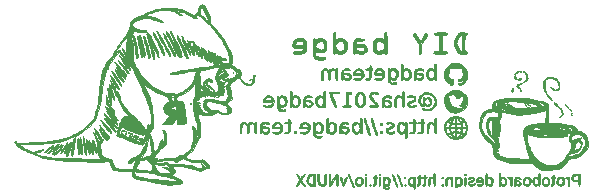
<source format=gbo>
G04 #@! TF.GenerationSoftware,KiCad,Pcbnew,5.1.2*
G04 #@! TF.CreationDate,2019-09-05T16:50:15+02:00*
G04 #@! TF.ProjectId,badge,62616467-652e-46b6-9963-61645f706362,rev?*
G04 #@! TF.SameCoordinates,Original*
G04 #@! TF.FileFunction,Legend,Bot*
G04 #@! TF.FilePolarity,Positive*
%FSLAX46Y46*%
G04 Gerber Fmt 4.6, Leading zero omitted, Abs format (unit mm)*
G04 Created by KiCad (PCBNEW 5.1.2) date 2019-09-05 16:50:15*
%MOMM*%
%LPD*%
G04 APERTURE LIST*
%ADD10C,0.010000*%
%ADD11C,2.200000*%
%ADD12C,1.500000*%
%ADD13C,4.400000*%
G04 APERTURE END LIST*
D10*
G36*
X42280000Y-4869833D02*
G01*
X42258833Y-4891000D01*
X42237666Y-4869833D01*
X42258833Y-4848666D01*
X42280000Y-4869833D01*
X42280000Y-4869833D01*
G37*
X42280000Y-4869833D02*
X42258833Y-4891000D01*
X42237666Y-4869833D01*
X42258833Y-4848666D01*
X42280000Y-4869833D01*
G36*
X44056710Y-4964141D02*
G01*
X44072608Y-4995007D01*
X44083440Y-5054657D01*
X44055002Y-5043080D01*
X44035092Y-5015183D01*
X44022080Y-4959777D01*
X44027364Y-4949857D01*
X44056710Y-4964141D01*
X44056710Y-4964141D01*
G37*
X44056710Y-4964141D02*
X44072608Y-4995007D01*
X44083440Y-5054657D01*
X44055002Y-5043080D01*
X44035092Y-5015183D01*
X44022080Y-4959777D01*
X44027364Y-4949857D01*
X44056710Y-4964141D01*
G36*
X43678801Y-4917003D02*
G01*
X43733367Y-4973229D01*
X43758107Y-5027006D01*
X43753328Y-5040449D01*
X43713982Y-5028318D01*
X43656068Y-4975926D01*
X43614328Y-4915166D01*
X43622922Y-4891000D01*
X43678801Y-4917003D01*
X43678801Y-4917003D01*
G37*
X43678801Y-4917003D02*
X43733367Y-4973229D01*
X43758107Y-5027006D01*
X43753328Y-5040449D01*
X43713982Y-5028318D01*
X43656068Y-4975926D01*
X43614328Y-4915166D01*
X43622922Y-4891000D01*
X43678801Y-4917003D01*
G36*
X48376000Y-7706166D02*
G01*
X48354833Y-7727333D01*
X48333666Y-7706166D01*
X48354833Y-7685000D01*
X48376000Y-7706166D01*
X48376000Y-7706166D01*
G37*
X48376000Y-7706166D02*
X48354833Y-7727333D01*
X48333666Y-7706166D01*
X48354833Y-7685000D01*
X48376000Y-7706166D01*
G36*
X12181588Y1208737D02*
G01*
X12246511Y1126886D01*
X12334457Y994259D01*
X12438438Y823547D01*
X12551465Y627437D01*
X12666551Y418620D01*
X12776708Y209785D01*
X12874947Y13621D01*
X12954280Y-157182D01*
X13007719Y-289935D01*
X13028276Y-371949D01*
X13028314Y-373793D01*
X13045501Y-477397D01*
X13066731Y-526827D01*
X13086989Y-605954D01*
X13065644Y-676558D01*
X13024224Y-700000D01*
X12981244Y-666224D01*
X12928937Y-584864D01*
X12928283Y-583583D01*
X12873407Y-460101D01*
X12838505Y-361333D01*
X12808750Y-285474D01*
X12748551Y-151518D01*
X12665964Y23225D01*
X12569043Y221447D01*
X12543004Y273667D01*
X12395154Y575714D01*
X12279002Y827321D01*
X12196887Y1022858D01*
X12151152Y1156692D01*
X12144137Y1223193D01*
X12146677Y1227122D01*
X12181588Y1208737D01*
X12181588Y1208737D01*
G37*
X12181588Y1208737D02*
X12246511Y1126886D01*
X12334457Y994259D01*
X12438438Y823547D01*
X12551465Y627437D01*
X12666551Y418620D01*
X12776708Y209785D01*
X12874947Y13621D01*
X12954280Y-157182D01*
X13007719Y-289935D01*
X13028276Y-371949D01*
X13028314Y-373793D01*
X13045501Y-477397D01*
X13066731Y-526827D01*
X13086989Y-605954D01*
X13065644Y-676558D01*
X13024224Y-700000D01*
X12981244Y-666224D01*
X12928937Y-584864D01*
X12928283Y-583583D01*
X12873407Y-460101D01*
X12838505Y-361333D01*
X12808750Y-285474D01*
X12748551Y-151518D01*
X12665964Y23225D01*
X12569043Y221447D01*
X12543004Y273667D01*
X12395154Y575714D01*
X12279002Y827321D01*
X12196887Y1022858D01*
X12151152Y1156692D01*
X12144137Y1223193D01*
X12146677Y1227122D01*
X12181588Y1208737D01*
G36*
X14620857Y872040D02*
G01*
X14672943Y779411D01*
X14736891Y655532D01*
X14790974Y556553D01*
X14808206Y527667D01*
X14850063Y447976D01*
X14901791Y331708D01*
X14912524Y305417D01*
X14961494Y211338D01*
X15010284Y155471D01*
X15044173Y146811D01*
X15048440Y194350D01*
X15039630Y227771D01*
X15038739Y245254D01*
X15279075Y245254D01*
X15307392Y122368D01*
X15307745Y121591D01*
X15346444Y51684D01*
X15390189Y45117D01*
X15461476Y86826D01*
X15537045Y146513D01*
X15567666Y190407D01*
X15534636Y299711D01*
X15447067Y355063D01*
X15413642Y358334D01*
X15316328Y328012D01*
X15279075Y245254D01*
X15038739Y245254D01*
X15035702Y304801D01*
X15053970Y333647D01*
X15077443Y389343D01*
X15073186Y453626D01*
X15065813Y513198D01*
X15088651Y497378D01*
X15093297Y490974D01*
X15137718Y456844D01*
X15213198Y461723D01*
X15285397Y482990D01*
X15422172Y505328D01*
X15535111Y483738D01*
X15601423Y425015D01*
X15610000Y386236D01*
X15633572Y320287D01*
X15692305Y222079D01*
X15714032Y191441D01*
X15783744Y65601D01*
X15844277Y-96203D01*
X15866031Y-180618D01*
X15905146Y-341861D01*
X15950977Y-493472D01*
X15973665Y-554475D01*
X16021786Y-686518D01*
X16027301Y-758670D01*
X15990474Y-784048D01*
X15978268Y-784666D01*
X15929708Y-749577D01*
X15866225Y-659924D01*
X15829100Y-590972D01*
X15755057Y-467426D01*
X15694496Y-419379D01*
X15654755Y-446991D01*
X15643173Y-550424D01*
X15645434Y-586964D01*
X15645747Y-700794D01*
X15620099Y-734978D01*
X15568310Y-689345D01*
X15490199Y-563725D01*
X15385586Y-357949D01*
X15372059Y-329583D01*
X15279966Y-135684D01*
X15217005Y-6851D01*
X15175641Y68162D01*
X15148335Y100603D01*
X15127552Y101720D01*
X15105755Y82759D01*
X15099796Y76730D01*
X15090769Y13944D01*
X15129489Y-111615D01*
X15185135Y-237948D01*
X15269296Y-438494D01*
X15308292Y-586201D01*
X15301183Y-675109D01*
X15257861Y-700000D01*
X15222221Y-663352D01*
X15161009Y-563144D01*
X15081195Y-413977D01*
X14989749Y-230455D01*
X14893640Y-27180D01*
X14799840Y181246D01*
X14715318Y380221D01*
X14647045Y555142D01*
X14616201Y644273D01*
X14573324Y798938D01*
X14561280Y891961D01*
X14577860Y918082D01*
X14620857Y872040D01*
X14620857Y872040D01*
G37*
X14620857Y872040D02*
X14672943Y779411D01*
X14736891Y655532D01*
X14790974Y556553D01*
X14808206Y527667D01*
X14850063Y447976D01*
X14901791Y331708D01*
X14912524Y305417D01*
X14961494Y211338D01*
X15010284Y155471D01*
X15044173Y146811D01*
X15048440Y194350D01*
X15039630Y227771D01*
X15038739Y245254D01*
X15279075Y245254D01*
X15307392Y122368D01*
X15307745Y121591D01*
X15346444Y51684D01*
X15390189Y45117D01*
X15461476Y86826D01*
X15537045Y146513D01*
X15567666Y190407D01*
X15534636Y299711D01*
X15447067Y355063D01*
X15413642Y358334D01*
X15316328Y328012D01*
X15279075Y245254D01*
X15038739Y245254D01*
X15035702Y304801D01*
X15053970Y333647D01*
X15077443Y389343D01*
X15073186Y453626D01*
X15065813Y513198D01*
X15088651Y497378D01*
X15093297Y490974D01*
X15137718Y456844D01*
X15213198Y461723D01*
X15285397Y482990D01*
X15422172Y505328D01*
X15535111Y483738D01*
X15601423Y425015D01*
X15610000Y386236D01*
X15633572Y320287D01*
X15692305Y222079D01*
X15714032Y191441D01*
X15783744Y65601D01*
X15844277Y-96203D01*
X15866031Y-180618D01*
X15905146Y-341861D01*
X15950977Y-493472D01*
X15973665Y-554475D01*
X16021786Y-686518D01*
X16027301Y-758670D01*
X15990474Y-784048D01*
X15978268Y-784666D01*
X15929708Y-749577D01*
X15866225Y-659924D01*
X15829100Y-590972D01*
X15755057Y-467426D01*
X15694496Y-419379D01*
X15654755Y-446991D01*
X15643173Y-550424D01*
X15645434Y-586964D01*
X15645747Y-700794D01*
X15620099Y-734978D01*
X15568310Y-689345D01*
X15490199Y-563725D01*
X15385586Y-357949D01*
X15372059Y-329583D01*
X15279966Y-135684D01*
X15217005Y-6851D01*
X15175641Y68162D01*
X15148335Y100603D01*
X15127552Y101720D01*
X15105755Y82759D01*
X15099796Y76730D01*
X15090769Y13944D01*
X15129489Y-111615D01*
X15185135Y-237948D01*
X15269296Y-438494D01*
X15308292Y-586201D01*
X15301183Y-675109D01*
X15257861Y-700000D01*
X15222221Y-663352D01*
X15161009Y-563144D01*
X15081195Y-413977D01*
X14989749Y-230455D01*
X14893640Y-27180D01*
X14799840Y181246D01*
X14715318Y380221D01*
X14647045Y555142D01*
X14616201Y644273D01*
X14573324Y798938D01*
X14561280Y891961D01*
X14577860Y918082D01*
X14620857Y872040D01*
G36*
X12489735Y1294146D02*
G01*
X12580315Y1179180D01*
X12713967Y991966D01*
X12766206Y916201D01*
X12890266Y723736D01*
X13026178Y494074D01*
X13164807Y244711D01*
X13297017Y-6857D01*
X13413673Y-243136D01*
X13505639Y-446631D01*
X13563780Y-599845D01*
X13571262Y-625584D01*
X13595363Y-748916D01*
X13585353Y-799661D01*
X13545660Y-780618D01*
X13480710Y-694588D01*
X13394930Y-544369D01*
X13371953Y-499510D01*
X13294002Y-347759D01*
X13186451Y-142926D01*
X13060500Y93885D01*
X12927350Y341567D01*
X12846156Y491222D01*
X12680033Y800559D01*
X12556489Y1040273D01*
X12475604Y1209926D01*
X12437462Y1309081D01*
X12442145Y1337301D01*
X12489735Y1294146D01*
X12489735Y1294146D01*
G37*
X12489735Y1294146D02*
X12580315Y1179180D01*
X12713967Y991966D01*
X12766206Y916201D01*
X12890266Y723736D01*
X13026178Y494074D01*
X13164807Y244711D01*
X13297017Y-6857D01*
X13413673Y-243136D01*
X13505639Y-446631D01*
X13563780Y-599845D01*
X13571262Y-625584D01*
X13595363Y-748916D01*
X13585353Y-799661D01*
X13545660Y-780618D01*
X13480710Y-694588D01*
X13394930Y-544369D01*
X13371953Y-499510D01*
X13294002Y-347759D01*
X13186451Y-142926D01*
X13060500Y93885D01*
X12927350Y341567D01*
X12846156Y491222D01*
X12680033Y800559D01*
X12556489Y1040273D01*
X12475604Y1209926D01*
X12437462Y1309081D01*
X12442145Y1337301D01*
X12489735Y1294146D01*
G36*
X13039242Y1131381D02*
G01*
X13107352Y1031873D01*
X13149925Y966971D01*
X13261606Y789761D01*
X13378116Y595275D01*
X13455668Y458971D01*
X13631544Y135644D01*
X13773619Y-131220D01*
X13879762Y-337476D01*
X13947842Y-478980D01*
X13975730Y-551585D01*
X13976047Y-553438D01*
X14003031Y-627724D01*
X14014219Y-642330D01*
X14040720Y-710334D01*
X14036827Y-795504D01*
X14009895Y-842875D01*
X13948932Y-842275D01*
X13935812Y-834790D01*
X13900719Y-785148D01*
X13836792Y-671630D01*
X13750393Y-507363D01*
X13647886Y-305473D01*
X13535633Y-79087D01*
X13419999Y158667D01*
X13307345Y394663D01*
X13204035Y615773D01*
X13116432Y808871D01*
X13050900Y960829D01*
X13013802Y1058521D01*
X13008609Y1078000D01*
X12997650Y1148333D01*
X13005268Y1168164D01*
X13039242Y1131381D01*
X13039242Y1131381D01*
G37*
X13039242Y1131381D02*
X13107352Y1031873D01*
X13149925Y966971D01*
X13261606Y789761D01*
X13378116Y595275D01*
X13455668Y458971D01*
X13631544Y135644D01*
X13773619Y-131220D01*
X13879762Y-337476D01*
X13947842Y-478980D01*
X13975730Y-551585D01*
X13976047Y-553438D01*
X14003031Y-627724D01*
X14014219Y-642330D01*
X14040720Y-710334D01*
X14036827Y-795504D01*
X14009895Y-842875D01*
X13948932Y-842275D01*
X13935812Y-834790D01*
X13900719Y-785148D01*
X13836792Y-671630D01*
X13750393Y-507363D01*
X13647886Y-305473D01*
X13535633Y-79087D01*
X13419999Y158667D01*
X13307345Y394663D01*
X13204035Y615773D01*
X13116432Y808871D01*
X13050900Y960829D01*
X13013802Y1058521D01*
X13008609Y1078000D01*
X12997650Y1148333D01*
X13005268Y1168164D01*
X13039242Y1131381D01*
G36*
X13275415Y1285350D02*
G01*
X13332701Y1217239D01*
X13409470Y1110339D01*
X13494382Y981967D01*
X13576098Y849441D01*
X13643278Y730076D01*
X13684584Y641190D01*
X13690077Y623693D01*
X13722254Y549193D01*
X13750522Y527667D01*
X13783337Y492141D01*
X13843245Y396206D01*
X13920796Y255828D01*
X13982310Y136084D01*
X14094578Y-82998D01*
X14176358Y-231122D01*
X14225988Y-307710D01*
X14241806Y-312184D01*
X14222150Y-243967D01*
X14165358Y-102482D01*
X14073664Y104334D01*
X13936472Y410452D01*
X13820842Y680061D01*
X13728837Y907265D01*
X13662524Y1086165D01*
X13623969Y1210867D01*
X13615237Y1275472D01*
X13638394Y1274085D01*
X13683341Y1218549D01*
X13758712Y1099037D01*
X13856479Y927184D01*
X13966883Y722095D01*
X14080165Y502871D01*
X14186564Y288618D01*
X14276320Y98439D01*
X14339673Y-48563D01*
X14360723Y-107333D01*
X14399149Y-206371D01*
X14429992Y-260011D01*
X14461126Y-328118D01*
X14495026Y-443546D01*
X14506285Y-492844D01*
X14536929Y-629405D01*
X14565991Y-744056D01*
X14573185Y-768758D01*
X14579932Y-832944D01*
X14533633Y-865283D01*
X14465880Y-878527D01*
X14365945Y-880580D01*
X14297962Y-836381D01*
X14249322Y-767436D01*
X14188800Y-661175D01*
X14120250Y-530666D01*
X14297666Y-530666D01*
X14313155Y-565511D01*
X14325888Y-558888D01*
X14330955Y-508649D01*
X14325888Y-502444D01*
X14300721Y-508255D01*
X14297666Y-530666D01*
X14120250Y-530666D01*
X14110253Y-511634D01*
X14035639Y-361333D01*
X13955862Y-201324D01*
X13851367Y193D01*
X13739006Y210969D01*
X13681701Y316000D01*
X13556787Y550779D01*
X13445384Y775417D01*
X13353420Y976467D01*
X13286826Y1140484D01*
X13251530Y1254022D01*
X13248951Y1297356D01*
X13275415Y1285350D01*
X13275415Y1285350D01*
G37*
X13275415Y1285350D02*
X13332701Y1217239D01*
X13409470Y1110339D01*
X13494382Y981967D01*
X13576098Y849441D01*
X13643278Y730076D01*
X13684584Y641190D01*
X13690077Y623693D01*
X13722254Y549193D01*
X13750522Y527667D01*
X13783337Y492141D01*
X13843245Y396206D01*
X13920796Y255828D01*
X13982310Y136084D01*
X14094578Y-82998D01*
X14176358Y-231122D01*
X14225988Y-307710D01*
X14241806Y-312184D01*
X14222150Y-243967D01*
X14165358Y-102482D01*
X14073664Y104334D01*
X13936472Y410452D01*
X13820842Y680061D01*
X13728837Y907265D01*
X13662524Y1086165D01*
X13623969Y1210867D01*
X13615237Y1275472D01*
X13638394Y1274085D01*
X13683341Y1218549D01*
X13758712Y1099037D01*
X13856479Y927184D01*
X13966883Y722095D01*
X14080165Y502871D01*
X14186564Y288618D01*
X14276320Y98439D01*
X14339673Y-48563D01*
X14360723Y-107333D01*
X14399149Y-206371D01*
X14429992Y-260011D01*
X14461126Y-328118D01*
X14495026Y-443546D01*
X14506285Y-492844D01*
X14536929Y-629405D01*
X14565991Y-744056D01*
X14573185Y-768758D01*
X14579932Y-832944D01*
X14533633Y-865283D01*
X14465880Y-878527D01*
X14365945Y-880580D01*
X14297962Y-836381D01*
X14249322Y-767436D01*
X14188800Y-661175D01*
X14120250Y-530666D01*
X14297666Y-530666D01*
X14313155Y-565511D01*
X14325888Y-558888D01*
X14330955Y-508649D01*
X14325888Y-502444D01*
X14300721Y-508255D01*
X14297666Y-530666D01*
X14120250Y-530666D01*
X14110253Y-511634D01*
X14035639Y-361333D01*
X13955862Y-201324D01*
X13851367Y193D01*
X13739006Y210969D01*
X13681701Y316000D01*
X13556787Y550779D01*
X13445384Y775417D01*
X13353420Y976467D01*
X13286826Y1140484D01*
X13251530Y1254022D01*
X13248951Y1297356D01*
X13275415Y1285350D01*
G36*
X11065899Y900058D02*
G01*
X11112101Y760066D01*
X11117878Y739334D01*
X11220051Y364936D01*
X11300936Y62905D01*
X11362515Y-175802D01*
X11406768Y-360225D01*
X11435676Y-499405D01*
X11451219Y-602384D01*
X11455379Y-678201D01*
X11450135Y-735898D01*
X11445638Y-756770D01*
X11409300Y-839044D01*
X11366596Y-869093D01*
X11337598Y-838070D01*
X11334333Y-805833D01*
X11311474Y-749497D01*
X11292000Y-742333D01*
X11254030Y-776440D01*
X11249666Y-803334D01*
X11227791Y-869473D01*
X11182426Y-898255D01*
X11150218Y-879664D01*
X11133112Y-824883D01*
X11106005Y-709043D01*
X11074000Y-554396D01*
X11065120Y-508557D01*
X11022297Y-293557D01*
X10970652Y-47548D01*
X10920979Y178114D01*
X10918499Y189000D01*
X10856803Y472295D01*
X10818485Y681359D01*
X10802667Y823080D01*
X10808470Y904346D01*
X10824231Y928535D01*
X10869506Y913368D01*
X10924666Y842670D01*
X10928461Y835840D01*
X10992276Y718167D01*
X10993971Y864217D01*
X11003945Y955045D01*
X11028884Y966021D01*
X11065899Y900058D01*
X11065899Y900058D01*
G37*
X11065899Y900058D02*
X11112101Y760066D01*
X11117878Y739334D01*
X11220051Y364936D01*
X11300936Y62905D01*
X11362515Y-175802D01*
X11406768Y-360225D01*
X11435676Y-499405D01*
X11451219Y-602384D01*
X11455379Y-678201D01*
X11450135Y-735898D01*
X11445638Y-756770D01*
X11409300Y-839044D01*
X11366596Y-869093D01*
X11337598Y-838070D01*
X11334333Y-805833D01*
X11311474Y-749497D01*
X11292000Y-742333D01*
X11254030Y-776440D01*
X11249666Y-803334D01*
X11227791Y-869473D01*
X11182426Y-898255D01*
X11150218Y-879664D01*
X11133112Y-824883D01*
X11106005Y-709043D01*
X11074000Y-554396D01*
X11065120Y-508557D01*
X11022297Y-293557D01*
X10970652Y-47548D01*
X10920979Y178114D01*
X10918499Y189000D01*
X10856803Y472295D01*
X10818485Y681359D01*
X10802667Y823080D01*
X10808470Y904346D01*
X10824231Y928535D01*
X10869506Y913368D01*
X10924666Y842670D01*
X10928461Y835840D01*
X10992276Y718167D01*
X10993971Y864217D01*
X11003945Y955045D01*
X11028884Y966021D01*
X11065899Y900058D01*
G36*
X15982710Y4813D02*
G01*
X16051732Y-125844D01*
X16146483Y-332319D01*
X16218752Y-499499D01*
X16261193Y-618731D01*
X16296825Y-752210D01*
X16320867Y-875731D01*
X16328535Y-965094D01*
X16316934Y-996333D01*
X16271380Y-970069D01*
X16232001Y-934953D01*
X16190503Y-865432D01*
X16136099Y-736809D01*
X16075772Y-570847D01*
X16016508Y-389309D01*
X15965290Y-213957D01*
X15929104Y-66554D01*
X15914934Y31136D01*
X15916283Y48771D01*
X15938025Y62176D01*
X15982710Y4813D01*
X15982710Y4813D01*
G37*
X15982710Y4813D02*
X16051732Y-125844D01*
X16146483Y-332319D01*
X16218752Y-499499D01*
X16261193Y-618731D01*
X16296825Y-752210D01*
X16320867Y-875731D01*
X16328535Y-965094D01*
X16316934Y-996333D01*
X16271380Y-970069D01*
X16232001Y-934953D01*
X16190503Y-865432D01*
X16136099Y-736809D01*
X16075772Y-570847D01*
X16016508Y-389309D01*
X15965290Y-213957D01*
X15929104Y-66554D01*
X15914934Y31136D01*
X15916283Y48771D01*
X15938025Y62176D01*
X15982710Y4813D01*
G36*
X14245330Y899107D02*
G01*
X14287872Y831473D01*
X14357842Y702847D01*
X14447729Y528687D01*
X14550027Y324451D01*
X14657227Y105598D01*
X14761820Y-112415D01*
X14856297Y-314129D01*
X14933151Y-484087D01*
X14984872Y-606829D01*
X15003227Y-661220D01*
X15032308Y-757687D01*
X15065134Y-809212D01*
X15094994Y-861034D01*
X15100020Y-935578D01*
X15080276Y-989888D01*
X15064850Y-996333D01*
X15008305Y-967362D01*
X14984881Y-943416D01*
X14953606Y-889204D01*
X14893459Y-771713D01*
X14811133Y-604503D01*
X14713317Y-401131D01*
X14624496Y-213166D01*
X14490725Y79385D01*
X14377938Y340411D01*
X14288441Y563154D01*
X14224538Y740850D01*
X14188533Y866740D01*
X14182731Y934062D01*
X14209438Y936056D01*
X14245330Y899107D01*
X14245330Y899107D01*
G37*
X14245330Y899107D02*
X14287872Y831473D01*
X14357842Y702847D01*
X14447729Y528687D01*
X14550027Y324451D01*
X14657227Y105598D01*
X14761820Y-112415D01*
X14856297Y-314129D01*
X14933151Y-484087D01*
X14984872Y-606829D01*
X15003227Y-661220D01*
X15032308Y-757687D01*
X15065134Y-809212D01*
X15094994Y-861034D01*
X15100020Y-935578D01*
X15080276Y-989888D01*
X15064850Y-996333D01*
X15008305Y-967362D01*
X14984881Y-943416D01*
X14953606Y-889204D01*
X14893459Y-771713D01*
X14811133Y-604503D01*
X14713317Y-401131D01*
X14624496Y-213166D01*
X14490725Y79385D01*
X14377938Y340411D01*
X14288441Y563154D01*
X14224538Y740850D01*
X14188533Y866740D01*
X14182731Y934062D01*
X14209438Y936056D01*
X14245330Y899107D01*
G36*
X11385601Y873390D02*
G01*
X11437019Y786217D01*
X11489787Y675138D01*
X11530551Y568139D01*
X11546000Y495487D01*
X11566650Y407282D01*
X11586988Y376612D01*
X11615452Y317848D01*
X11656160Y195900D01*
X11703930Y30438D01*
X11753579Y-158869D01*
X11799926Y-352351D01*
X11837789Y-530337D01*
X11860313Y-660900D01*
X11871123Y-829339D01*
X11851557Y-945176D01*
X11804201Y-995290D01*
X11794142Y-996333D01*
X11746704Y-962848D01*
X11737541Y-943416D01*
X11721812Y-879669D01*
X11695019Y-755581D01*
X11662026Y-593964D01*
X11649505Y-530666D01*
X11600577Y-303751D01*
X11539137Y-49746D01*
X11478181Y177705D01*
X11476099Y184934D01*
X11417204Y403624D01*
X11372368Y599791D01*
X11344132Y758976D01*
X11335039Y866720D01*
X11347629Y908564D01*
X11348885Y908667D01*
X11385601Y873390D01*
X11385601Y873390D01*
G37*
X11385601Y873390D02*
X11437019Y786217D01*
X11489787Y675138D01*
X11530551Y568139D01*
X11546000Y495487D01*
X11566650Y407282D01*
X11586988Y376612D01*
X11615452Y317848D01*
X11656160Y195900D01*
X11703930Y30438D01*
X11753579Y-158869D01*
X11799926Y-352351D01*
X11837789Y-530337D01*
X11860313Y-660900D01*
X11871123Y-829339D01*
X11851557Y-945176D01*
X11804201Y-995290D01*
X11794142Y-996333D01*
X11746704Y-962848D01*
X11737541Y-943416D01*
X11721812Y-879669D01*
X11695019Y-755581D01*
X11662026Y-593964D01*
X11649505Y-530666D01*
X11600577Y-303751D01*
X11539137Y-49746D01*
X11478181Y177705D01*
X11476099Y184934D01*
X11417204Y403624D01*
X11372368Y599791D01*
X11344132Y758976D01*
X11335039Y866720D01*
X11347629Y908564D01*
X11348885Y908667D01*
X11385601Y873390D01*
G36*
X10517571Y910576D02*
G01*
X10564753Y795254D01*
X10617561Y613958D01*
X10658315Y443000D01*
X10694198Y291800D01*
X10729759Y159137D01*
X10746848Y104334D01*
X10770295Y5608D01*
X10794273Y-146943D01*
X10816591Y-330493D01*
X10835056Y-522216D01*
X10847478Y-699286D01*
X10851665Y-838876D01*
X10845426Y-918160D01*
X10845112Y-919190D01*
X10801672Y-988199D01*
X10752653Y-977267D01*
X10724972Y-922250D01*
X10709526Y-846983D01*
X10688462Y-713111D01*
X10665708Y-546155D01*
X10659927Y-499876D01*
X10631307Y-295832D01*
X10591633Y-51068D01*
X10547858Y192407D01*
X10531308Y277282D01*
X10478573Y563854D01*
X10451322Y770781D01*
X10449471Y899135D01*
X10472937Y949985D01*
X10479162Y951000D01*
X10517571Y910576D01*
X10517571Y910576D01*
G37*
X10517571Y910576D02*
X10564753Y795254D01*
X10617561Y613958D01*
X10658315Y443000D01*
X10694198Y291800D01*
X10729759Y159137D01*
X10746848Y104334D01*
X10770295Y5608D01*
X10794273Y-146943D01*
X10816591Y-330493D01*
X10835056Y-522216D01*
X10847478Y-699286D01*
X10851665Y-838876D01*
X10845426Y-918160D01*
X10845112Y-919190D01*
X10801672Y-988199D01*
X10752653Y-977267D01*
X10724972Y-922250D01*
X10709526Y-846983D01*
X10688462Y-713111D01*
X10665708Y-546155D01*
X10659927Y-499876D01*
X10631307Y-295832D01*
X10591633Y-51068D01*
X10547858Y192407D01*
X10531308Y277282D01*
X10478573Y563854D01*
X10451322Y770781D01*
X10449471Y899135D01*
X10472937Y949985D01*
X10479162Y951000D01*
X10517571Y910576D01*
G36*
X11725011Y1175296D02*
G01*
X11791699Y1092826D01*
X11881327Y954619D01*
X11987348Y771116D01*
X12103215Y552754D01*
X12161744Y435903D01*
X12254600Y247373D01*
X12336124Y82629D01*
X12397855Y-41282D01*
X12431332Y-107315D01*
X12432324Y-109189D01*
X12463446Y-188457D01*
X12502372Y-316098D01*
X12543687Y-469956D01*
X12581976Y-627870D01*
X12611824Y-767682D01*
X12627814Y-867233D01*
X12626477Y-903633D01*
X12600120Y-911867D01*
X12566545Y-881540D01*
X12520677Y-803425D01*
X12457443Y-668293D01*
X12371768Y-466918D01*
X12328268Y-361333D01*
X12254200Y-185610D01*
X12174667Y-5366D01*
X12095454Y167482D01*
X12022345Y321020D01*
X11961125Y443334D01*
X11917578Y522507D01*
X11897489Y546626D01*
X11903717Y513151D01*
X11931420Y410820D01*
X11952537Y322651D01*
X11977941Y230752D01*
X12023157Y86123D01*
X12079647Y-84189D01*
X12096552Y-133465D01*
X12159554Y-339744D01*
X12209015Y-548344D01*
X12242428Y-741907D01*
X12257285Y-903079D01*
X12251078Y-1014501D01*
X12229831Y-1055816D01*
X12177500Y-1047031D01*
X12145706Y-1008102D01*
X12114619Y-920608D01*
X12084036Y-791395D01*
X12075232Y-742333D01*
X12053077Y-640430D01*
X12010597Y-474685D01*
X11952445Y-262153D01*
X11883274Y-19890D01*
X11816316Y206577D01*
X11719675Y534568D01*
X11650602Y784400D01*
X11608804Y957867D01*
X11593985Y1056762D01*
X11605853Y1082877D01*
X11644111Y1038005D01*
X11694166Y951000D01*
X11759893Y834217D01*
X11791376Y794073D01*
X11789008Y830980D01*
X11753185Y945349D01*
X11736047Y994615D01*
X11700988Y1105988D01*
X11686040Y1178716D01*
X11687811Y1191590D01*
X11725011Y1175296D01*
X11725011Y1175296D01*
G37*
X11725011Y1175296D02*
X11791699Y1092826D01*
X11881327Y954619D01*
X11987348Y771116D01*
X12103215Y552754D01*
X12161744Y435903D01*
X12254600Y247373D01*
X12336124Y82629D01*
X12397855Y-41282D01*
X12431332Y-107315D01*
X12432324Y-109189D01*
X12463446Y-188457D01*
X12502372Y-316098D01*
X12543687Y-469956D01*
X12581976Y-627870D01*
X12611824Y-767682D01*
X12627814Y-867233D01*
X12626477Y-903633D01*
X12600120Y-911867D01*
X12566545Y-881540D01*
X12520677Y-803425D01*
X12457443Y-668293D01*
X12371768Y-466918D01*
X12328268Y-361333D01*
X12254200Y-185610D01*
X12174667Y-5366D01*
X12095454Y167482D01*
X12022345Y321020D01*
X11961125Y443334D01*
X11917578Y522507D01*
X11897489Y546626D01*
X11903717Y513151D01*
X11931420Y410820D01*
X11952537Y322651D01*
X11977941Y230752D01*
X12023157Y86123D01*
X12079647Y-84189D01*
X12096552Y-133465D01*
X12159554Y-339744D01*
X12209015Y-548344D01*
X12242428Y-741907D01*
X12257285Y-903079D01*
X12251078Y-1014501D01*
X12229831Y-1055816D01*
X12177500Y-1047031D01*
X12145706Y-1008102D01*
X12114619Y-920608D01*
X12084036Y-791395D01*
X12075232Y-742333D01*
X12053077Y-640430D01*
X12010597Y-474685D01*
X11952445Y-262153D01*
X11883274Y-19890D01*
X11816316Y206577D01*
X11719675Y534568D01*
X11650602Y784400D01*
X11608804Y957867D01*
X11593985Y1056762D01*
X11605853Y1082877D01*
X11644111Y1038005D01*
X11694166Y951000D01*
X11759893Y834217D01*
X11791376Y794073D01*
X11789008Y830980D01*
X11753185Y945349D01*
X11736047Y994615D01*
X11700988Y1105988D01*
X11686040Y1178716D01*
X11687811Y1191590D01*
X11725011Y1175296D01*
G36*
X16279106Y-128007D02*
G01*
X16313399Y-194963D01*
X16458246Y-498925D01*
X16569546Y-735128D01*
X16650469Y-912102D01*
X16704187Y-1038378D01*
X16733870Y-1122488D01*
X16742690Y-1172963D01*
X16733818Y-1198332D01*
X16710424Y-1207128D01*
X16689944Y-1208000D01*
X16632469Y-1168042D01*
X16556444Y-1051754D01*
X16481850Y-901083D01*
X16373047Y-648063D01*
X16288285Y-423722D01*
X16231995Y-241466D01*
X16208611Y-114696D01*
X16210045Y-79115D01*
X16232944Y-64462D01*
X16279106Y-128007D01*
X16279106Y-128007D01*
G37*
X16279106Y-128007D02*
X16313399Y-194963D01*
X16458246Y-498925D01*
X16569546Y-735128D01*
X16650469Y-912102D01*
X16704187Y-1038378D01*
X16733870Y-1122488D01*
X16742690Y-1172963D01*
X16733818Y-1198332D01*
X16710424Y-1207128D01*
X16689944Y-1208000D01*
X16632469Y-1168042D01*
X16556444Y-1051754D01*
X16481850Y-901083D01*
X16373047Y-648063D01*
X16288285Y-423722D01*
X16231995Y-241466D01*
X16208611Y-114696D01*
X16210045Y-79115D01*
X16232944Y-64462D01*
X16279106Y-128007D01*
G36*
X16502862Y-216607D02*
G01*
X16584074Y-309215D01*
X16665036Y-429372D01*
X16674484Y-446000D01*
X16739491Y-562360D01*
X16826134Y-715702D01*
X16901574Y-848166D01*
X16980922Y-1007577D01*
X17031783Y-1151738D01*
X17050377Y-1263819D01*
X17032923Y-1326991D01*
X17010925Y-1335000D01*
X16977393Y-1299574D01*
X16915588Y-1203441D01*
X16834707Y-1061819D01*
X16755006Y-911548D01*
X16659179Y-719993D01*
X16572023Y-536810D01*
X16504910Y-386389D01*
X16475271Y-311739D01*
X16413049Y-135382D01*
X16502862Y-216607D01*
X16502862Y-216607D01*
G37*
X16502862Y-216607D02*
X16584074Y-309215D01*
X16665036Y-429372D01*
X16674484Y-446000D01*
X16739491Y-562360D01*
X16826134Y-715702D01*
X16901574Y-848166D01*
X16980922Y-1007577D01*
X17031783Y-1151738D01*
X17050377Y-1263819D01*
X17032923Y-1326991D01*
X17010925Y-1335000D01*
X16977393Y-1299574D01*
X16915588Y-1203441D01*
X16834707Y-1061819D01*
X16755006Y-911548D01*
X16659179Y-719993D01*
X16572023Y-536810D01*
X16504910Y-386389D01*
X16475271Y-311739D01*
X16413049Y-135382D01*
X16502862Y-216607D01*
G36*
X18265562Y-2008464D02*
G01*
X18308079Y-2039684D01*
X18278948Y-2051600D01*
X18226581Y-2053379D01*
X18132785Y-2068565D01*
X18086500Y-2097000D01*
X18037826Y-2137745D01*
X18003382Y-2121520D01*
X18007072Y-2077444D01*
X18073390Y-2007313D01*
X18177355Y-1984095D01*
X18265562Y-2008464D01*
X18265562Y-2008464D01*
G37*
X18265562Y-2008464D02*
X18308079Y-2039684D01*
X18278948Y-2051600D01*
X18226581Y-2053379D01*
X18132785Y-2068565D01*
X18086500Y-2097000D01*
X18037826Y-2137745D01*
X18003382Y-2121520D01*
X18007072Y-2077444D01*
X18073390Y-2007313D01*
X18177355Y-1984095D01*
X18265562Y-2008464D01*
G36*
X18954333Y-2202833D02*
G01*
X18933166Y-2224000D01*
X18912000Y-2202833D01*
X18933166Y-2181666D01*
X18954333Y-2202833D01*
X18954333Y-2202833D01*
G37*
X18954333Y-2202833D02*
X18933166Y-2224000D01*
X18912000Y-2202833D01*
X18933166Y-2181666D01*
X18954333Y-2202833D01*
G36*
X19236114Y-2292268D02*
G01*
X19229500Y-2308666D01*
X19191458Y-2349051D01*
X19184668Y-2351000D01*
X19166485Y-2318247D01*
X19166000Y-2308666D01*
X19198543Y-2267960D01*
X19210831Y-2266333D01*
X19236114Y-2292268D01*
X19236114Y-2292268D01*
G37*
X19236114Y-2292268D02*
X19229500Y-2308666D01*
X19191458Y-2349051D01*
X19184668Y-2351000D01*
X19166485Y-2318247D01*
X19166000Y-2308666D01*
X19198543Y-2267960D01*
X19210831Y-2266333D01*
X19236114Y-2292268D01*
G36*
X18940222Y-2576777D02*
G01*
X18945288Y-2627017D01*
X18940222Y-2633222D01*
X18915055Y-2627411D01*
X18912000Y-2605000D01*
X18927489Y-2570154D01*
X18940222Y-2576777D01*
X18940222Y-2576777D01*
G37*
X18940222Y-2576777D02*
X18945288Y-2627017D01*
X18940222Y-2633222D01*
X18915055Y-2627411D01*
X18912000Y-2605000D01*
X18927489Y-2570154D01*
X18940222Y-2576777D01*
G36*
X18770888Y-2661444D02*
G01*
X18765077Y-2686611D01*
X18742666Y-2689666D01*
X18707821Y-2674177D01*
X18714444Y-2661444D01*
X18764684Y-2656377D01*
X18770888Y-2661444D01*
X18770888Y-2661444D01*
G37*
X18770888Y-2661444D02*
X18765077Y-2686611D01*
X18742666Y-2689666D01*
X18707821Y-2674177D01*
X18714444Y-2661444D01*
X18764684Y-2656377D01*
X18770888Y-2661444D01*
G36*
X17630534Y-4272756D02*
G01*
X17617909Y-4291997D01*
X17574972Y-4294991D01*
X17529801Y-4284652D01*
X17549395Y-4269414D01*
X17615557Y-4264368D01*
X17630534Y-4272756D01*
X17630534Y-4272756D01*
G37*
X17630534Y-4272756D02*
X17617909Y-4291997D01*
X17574972Y-4294991D01*
X17529801Y-4284652D01*
X17549395Y-4269414D01*
X17615557Y-4264368D01*
X17630534Y-4272756D01*
G36*
X10100960Y-7207288D02*
G01*
X10106666Y-7235503D01*
X10081827Y-7308644D01*
X10064333Y-7325166D01*
X10027706Y-7316044D01*
X10022000Y-7287830D01*
X10046839Y-7214688D01*
X10064333Y-7198166D01*
X10100960Y-7207288D01*
X10100960Y-7207288D01*
G37*
X10100960Y-7207288D02*
X10106666Y-7235503D01*
X10081827Y-7308644D01*
X10064333Y-7325166D01*
X10027706Y-7316044D01*
X10022000Y-7287830D01*
X10046839Y-7214688D01*
X10064333Y-7198166D01*
X10100960Y-7207288D01*
G36*
X9695009Y-7055693D02*
G01*
X9762457Y-7113797D01*
X9752702Y-7157036D01*
X9673206Y-7171023D01*
X9637078Y-7167394D01*
X9529114Y-7173867D01*
X9477251Y-7220223D01*
X9492472Y-7288586D01*
X9536379Y-7331288D01*
X9589175Y-7374668D01*
X9568689Y-7387809D01*
X9524589Y-7388666D01*
X9441289Y-7372457D01*
X9410362Y-7349885D01*
X9405484Y-7274476D01*
X9442847Y-7174499D01*
X9491421Y-7106444D01*
X9612777Y-7106444D01*
X9618588Y-7131611D01*
X9641000Y-7134666D01*
X9675845Y-7119177D01*
X9669222Y-7106444D01*
X9618982Y-7101377D01*
X9612777Y-7106444D01*
X9491421Y-7106444D01*
X9505835Y-7086250D01*
X9544816Y-7056163D01*
X9654170Y-7039806D01*
X9695009Y-7055693D01*
X9695009Y-7055693D01*
G37*
X9695009Y-7055693D02*
X9762457Y-7113797D01*
X9752702Y-7157036D01*
X9673206Y-7171023D01*
X9637078Y-7167394D01*
X9529114Y-7173867D01*
X9477251Y-7220223D01*
X9492472Y-7288586D01*
X9536379Y-7331288D01*
X9589175Y-7374668D01*
X9568689Y-7387809D01*
X9524589Y-7388666D01*
X9441289Y-7372457D01*
X9410362Y-7349885D01*
X9405484Y-7274476D01*
X9442847Y-7174499D01*
X9491421Y-7106444D01*
X9612777Y-7106444D01*
X9618588Y-7131611D01*
X9641000Y-7134666D01*
X9675845Y-7119177D01*
X9669222Y-7106444D01*
X9618982Y-7101377D01*
X9612777Y-7106444D01*
X9491421Y-7106444D01*
X9505835Y-7086250D01*
X9544816Y-7056163D01*
X9654170Y-7039806D01*
X9695009Y-7055693D01*
G36*
X9892953Y-7186461D02*
G01*
X9893134Y-7198166D01*
X9881785Y-7318728D01*
X9852004Y-7419579D01*
X9813217Y-7471415D01*
X9804589Y-7473333D01*
X9785662Y-7438222D01*
X9794072Y-7356916D01*
X9827345Y-7246654D01*
X9857092Y-7177000D01*
X9884495Y-7142628D01*
X9892953Y-7186461D01*
X9892953Y-7186461D01*
G37*
X9892953Y-7186461D02*
X9893134Y-7198166D01*
X9881785Y-7318728D01*
X9852004Y-7419579D01*
X9813217Y-7471415D01*
X9804589Y-7473333D01*
X9785662Y-7438222D01*
X9794072Y-7356916D01*
X9827345Y-7246654D01*
X9857092Y-7177000D01*
X9884495Y-7142628D01*
X9892953Y-7186461D01*
G36*
X10357999Y-7281184D02*
G01*
X10401600Y-7333795D01*
X10372059Y-7370212D01*
X10331049Y-7373379D01*
X10262317Y-7406235D01*
X10217334Y-7483090D01*
X10195478Y-7588527D01*
X10219254Y-7631641D01*
X10277539Y-7604347D01*
X10319537Y-7557367D01*
X10373957Y-7488451D01*
X10388808Y-7485421D01*
X10375429Y-7546512D01*
X10374854Y-7548757D01*
X10330398Y-7632639D01*
X10261137Y-7692762D01*
X10194910Y-7708314D01*
X10175732Y-7697621D01*
X10157041Y-7640350D01*
X10149006Y-7539214D01*
X10149000Y-7536338D01*
X10171727Y-7426739D01*
X10227499Y-7333194D01*
X10297701Y-7278430D01*
X10357999Y-7281184D01*
X10357999Y-7281184D01*
G37*
X10357999Y-7281184D02*
X10401600Y-7333795D01*
X10372059Y-7370212D01*
X10331049Y-7373379D01*
X10262317Y-7406235D01*
X10217334Y-7483090D01*
X10195478Y-7588527D01*
X10219254Y-7631641D01*
X10277539Y-7604347D01*
X10319537Y-7557367D01*
X10373957Y-7488451D01*
X10388808Y-7485421D01*
X10375429Y-7546512D01*
X10374854Y-7548757D01*
X10330398Y-7632639D01*
X10261137Y-7692762D01*
X10194910Y-7708314D01*
X10175732Y-7697621D01*
X10157041Y-7640350D01*
X10149006Y-7539214D01*
X10149000Y-7536338D01*
X10171727Y-7426739D01*
X10227499Y-7333194D01*
X10297701Y-7278430D01*
X10357999Y-7281184D01*
G36*
X11198260Y-7765539D02*
G01*
X11222712Y-7781366D01*
X11274280Y-7858700D01*
X11268608Y-7908366D01*
X11206535Y-7969917D01*
X11094811Y-7964506D01*
X11006250Y-7929665D01*
X10933691Y-7881593D01*
X10911000Y-7846777D01*
X10943157Y-7838721D01*
X11021966Y-7867438D01*
X11035897Y-7874412D01*
X11140451Y-7924645D01*
X11190889Y-7932314D01*
X11206510Y-7897033D01*
X11207333Y-7870970D01*
X11181814Y-7823072D01*
X11141634Y-7828152D01*
X11097955Y-7831118D01*
X11101500Y-7812000D01*
X11094121Y-7788485D01*
X11061365Y-7795847D01*
X11005666Y-7795134D01*
X10995666Y-7774195D01*
X11028429Y-7734839D01*
X11106212Y-7732278D01*
X11198260Y-7765539D01*
X11198260Y-7765539D01*
G37*
X11198260Y-7765539D02*
X11222712Y-7781366D01*
X11274280Y-7858700D01*
X11268608Y-7908366D01*
X11206535Y-7969917D01*
X11094811Y-7964506D01*
X11006250Y-7929665D01*
X10933691Y-7881593D01*
X10911000Y-7846777D01*
X10943157Y-7838721D01*
X11021966Y-7867438D01*
X11035897Y-7874412D01*
X11140451Y-7924645D01*
X11190889Y-7932314D01*
X11206510Y-7897033D01*
X11207333Y-7870970D01*
X11181814Y-7823072D01*
X11141634Y-7828152D01*
X11097955Y-7831118D01*
X11101500Y-7812000D01*
X11094121Y-7788485D01*
X11061365Y-7795847D01*
X11005666Y-7795134D01*
X10995666Y-7774195D01*
X11028429Y-7734839D01*
X11106212Y-7732278D01*
X11198260Y-7765539D01*
G36*
X15341888Y-4820444D02*
G01*
X15346955Y-4870684D01*
X15341888Y-4876888D01*
X15316721Y-4871077D01*
X15313666Y-4848666D01*
X15329155Y-4813821D01*
X15341888Y-4820444D01*
X15341888Y-4820444D01*
G37*
X15341888Y-4820444D02*
X15346955Y-4870684D01*
X15341888Y-4876888D01*
X15316721Y-4871077D01*
X15313666Y-4848666D01*
X15329155Y-4813821D01*
X15341888Y-4820444D01*
G36*
X38411904Y1196291D02*
G01*
X38579565Y1187921D01*
X38679556Y1175062D01*
X38728870Y1152859D01*
X38744502Y1116455D01*
X38745166Y1101076D01*
X38707324Y1023820D01*
X38639333Y993378D01*
X38533500Y968439D01*
X38521841Y303553D01*
X38517998Y52826D01*
X38517523Y-125527D01*
X38521685Y-243769D01*
X38531756Y-314167D01*
X38549008Y-348985D01*
X38574710Y-360490D01*
X38590741Y-361333D01*
X38685930Y-392683D01*
X38747443Y-466869D01*
X38751231Y-551294D01*
X38717094Y-585899D01*
X38637110Y-606004D01*
X38495619Y-614513D01*
X38405904Y-615333D01*
X38236070Y-612287D01*
X38126145Y-599054D01*
X38051469Y-569492D01*
X37987381Y-517458D01*
X37978754Y-508936D01*
X37886675Y-389808D01*
X37791490Y-223472D01*
X37705411Y-37142D01*
X37640655Y141968D01*
X37609434Y286647D01*
X37608340Y316331D01*
X37608343Y316351D01*
X37835000Y316351D01*
X37853436Y237847D01*
X37902159Y110224D01*
X37971286Y-41105D01*
X37983698Y-66056D01*
X38073292Y-230008D01*
X38144007Y-324518D01*
X38204278Y-360284D01*
X38216532Y-361333D01*
X38247995Y-357272D01*
X38270454Y-336970D01*
X38285422Y-288247D01*
X38294413Y-198925D01*
X38298938Y-56823D01*
X38300510Y150237D01*
X38300666Y316000D01*
X38299295Y578782D01*
X38294597Y767336D01*
X38285699Y892065D01*
X38271726Y963373D01*
X38251804Y991665D01*
X38243727Y993334D01*
X38172700Y964070D01*
X38121553Y919250D01*
X38052583Y821151D01*
X37976137Y683605D01*
X37905525Y534613D01*
X37854053Y402172D01*
X37835000Y316351D01*
X37608343Y316351D01*
X37632091Y435782D01*
X37690618Y598695D01*
X37771297Y778376D01*
X37861505Y948135D01*
X37948615Y1081278D01*
X37994483Y1132791D01*
X38054706Y1172290D01*
X38139541Y1193451D01*
X38270661Y1199570D01*
X38411904Y1196291D01*
X38411904Y1196291D01*
G37*
X38411904Y1196291D02*
X38579565Y1187921D01*
X38679556Y1175062D01*
X38728870Y1152859D01*
X38744502Y1116455D01*
X38745166Y1101076D01*
X38707324Y1023820D01*
X38639333Y993378D01*
X38533500Y968439D01*
X38521841Y303553D01*
X38517998Y52826D01*
X38517523Y-125527D01*
X38521685Y-243769D01*
X38531756Y-314167D01*
X38549008Y-348985D01*
X38574710Y-360490D01*
X38590741Y-361333D01*
X38685930Y-392683D01*
X38747443Y-466869D01*
X38751231Y-551294D01*
X38717094Y-585899D01*
X38637110Y-606004D01*
X38495619Y-614513D01*
X38405904Y-615333D01*
X38236070Y-612287D01*
X38126145Y-599054D01*
X38051469Y-569492D01*
X37987381Y-517458D01*
X37978754Y-508936D01*
X37886675Y-389808D01*
X37791490Y-223472D01*
X37705411Y-37142D01*
X37640655Y141968D01*
X37609434Y286647D01*
X37608340Y316331D01*
X37608343Y316351D01*
X37835000Y316351D01*
X37853436Y237847D01*
X37902159Y110224D01*
X37971286Y-41105D01*
X37983698Y-66056D01*
X38073292Y-230008D01*
X38144007Y-324518D01*
X38204278Y-360284D01*
X38216532Y-361333D01*
X38247995Y-357272D01*
X38270454Y-336970D01*
X38285422Y-288247D01*
X38294413Y-198925D01*
X38298938Y-56823D01*
X38300510Y150237D01*
X38300666Y316000D01*
X38299295Y578782D01*
X38294597Y767336D01*
X38285699Y892065D01*
X38271726Y963373D01*
X38251804Y991665D01*
X38243727Y993334D01*
X38172700Y964070D01*
X38121553Y919250D01*
X38052583Y821151D01*
X37976137Y683605D01*
X37905525Y534613D01*
X37854053Y402172D01*
X37835000Y316351D01*
X37608343Y316351D01*
X37632091Y435782D01*
X37690618Y598695D01*
X37771297Y778376D01*
X37861505Y948135D01*
X37948615Y1081278D01*
X37994483Y1132791D01*
X38054706Y1172290D01*
X38139541Y1193451D01*
X38270661Y1199570D01*
X38411904Y1196291D01*
G36*
X36877122Y1192803D02*
G01*
X36986863Y1175894D01*
X37043093Y1145282D01*
X37056124Y1098410D01*
X37043387Y1050089D01*
X36984375Y1010734D01*
X36850597Y993853D01*
X36814470Y993334D01*
X36607333Y993334D01*
X36607333Y-361333D01*
X36768575Y-361333D01*
X36897310Y-376565D01*
X37000725Y-413873D01*
X37010394Y-420252D01*
X37064358Y-474629D01*
X37048821Y-528922D01*
X37034468Y-547252D01*
X36967000Y-579673D01*
X36839059Y-603122D01*
X36670423Y-617625D01*
X36480875Y-623211D01*
X36290193Y-619905D01*
X36118159Y-607735D01*
X35984552Y-586727D01*
X35909154Y-556909D01*
X35900626Y-545711D01*
X35907885Y-466329D01*
X35983540Y-403234D01*
X36111541Y-366577D01*
X36192091Y-361333D01*
X36353333Y-361333D01*
X36353333Y988909D01*
X36131083Y1001705D01*
X35999550Y1013885D01*
X35932550Y1036674D01*
X35909967Y1078893D01*
X35908833Y1099167D01*
X35913908Y1133948D01*
X35938139Y1158134D01*
X35995038Y1174109D01*
X36098114Y1184258D01*
X36260877Y1190966D01*
X36455853Y1195736D01*
X36703557Y1198564D01*
X36877122Y1192803D01*
X36877122Y1192803D01*
G37*
X36877122Y1192803D02*
X36986863Y1175894D01*
X37043093Y1145282D01*
X37056124Y1098410D01*
X37043387Y1050089D01*
X36984375Y1010734D01*
X36850597Y993853D01*
X36814470Y993334D01*
X36607333Y993334D01*
X36607333Y-361333D01*
X36768575Y-361333D01*
X36897310Y-376565D01*
X37000725Y-413873D01*
X37010394Y-420252D01*
X37064358Y-474629D01*
X37048821Y-528922D01*
X37034468Y-547252D01*
X36967000Y-579673D01*
X36839059Y-603122D01*
X36670423Y-617625D01*
X36480875Y-623211D01*
X36290193Y-619905D01*
X36118159Y-607735D01*
X35984552Y-586727D01*
X35909154Y-556909D01*
X35900626Y-545711D01*
X35907885Y-466329D01*
X35983540Y-403234D01*
X36111541Y-366577D01*
X36192091Y-361333D01*
X36353333Y-361333D01*
X36353333Y988909D01*
X36131083Y1001705D01*
X35999550Y1013885D01*
X35932550Y1036674D01*
X35909967Y1078893D01*
X35908833Y1099167D01*
X35913908Y1133948D01*
X35938139Y1158134D01*
X35995038Y1174109D01*
X36098114Y1184258D01*
X36260877Y1190966D01*
X36455853Y1195736D01*
X36703557Y1198564D01*
X36877122Y1192803D01*
G36*
X35288403Y1167470D02*
G01*
X35317654Y1104152D01*
X35328783Y1012106D01*
X35329349Y920966D01*
X35309148Y839596D01*
X35258062Y746708D01*
X35165975Y621016D01*
X35107908Y547384D01*
X34874415Y254390D01*
X34862457Y-169392D01*
X34854425Y-369287D01*
X34842188Y-498691D01*
X34823231Y-571761D01*
X34795038Y-602655D01*
X34784935Y-605717D01*
X34709667Y-600420D01*
X34689685Y-588574D01*
X34676815Y-535815D01*
X34666759Y-418674D01*
X34660913Y-257424D01*
X34660000Y-157923D01*
X34660000Y243042D01*
X34424371Y550675D01*
X34310149Y704641D01*
X34241112Y814504D01*
X34207615Y900677D01*
X34200015Y983572D01*
X34202121Y1021071D01*
X34220334Y1130686D01*
X34259148Y1177271D01*
X34300166Y1183834D01*
X34367079Y1158231D01*
X34397685Y1069744D01*
X34399108Y1058300D01*
X34428413Y976831D01*
X34492597Y863774D01*
X34575995Y740865D01*
X34662940Y629840D01*
X34737767Y552434D01*
X34780358Y529318D01*
X34829271Y565141D01*
X34901643Y653546D01*
X34982510Y771668D01*
X35056905Y896646D01*
X35109862Y1005616D01*
X35125666Y1056834D01*
X35160626Y1153807D01*
X35228762Y1183810D01*
X35231500Y1183834D01*
X35288403Y1167470D01*
X35288403Y1167470D01*
G37*
X35288403Y1167470D02*
X35317654Y1104152D01*
X35328783Y1012106D01*
X35329349Y920966D01*
X35309148Y839596D01*
X35258062Y746708D01*
X35165975Y621016D01*
X35107908Y547384D01*
X34874415Y254390D01*
X34862457Y-169392D01*
X34854425Y-369287D01*
X34842188Y-498691D01*
X34823231Y-571761D01*
X34795038Y-602655D01*
X34784935Y-605717D01*
X34709667Y-600420D01*
X34689685Y-588574D01*
X34676815Y-535815D01*
X34666759Y-418674D01*
X34660913Y-257424D01*
X34660000Y-157923D01*
X34660000Y243042D01*
X34424371Y550675D01*
X34310149Y704641D01*
X34241112Y814504D01*
X34207615Y900677D01*
X34200015Y983572D01*
X34202121Y1021071D01*
X34220334Y1130686D01*
X34259148Y1177271D01*
X34300166Y1183834D01*
X34367079Y1158231D01*
X34397685Y1069744D01*
X34399108Y1058300D01*
X34428413Y976831D01*
X34492597Y863774D01*
X34575995Y740865D01*
X34662940Y629840D01*
X34737767Y552434D01*
X34780358Y529318D01*
X34829271Y565141D01*
X34901643Y653546D01*
X34982510Y771668D01*
X35056905Y896646D01*
X35109862Y1005616D01*
X35125666Y1056834D01*
X35160626Y1153807D01*
X35228762Y1183810D01*
X35231500Y1183834D01*
X35288403Y1167470D01*
G36*
X31877721Y1187423D02*
G01*
X31898512Y1160221D01*
X31913548Y1105078D01*
X31924098Y1010645D01*
X31931433Y865568D01*
X31936822Y658499D01*
X31941521Y378954D01*
X31944113Y120542D01*
X31944075Y-113716D01*
X31941599Y-308683D01*
X31936878Y-449222D01*
X31930131Y-520083D01*
X31881817Y-600167D01*
X31807004Y-605813D01*
X31739925Y-552948D01*
X31693703Y-514421D01*
X31634039Y-521581D01*
X31567510Y-552948D01*
X31386282Y-606973D01*
X31190186Y-603139D01*
X31016790Y-542771D01*
X31001021Y-532938D01*
X30885051Y-436102D01*
X30813153Y-317332D01*
X30776807Y-155697D01*
X30767457Y40834D01*
X30767548Y42739D01*
X31019333Y42739D01*
X31026497Y-129225D01*
X31046006Y-255129D01*
X31070133Y-310533D01*
X31167100Y-355361D01*
X31304533Y-360105D01*
X31450269Y-328191D01*
X31572142Y-263046D01*
X31580250Y-256192D01*
X31653525Y-176595D01*
X31687939Y-85038D01*
X31696663Y54002D01*
X31696666Y57816D01*
X31690219Y191791D01*
X31660396Y276931D01*
X31591475Y348718D01*
X31555087Y377346D01*
X31394965Y462922D01*
X31240239Y479634D01*
X31109358Y425955D01*
X31096750Y415273D01*
X31053584Y356820D01*
X31029490Y265270D01*
X31020021Y119228D01*
X31019333Y42739D01*
X30767548Y42739D01*
X30778059Y260991D01*
X30816877Y420576D01*
X30892146Y541290D01*
X30990766Y629420D01*
X31129176Y692964D01*
X31298298Y717270D01*
X31464830Y702065D01*
X31595469Y647080D01*
X31610947Y634453D01*
X31657226Y596039D01*
X31682922Y596062D01*
X31694171Y648273D01*
X31697109Y766426D01*
X31697314Y828023D01*
X31705352Y1019415D01*
X31731249Y1137739D01*
X31779338Y1193504D01*
X31849906Y1198036D01*
X31877721Y1187423D01*
X31877721Y1187423D01*
G37*
X31877721Y1187423D02*
X31898512Y1160221D01*
X31913548Y1105078D01*
X31924098Y1010645D01*
X31931433Y865568D01*
X31936822Y658499D01*
X31941521Y378954D01*
X31944113Y120542D01*
X31944075Y-113716D01*
X31941599Y-308683D01*
X31936878Y-449222D01*
X31930131Y-520083D01*
X31881817Y-600167D01*
X31807004Y-605813D01*
X31739925Y-552948D01*
X31693703Y-514421D01*
X31634039Y-521581D01*
X31567510Y-552948D01*
X31386282Y-606973D01*
X31190186Y-603139D01*
X31016790Y-542771D01*
X31001021Y-532938D01*
X30885051Y-436102D01*
X30813153Y-317332D01*
X30776807Y-155697D01*
X30767457Y40834D01*
X30767548Y42739D01*
X31019333Y42739D01*
X31026497Y-129225D01*
X31046006Y-255129D01*
X31070133Y-310533D01*
X31167100Y-355361D01*
X31304533Y-360105D01*
X31450269Y-328191D01*
X31572142Y-263046D01*
X31580250Y-256192D01*
X31653525Y-176595D01*
X31687939Y-85038D01*
X31696663Y54002D01*
X31696666Y57816D01*
X31690219Y191791D01*
X31660396Y276931D01*
X31591475Y348718D01*
X31555087Y377346D01*
X31394965Y462922D01*
X31240239Y479634D01*
X31109358Y425955D01*
X31096750Y415273D01*
X31053584Y356820D01*
X31029490Y265270D01*
X31020021Y119228D01*
X31019333Y42739D01*
X30767548Y42739D01*
X30778059Y260991D01*
X30816877Y420576D01*
X30892146Y541290D01*
X30990766Y629420D01*
X31129176Y692964D01*
X31298298Y717270D01*
X31464830Y702065D01*
X31595469Y647080D01*
X31610947Y634453D01*
X31657226Y596039D01*
X31682922Y596062D01*
X31694171Y648273D01*
X31697109Y766426D01*
X31697314Y828023D01*
X31705352Y1019415D01*
X31731249Y1137739D01*
X31779338Y1193504D01*
X31849906Y1198036D01*
X31877721Y1187423D01*
G36*
X29637280Y688059D02*
G01*
X29808158Y680117D01*
X29911179Y668059D01*
X29963151Y647163D01*
X29980881Y612708D01*
X29982166Y591167D01*
X29972470Y544634D01*
X29930987Y517061D01*
X29839126Y501821D01*
X29708623Y493665D01*
X29518112Y475882D01*
X29399131Y440243D01*
X29339393Y380874D01*
X29326000Y310817D01*
X29334370Y271242D01*
X29370666Y247440D01*
X29451661Y235511D01*
X29594131Y231557D01*
X29667923Y231334D01*
X29841016Y229198D01*
X29953614Y218512D01*
X30029858Y192861D01*
X30093893Y145830D01*
X30133589Y107590D01*
X30222603Y-6788D01*
X30255403Y-134781D01*
X30257333Y-192000D01*
X30239484Y-336342D01*
X30172496Y-449940D01*
X30133589Y-491589D01*
X30046793Y-565852D01*
X29956859Y-602889D01*
X29828710Y-614830D01*
X29775748Y-615333D01*
X29621997Y-606333D01*
X29486823Y-583341D01*
X29432676Y-565681D01*
X29338396Y-537218D01*
X29277207Y-562613D01*
X29274051Y-565681D01*
X29188810Y-612648D01*
X29118192Y-582340D01*
X29095244Y-541982D01*
X29086421Y-471701D01*
X29084073Y-337387D01*
X29088149Y-159422D01*
X29089862Y-124954D01*
X29332703Y-124954D01*
X29350911Y-224548D01*
X29439435Y-299631D01*
X29585804Y-343440D01*
X29749333Y-350905D01*
X29982166Y-340166D01*
X29982166Y-43833D01*
X29665246Y-43833D01*
X29501240Y-46314D01*
X29403540Y-56732D01*
X29353856Y-79549D01*
X29333897Y-119226D01*
X29332703Y-124954D01*
X29089862Y-124954D01*
X29096577Y10095D01*
X29115798Y267221D01*
X29143015Y451342D01*
X29187521Y574110D01*
X29258608Y647176D01*
X29365569Y682192D01*
X29517696Y690809D01*
X29637280Y688059D01*
X29637280Y688059D01*
G37*
X29637280Y688059D02*
X29808158Y680117D01*
X29911179Y668059D01*
X29963151Y647163D01*
X29980881Y612708D01*
X29982166Y591167D01*
X29972470Y544634D01*
X29930987Y517061D01*
X29839126Y501821D01*
X29708623Y493665D01*
X29518112Y475882D01*
X29399131Y440243D01*
X29339393Y380874D01*
X29326000Y310817D01*
X29334370Y271242D01*
X29370666Y247440D01*
X29451661Y235511D01*
X29594131Y231557D01*
X29667923Y231334D01*
X29841016Y229198D01*
X29953614Y218512D01*
X30029858Y192861D01*
X30093893Y145830D01*
X30133589Y107590D01*
X30222603Y-6788D01*
X30255403Y-134781D01*
X30257333Y-192000D01*
X30239484Y-336342D01*
X30172496Y-449940D01*
X30133589Y-491589D01*
X30046793Y-565852D01*
X29956859Y-602889D01*
X29828710Y-614830D01*
X29775748Y-615333D01*
X29621997Y-606333D01*
X29486823Y-583341D01*
X29432676Y-565681D01*
X29338396Y-537218D01*
X29277207Y-562613D01*
X29274051Y-565681D01*
X29188810Y-612648D01*
X29118192Y-582340D01*
X29095244Y-541982D01*
X29086421Y-471701D01*
X29084073Y-337387D01*
X29088149Y-159422D01*
X29089862Y-124954D01*
X29332703Y-124954D01*
X29350911Y-224548D01*
X29439435Y-299631D01*
X29585804Y-343440D01*
X29749333Y-350905D01*
X29982166Y-340166D01*
X29982166Y-43833D01*
X29665246Y-43833D01*
X29501240Y-46314D01*
X29403540Y-56732D01*
X29353856Y-79549D01*
X29333897Y-119226D01*
X29332703Y-124954D01*
X29089862Y-124954D01*
X29096577Y10095D01*
X29115798Y267221D01*
X29143015Y451342D01*
X29187521Y574110D01*
X29258608Y647176D01*
X29365569Y682192D01*
X29517696Y690809D01*
X29637280Y688059D01*
G36*
X27571452Y1177981D02*
G01*
X27585360Y1115856D01*
X27589933Y996351D01*
X27590333Y885576D01*
X27590333Y560263D01*
X27706750Y636678D01*
X27883764Y707384D01*
X28078444Y713200D01*
X28266714Y660052D01*
X28424498Y553861D01*
X28510459Y438920D01*
X28542418Y325991D01*
X28559282Y161733D01*
X28560594Y-21791D01*
X28545897Y-192521D01*
X28521018Y-302099D01*
X28428015Y-449488D01*
X28280262Y-552815D01*
X28099022Y-605303D01*
X27905557Y-600178D01*
X27751133Y-547420D01*
X27660520Y-505579D01*
X27613433Y-506471D01*
X27581798Y-547420D01*
X27517038Y-605310D01*
X27442273Y-607277D01*
X27397578Y-561222D01*
X27391775Y-503877D01*
X27387752Y-375664D01*
X27385650Y-190367D01*
X27385612Y38232D01*
X27385799Y60532D01*
X27597194Y60532D01*
X27602924Y12012D01*
X27662847Y-155974D01*
X27779368Y-281087D01*
X27932413Y-352745D01*
X28101910Y-360371D01*
X28228116Y-317510D01*
X28271938Y-281287D01*
X28296939Y-217661D01*
X28307971Y-106134D01*
X28310000Y28407D01*
X28298831Y236499D01*
X28260465Y373944D01*
X28187613Y452389D01*
X28072988Y483480D01*
X28024038Y485334D01*
X27904453Y465129D01*
X27791211Y393963D01*
X27728851Y335985D01*
X27638928Y237405D01*
X27599697Y157563D01*
X27597194Y60532D01*
X27385799Y60532D01*
X27387778Y296350D01*
X27388323Y338361D01*
X27392466Y625572D01*
X27396893Y839236D01*
X27402985Y990466D01*
X27412124Y1090374D01*
X27425690Y1150074D01*
X27445065Y1180678D01*
X27471630Y1193299D01*
X27495083Y1197361D01*
X27543072Y1199545D01*
X27571452Y1177981D01*
X27571452Y1177981D01*
G37*
X27571452Y1177981D02*
X27585360Y1115856D01*
X27589933Y996351D01*
X27590333Y885576D01*
X27590333Y560263D01*
X27706750Y636678D01*
X27883764Y707384D01*
X28078444Y713200D01*
X28266714Y660052D01*
X28424498Y553861D01*
X28510459Y438920D01*
X28542418Y325991D01*
X28559282Y161733D01*
X28560594Y-21791D01*
X28545897Y-192521D01*
X28521018Y-302099D01*
X28428015Y-449488D01*
X28280262Y-552815D01*
X28099022Y-605303D01*
X27905557Y-600178D01*
X27751133Y-547420D01*
X27660520Y-505579D01*
X27613433Y-506471D01*
X27581798Y-547420D01*
X27517038Y-605310D01*
X27442273Y-607277D01*
X27397578Y-561222D01*
X27391775Y-503877D01*
X27387752Y-375664D01*
X27385650Y-190367D01*
X27385612Y38232D01*
X27385799Y60532D01*
X27597194Y60532D01*
X27602924Y12012D01*
X27662847Y-155974D01*
X27779368Y-281087D01*
X27932413Y-352745D01*
X28101910Y-360371D01*
X28228116Y-317510D01*
X28271938Y-281287D01*
X28296939Y-217661D01*
X28307971Y-106134D01*
X28310000Y28407D01*
X28298831Y236499D01*
X28260465Y373944D01*
X28187613Y452389D01*
X28072988Y483480D01*
X28024038Y485334D01*
X27904453Y465129D01*
X27791211Y393963D01*
X27728851Y335985D01*
X27638928Y237405D01*
X27599697Y157563D01*
X27597194Y60532D01*
X27385799Y60532D01*
X27387778Y296350D01*
X27388323Y338361D01*
X27392466Y625572D01*
X27396893Y839236D01*
X27402985Y990466D01*
X27412124Y1090374D01*
X27425690Y1150074D01*
X27445065Y1180678D01*
X27471630Y1193299D01*
X27495083Y1197361D01*
X27543072Y1199545D01*
X27571452Y1177981D01*
G36*
X24724010Y694948D02*
G01*
X24827157Y682875D01*
X24897957Y651913D01*
X24962569Y593190D01*
X25003614Y547361D01*
X25068801Y467524D01*
X25107892Y394481D01*
X25127521Y303060D01*
X25134319Y168093D01*
X25135000Y48780D01*
X25126783Y-171487D01*
X25096846Y-326945D01*
X25037256Y-436323D01*
X24940084Y-518347D01*
X24880532Y-552075D01*
X24790951Y-578469D01*
X24650418Y-598908D01*
X24482734Y-612425D01*
X24311696Y-618048D01*
X24161106Y-614810D01*
X24054761Y-601740D01*
X24020222Y-587111D01*
X23991705Y-509902D01*
X24014705Y-425463D01*
X24058962Y-387029D01*
X24131652Y-374753D01*
X24262996Y-365669D01*
X24426995Y-361447D01*
X24458728Y-361333D01*
X24630524Y-358650D01*
X24738749Y-347369D01*
X24804415Y-322643D01*
X24848533Y-279625D01*
X24855667Y-269767D01*
X24896158Y-189554D01*
X24897902Y-142767D01*
X24848851Y-127749D01*
X24734427Y-115887D01*
X24573906Y-108730D01*
X24456657Y-107333D01*
X24235961Y-102773D01*
X24087755Y-82779D01*
X24000069Y-37876D01*
X23960937Y41408D01*
X23958391Y164546D01*
X23965298Y224773D01*
X24203666Y224773D01*
X24203666Y104334D01*
X24881000Y104334D01*
X24881000Y237250D01*
X24852493Y366994D01*
X24762958Y447014D01*
X24606377Y481741D01*
X24545666Y483987D01*
X24366867Y458874D01*
X24252461Y381766D01*
X24204931Y254545D01*
X24203666Y224773D01*
X23965298Y224773D01*
X23971275Y276883D01*
X24008320Y434609D01*
X24078332Y545604D01*
X24126155Y590692D01*
X24205116Y647590D01*
X24290351Y679853D01*
X24409032Y694102D01*
X24562362Y697000D01*
X24724010Y694948D01*
X24724010Y694948D01*
G37*
X24724010Y694948D02*
X24827157Y682875D01*
X24897957Y651913D01*
X24962569Y593190D01*
X25003614Y547361D01*
X25068801Y467524D01*
X25107892Y394481D01*
X25127521Y303060D01*
X25134319Y168093D01*
X25135000Y48780D01*
X25126783Y-171487D01*
X25096846Y-326945D01*
X25037256Y-436323D01*
X24940084Y-518347D01*
X24880532Y-552075D01*
X24790951Y-578469D01*
X24650418Y-598908D01*
X24482734Y-612425D01*
X24311696Y-618048D01*
X24161106Y-614810D01*
X24054761Y-601740D01*
X24020222Y-587111D01*
X23991705Y-509902D01*
X24014705Y-425463D01*
X24058962Y-387029D01*
X24131652Y-374753D01*
X24262996Y-365669D01*
X24426995Y-361447D01*
X24458728Y-361333D01*
X24630524Y-358650D01*
X24738749Y-347369D01*
X24804415Y-322643D01*
X24848533Y-279625D01*
X24855667Y-269767D01*
X24896158Y-189554D01*
X24897902Y-142767D01*
X24848851Y-127749D01*
X24734427Y-115887D01*
X24573906Y-108730D01*
X24456657Y-107333D01*
X24235961Y-102773D01*
X24087755Y-82779D01*
X24000069Y-37876D01*
X23960937Y41408D01*
X23958391Y164546D01*
X23965298Y224773D01*
X24203666Y224773D01*
X24203666Y104334D01*
X24881000Y104334D01*
X24881000Y237250D01*
X24852493Y366994D01*
X24762958Y447014D01*
X24606377Y481741D01*
X24545666Y483987D01*
X24366867Y458874D01*
X24252461Y381766D01*
X24204931Y254545D01*
X24203666Y224773D01*
X23965298Y224773D01*
X23971275Y276883D01*
X24008320Y434609D01*
X24078332Y545604D01*
X24126155Y590692D01*
X24205116Y647590D01*
X24290351Y679853D01*
X24409032Y694102D01*
X24562362Y697000D01*
X24724010Y694948D01*
G36*
X26598928Y646805D02*
G01*
X26702844Y568589D01*
X26765019Y505262D01*
X26802331Y443019D01*
X26821100Y358483D01*
X26827643Y228282D01*
X26828333Y104334D01*
X26826552Y-68932D01*
X26816813Y-181115D01*
X26792518Y-255790D01*
X26747071Y-316529D01*
X26696856Y-365515D01*
X26605405Y-438848D01*
X26511863Y-475710D01*
X26380859Y-487791D01*
X26325275Y-488333D01*
X26142890Y-474128D01*
X26011810Y-434835D01*
X25991086Y-422432D01*
X25932909Y-386060D01*
X25905612Y-395494D01*
X25897509Y-465693D01*
X25897000Y-542871D01*
X25910879Y-689925D01*
X25961192Y-786588D01*
X26060948Y-842231D01*
X26223157Y-866225D01*
X26350233Y-869333D01*
X26555628Y-881393D01*
X26684665Y-916884D01*
X26735434Y-974769D01*
X26706027Y-1054013D01*
X26701333Y-1059833D01*
X26626991Y-1096523D01*
X26495329Y-1117220D01*
X26332182Y-1121864D01*
X26163384Y-1110394D01*
X26014768Y-1082751D01*
X25953111Y-1061563D01*
X25861752Y-1016365D01*
X25793733Y-963177D01*
X25745907Y-889793D01*
X25715126Y-784006D01*
X25698241Y-633612D01*
X25692105Y-426403D01*
X25693571Y-150174D01*
X25694891Y-60283D01*
X25697172Y74074D01*
X25899383Y74074D01*
X25955968Y-59926D01*
X26034583Y-147325D01*
X26183313Y-244530D01*
X26340761Y-277922D01*
X26484240Y-244835D01*
X26539249Y-206605D01*
X26590964Y-113268D01*
X26616856Y28365D01*
X26616535Y185836D01*
X26589615Y326685D01*
X26546605Y407917D01*
X26431042Y478085D01*
X26286373Y482997D01*
X26134306Y425115D01*
X26036598Y350029D01*
X25926251Y208463D01*
X25899383Y74074D01*
X25697172Y74074D01*
X25699398Y205177D01*
X25704408Y397916D01*
X25711623Y529872D01*
X25722744Y612982D01*
X25739474Y659183D01*
X25763513Y680414D01*
X25796563Y688611D01*
X25801750Y689361D01*
X25878884Y679463D01*
X25897000Y631576D01*
X25905191Y585210D01*
X25945017Y593055D01*
X25992250Y621935D01*
X26196171Y709427D01*
X26403462Y717337D01*
X26598928Y646805D01*
X26598928Y646805D01*
G37*
X26598928Y646805D02*
X26702844Y568589D01*
X26765019Y505262D01*
X26802331Y443019D01*
X26821100Y358483D01*
X26827643Y228282D01*
X26828333Y104334D01*
X26826552Y-68932D01*
X26816813Y-181115D01*
X26792518Y-255790D01*
X26747071Y-316529D01*
X26696856Y-365515D01*
X26605405Y-438848D01*
X26511863Y-475710D01*
X26380859Y-487791D01*
X26325275Y-488333D01*
X26142890Y-474128D01*
X26011810Y-434835D01*
X25991086Y-422432D01*
X25932909Y-386060D01*
X25905612Y-395494D01*
X25897509Y-465693D01*
X25897000Y-542871D01*
X25910879Y-689925D01*
X25961192Y-786588D01*
X26060948Y-842231D01*
X26223157Y-866225D01*
X26350233Y-869333D01*
X26555628Y-881393D01*
X26684665Y-916884D01*
X26735434Y-974769D01*
X26706027Y-1054013D01*
X26701333Y-1059833D01*
X26626991Y-1096523D01*
X26495329Y-1117220D01*
X26332182Y-1121864D01*
X26163384Y-1110394D01*
X26014768Y-1082751D01*
X25953111Y-1061563D01*
X25861752Y-1016365D01*
X25793733Y-963177D01*
X25745907Y-889793D01*
X25715126Y-784006D01*
X25698241Y-633612D01*
X25692105Y-426403D01*
X25693571Y-150174D01*
X25694891Y-60283D01*
X25697172Y74074D01*
X25899383Y74074D01*
X25955968Y-59926D01*
X26034583Y-147325D01*
X26183313Y-244530D01*
X26340761Y-277922D01*
X26484240Y-244835D01*
X26539249Y-206605D01*
X26590964Y-113268D01*
X26616856Y28365D01*
X26616535Y185836D01*
X26589615Y326685D01*
X26546605Y407917D01*
X26431042Y478085D01*
X26286373Y482997D01*
X26134306Y425115D01*
X26036598Y350029D01*
X25926251Y208463D01*
X25899383Y74074D01*
X25697172Y74074D01*
X25699398Y205177D01*
X25704408Y397916D01*
X25711623Y529872D01*
X25722744Y612982D01*
X25739474Y659183D01*
X25763513Y680414D01*
X25796563Y688611D01*
X25801750Y689361D01*
X25878884Y679463D01*
X25897000Y631576D01*
X25905191Y585210D01*
X25945017Y593055D01*
X25992250Y621935D01*
X26196171Y709427D01*
X26403462Y717337D01*
X26598928Y646805D01*
G36*
X9304456Y-738805D02*
G01*
X9378882Y-811907D01*
X9481265Y-923156D01*
X9599455Y-1058317D01*
X9721297Y-1203159D01*
X9834641Y-1343449D01*
X9927332Y-1464954D01*
X9987220Y-1553441D01*
X9994400Y-1566321D01*
X10051364Y-1660967D01*
X10097081Y-1712713D01*
X10105681Y-1716000D01*
X10140420Y-1749818D01*
X10183714Y-1827991D01*
X10219683Y-1915596D01*
X10232447Y-1977708D01*
X10228781Y-1986728D01*
X10180374Y-1987838D01*
X10159452Y-1981799D01*
X10101595Y-1936674D01*
X10011770Y-1837869D01*
X9899376Y-1698743D01*
X9773815Y-1532653D01*
X9644485Y-1352956D01*
X9520788Y-1173012D01*
X9412123Y-1006176D01*
X9327891Y-865808D01*
X9277491Y-765264D01*
X9270141Y-718080D01*
X9304456Y-738805D01*
X9304456Y-738805D01*
G37*
X9304456Y-738805D02*
X9378882Y-811907D01*
X9481265Y-923156D01*
X9599455Y-1058317D01*
X9721297Y-1203159D01*
X9834641Y-1343449D01*
X9927332Y-1464954D01*
X9987220Y-1553441D01*
X9994400Y-1566321D01*
X10051364Y-1660967D01*
X10097081Y-1712713D01*
X10105681Y-1716000D01*
X10140420Y-1749818D01*
X10183714Y-1827991D01*
X10219683Y-1915596D01*
X10232447Y-1977708D01*
X10228781Y-1986728D01*
X10180374Y-1987838D01*
X10159452Y-1981799D01*
X10101595Y-1936674D01*
X10011770Y-1837869D01*
X9899376Y-1698743D01*
X9773815Y-1532653D01*
X9644485Y-1352956D01*
X9520788Y-1173012D01*
X9412123Y-1006176D01*
X9327891Y-865808D01*
X9277491Y-765264D01*
X9270141Y-718080D01*
X9304456Y-738805D01*
G36*
X43310936Y-2069542D02*
G01*
X43317166Y-2097000D01*
X43290277Y-2132995D01*
X43255210Y-2124790D01*
X43211333Y-2097000D01*
X43178677Y-2066323D01*
X43220962Y-2055836D01*
X43245581Y-2055314D01*
X43310936Y-2069542D01*
X43310936Y-2069542D01*
G37*
X43310936Y-2069542D02*
X43317166Y-2097000D01*
X43290277Y-2132995D01*
X43255210Y-2124790D01*
X43211333Y-2097000D01*
X43178677Y-2066323D01*
X43220962Y-2055836D01*
X43245581Y-2055314D01*
X43310936Y-2069542D01*
G36*
X9234974Y-1189963D02*
G01*
X9315026Y-1261216D01*
X9420294Y-1364817D01*
X9540744Y-1490184D01*
X9666343Y-1626734D01*
X9787056Y-1763884D01*
X9892850Y-1891051D01*
X9973690Y-1997653D01*
X10005244Y-2045979D01*
X10077427Y-2182663D01*
X10096775Y-2254987D01*
X10065962Y-2262519D01*
X9987663Y-2204828D01*
X9864553Y-2081481D01*
X9854282Y-2070329D01*
X9682665Y-1874000D01*
X9515122Y-1666136D01*
X9366044Y-1465892D01*
X9249821Y-1292428D01*
X9190655Y-1186833D01*
X9190172Y-1161641D01*
X9234974Y-1189963D01*
X9234974Y-1189963D01*
G37*
X9234974Y-1189963D02*
X9315026Y-1261216D01*
X9420294Y-1364817D01*
X9540744Y-1490184D01*
X9666343Y-1626734D01*
X9787056Y-1763884D01*
X9892850Y-1891051D01*
X9973690Y-1997653D01*
X10005244Y-2045979D01*
X10077427Y-2182663D01*
X10096775Y-2254987D01*
X10065962Y-2262519D01*
X9987663Y-2204828D01*
X9864553Y-2081481D01*
X9854282Y-2070329D01*
X9682665Y-1874000D01*
X9515122Y-1666136D01*
X9366044Y-1465892D01*
X9249821Y-1292428D01*
X9190655Y-1186833D01*
X9190172Y-1161641D01*
X9234974Y-1189963D01*
G36*
X43119502Y-2077525D02*
G01*
X43126666Y-2097000D01*
X43094205Y-2137811D01*
X43082485Y-2139333D01*
X43024652Y-2165891D01*
X42939610Y-2231205D01*
X42924168Y-2245166D01*
X42821773Y-2328706D01*
X42764099Y-2345621D01*
X42745672Y-2297469D01*
X42745666Y-2295966D01*
X42782400Y-2207113D01*
X42870208Y-2148261D01*
X42923466Y-2139333D01*
X42987520Y-2119859D01*
X42999666Y-2097000D01*
X43033954Y-2059442D01*
X43063166Y-2054666D01*
X43119502Y-2077525D01*
X43119502Y-2077525D01*
G37*
X43119502Y-2077525D02*
X43126666Y-2097000D01*
X43094205Y-2137811D01*
X43082485Y-2139333D01*
X43024652Y-2165891D01*
X42939610Y-2231205D01*
X42924168Y-2245166D01*
X42821773Y-2328706D01*
X42764099Y-2345621D01*
X42745672Y-2297469D01*
X42745666Y-2295966D01*
X42782400Y-2207113D01*
X42870208Y-2148261D01*
X42923466Y-2139333D01*
X42987520Y-2119859D01*
X42999666Y-2097000D01*
X43033954Y-2059442D01*
X43063166Y-2054666D01*
X43119502Y-2077525D01*
G36*
X8925143Y-1289547D02*
G01*
X9008243Y-1367713D01*
X9131394Y-1494748D01*
X9287218Y-1662819D01*
X9468337Y-1864095D01*
X9667373Y-2090742D01*
X9701536Y-2130163D01*
X9799019Y-2254281D01*
X9868529Y-2364572D01*
X9895000Y-2437079D01*
X9891212Y-2503151D01*
X9864942Y-2511288D01*
X9793831Y-2465925D01*
X9784069Y-2459090D01*
X9708974Y-2391391D01*
X9604695Y-2277206D01*
X9481117Y-2129697D01*
X9348125Y-1962023D01*
X9215604Y-1787346D01*
X9093440Y-1618827D01*
X8991519Y-1469626D01*
X8919725Y-1352903D01*
X8887944Y-1281820D01*
X8889472Y-1268082D01*
X8925143Y-1289547D01*
X8925143Y-1289547D01*
G37*
X8925143Y-1289547D02*
X9008243Y-1367713D01*
X9131394Y-1494748D01*
X9287218Y-1662819D01*
X9468337Y-1864095D01*
X9667373Y-2090742D01*
X9701536Y-2130163D01*
X9799019Y-2254281D01*
X9868529Y-2364572D01*
X9895000Y-2437079D01*
X9891212Y-2503151D01*
X9864942Y-2511288D01*
X9793831Y-2465925D01*
X9784069Y-2459090D01*
X9708974Y-2391391D01*
X9604695Y-2277206D01*
X9481117Y-2129697D01*
X9348125Y-1962023D01*
X9215604Y-1787346D01*
X9093440Y-1618827D01*
X8991519Y-1469626D01*
X8919725Y-1352903D01*
X8887944Y-1281820D01*
X8889472Y-1268082D01*
X8925143Y-1289547D01*
G36*
X9068542Y-1779035D02*
G01*
X9146587Y-1848263D01*
X9250899Y-1956778D01*
X9368315Y-2091049D01*
X9461847Y-2206645D01*
X9610665Y-2399028D01*
X9712986Y-2535199D01*
X9775622Y-2624728D01*
X9805386Y-2677178D01*
X9810333Y-2696018D01*
X9786778Y-2732158D01*
X9721052Y-2703531D01*
X9620564Y-2614000D01*
X9589109Y-2580625D01*
X9497175Y-2471961D01*
X9391036Y-2333958D01*
X9281614Y-2182593D01*
X9179833Y-2033843D01*
X9096613Y-1903688D01*
X9042879Y-1808104D01*
X9029551Y-1763068D01*
X9029928Y-1762627D01*
X9068542Y-1779035D01*
X9068542Y-1779035D01*
G37*
X9068542Y-1779035D02*
X9146587Y-1848263D01*
X9250899Y-1956778D01*
X9368315Y-2091049D01*
X9461847Y-2206645D01*
X9610665Y-2399028D01*
X9712986Y-2535199D01*
X9775622Y-2624728D01*
X9805386Y-2677178D01*
X9810333Y-2696018D01*
X9786778Y-2732158D01*
X9721052Y-2703531D01*
X9620564Y-2614000D01*
X9589109Y-2580625D01*
X9497175Y-2471961D01*
X9391036Y-2333958D01*
X9281614Y-2182593D01*
X9179833Y-2033843D01*
X9096613Y-1903688D01*
X9042879Y-1808104D01*
X9029551Y-1763068D01*
X9029928Y-1762627D01*
X9068542Y-1779035D01*
G36*
X42823555Y-2417751D02*
G01*
X42822838Y-2442131D01*
X42837284Y-2510967D01*
X42889565Y-2610287D01*
X42907556Y-2636880D01*
X42964571Y-2726717D01*
X42968474Y-2767508D01*
X42942073Y-2774333D01*
X42862497Y-2746332D01*
X42812190Y-2707809D01*
X42761481Y-2618814D01*
X42747352Y-2513395D01*
X42772562Y-2429661D01*
X42790831Y-2412750D01*
X42823555Y-2417751D01*
X42823555Y-2417751D01*
G37*
X42823555Y-2417751D02*
X42822838Y-2442131D01*
X42837284Y-2510967D01*
X42889565Y-2610287D01*
X42907556Y-2636880D01*
X42964571Y-2726717D01*
X42968474Y-2767508D01*
X42942073Y-2774333D01*
X42862497Y-2746332D01*
X42812190Y-2707809D01*
X42761481Y-2618814D01*
X42747352Y-2513395D01*
X42772562Y-2429661D01*
X42790831Y-2412750D01*
X42823555Y-2417751D01*
G36*
X43319180Y-2627067D02*
G01*
X43340750Y-2651244D01*
X43350912Y-2727446D01*
X43294551Y-2785313D01*
X43189779Y-2808827D01*
X43163599Y-2807923D01*
X43076709Y-2793989D01*
X43042000Y-2774456D01*
X43074703Y-2739226D01*
X43155254Y-2683595D01*
X43173839Y-2672375D01*
X43267560Y-2625242D01*
X43319180Y-2627067D01*
X43319180Y-2627067D01*
G37*
X43319180Y-2627067D02*
X43340750Y-2651244D01*
X43350912Y-2727446D01*
X43294551Y-2785313D01*
X43189779Y-2808827D01*
X43163599Y-2807923D01*
X43076709Y-2793989D01*
X43042000Y-2774456D01*
X43074703Y-2739226D01*
X43155254Y-2683595D01*
X43173839Y-2672375D01*
X43267560Y-2625242D01*
X43319180Y-2627067D01*
G36*
X30582913Y-1626864D02*
G01*
X30596000Y-1716000D01*
X30614932Y-1816826D01*
X30659500Y-1843000D01*
X30715676Y-1874560D01*
X30723000Y-1901970D01*
X30688852Y-1967323D01*
X30659500Y-1985308D01*
X30625908Y-2018664D01*
X30606023Y-2097206D01*
X30597155Y-2236237D01*
X30596000Y-2346647D01*
X30588422Y-2554404D01*
X30559990Y-2691820D01*
X30502149Y-2772323D01*
X30406350Y-2809340D01*
X30296642Y-2816666D01*
X30180041Y-2805793D01*
X30132865Y-2769912D01*
X30130333Y-2753166D01*
X30168124Y-2702710D01*
X30255843Y-2689666D01*
X30361026Y-2667606D01*
X30427057Y-2594754D01*
X30458645Y-2461101D01*
X30460499Y-2256637D01*
X30460412Y-2254804D01*
X30447833Y-1991166D01*
X30289083Y-1978027D01*
X30167880Y-1951407D01*
X30123644Y-1909141D01*
X30155073Y-1867864D01*
X30260861Y-1844211D01*
X30299666Y-1843000D01*
X30408244Y-1837984D01*
X30456511Y-1810807D01*
X30468732Y-1743270D01*
X30469000Y-1716000D01*
X30487932Y-1615173D01*
X30532500Y-1589000D01*
X30582913Y-1626864D01*
X30582913Y-1626864D01*
G37*
X30582913Y-1626864D02*
X30596000Y-1716000D01*
X30614932Y-1816826D01*
X30659500Y-1843000D01*
X30715676Y-1874560D01*
X30723000Y-1901970D01*
X30688852Y-1967323D01*
X30659500Y-1985308D01*
X30625908Y-2018664D01*
X30606023Y-2097206D01*
X30597155Y-2236237D01*
X30596000Y-2346647D01*
X30588422Y-2554404D01*
X30559990Y-2691820D01*
X30502149Y-2772323D01*
X30406350Y-2809340D01*
X30296642Y-2816666D01*
X30180041Y-2805793D01*
X30132865Y-2769912D01*
X30130333Y-2753166D01*
X30168124Y-2702710D01*
X30255843Y-2689666D01*
X30361026Y-2667606D01*
X30427057Y-2594754D01*
X30458645Y-2461101D01*
X30460499Y-2256637D01*
X30460412Y-2254804D01*
X30447833Y-1991166D01*
X30289083Y-1978027D01*
X30167880Y-1951407D01*
X30123644Y-1909141D01*
X30155073Y-1867864D01*
X30260861Y-1844211D01*
X30299666Y-1843000D01*
X30408244Y-1837984D01*
X30456511Y-1810807D01*
X30468732Y-1743270D01*
X30469000Y-1716000D01*
X30487932Y-1615173D01*
X30532500Y-1589000D01*
X30582913Y-1626864D01*
G36*
X26864376Y-1886620D02*
G01*
X26915112Y-1920864D01*
X26987260Y-1972352D01*
X27035405Y-1968773D01*
X27089135Y-1920864D01*
X27192156Y-1863319D01*
X27323102Y-1844833D01*
X27444990Y-1866438D01*
X27507886Y-1909174D01*
X27555338Y-1953539D01*
X27588754Y-1928126D01*
X27599840Y-1909174D01*
X27662463Y-1851977D01*
X27698270Y-1843000D01*
X27725384Y-1857488D01*
X27743447Y-1909507D01*
X27754076Y-2011889D01*
X27758889Y-2177466D01*
X27759666Y-2329833D01*
X27758768Y-2539006D01*
X27754414Y-2677841D01*
X27744111Y-2760664D01*
X27725370Y-2801798D01*
X27695699Y-2815566D01*
X27675000Y-2816666D01*
X27633525Y-2809859D01*
X27608335Y-2778305D01*
X27595428Y-2705306D01*
X27590800Y-2574163D01*
X27590333Y-2463394D01*
X27579320Y-2237620D01*
X27543446Y-2086013D01*
X27478457Y-2000618D01*
X27380099Y-1973482D01*
X27330300Y-1977181D01*
X27233084Y-2025198D01*
X27167927Y-2139956D01*
X27132914Y-2326427D01*
X27125290Y-2509750D01*
X27121414Y-2674090D01*
X27108470Y-2769376D01*
X27083238Y-2811018D01*
X27061166Y-2816666D01*
X27027410Y-2799832D01*
X27007724Y-2739075D01*
X26998974Y-2619011D01*
X26997666Y-2504875D01*
X26978330Y-2263908D01*
X26921241Y-2092881D01*
X26827776Y-1994525D01*
X26727894Y-1970000D01*
X26641188Y-1982697D01*
X26583775Y-2029671D01*
X26550152Y-2124243D01*
X26534814Y-2279736D01*
X26532000Y-2444133D01*
X26530524Y-2622747D01*
X26523629Y-2732999D01*
X26507613Y-2791176D01*
X26478775Y-2813563D01*
X26447333Y-2816666D01*
X26406860Y-2810215D01*
X26381822Y-2780041D01*
X26368559Y-2709914D01*
X26363408Y-2583603D01*
X26362666Y-2441375D01*
X26365804Y-2249700D01*
X26377858Y-2120579D01*
X26402786Y-2032043D01*
X26444547Y-1962124D01*
X26450405Y-1954542D01*
X26568561Y-1866284D01*
X26715747Y-1842977D01*
X26864376Y-1886620D01*
X26864376Y-1886620D01*
G37*
X26864376Y-1886620D02*
X26915112Y-1920864D01*
X26987260Y-1972352D01*
X27035405Y-1968773D01*
X27089135Y-1920864D01*
X27192156Y-1863319D01*
X27323102Y-1844833D01*
X27444990Y-1866438D01*
X27507886Y-1909174D01*
X27555338Y-1953539D01*
X27588754Y-1928126D01*
X27599840Y-1909174D01*
X27662463Y-1851977D01*
X27698270Y-1843000D01*
X27725384Y-1857488D01*
X27743447Y-1909507D01*
X27754076Y-2011889D01*
X27758889Y-2177466D01*
X27759666Y-2329833D01*
X27758768Y-2539006D01*
X27754414Y-2677841D01*
X27744111Y-2760664D01*
X27725370Y-2801798D01*
X27695699Y-2815566D01*
X27675000Y-2816666D01*
X27633525Y-2809859D01*
X27608335Y-2778305D01*
X27595428Y-2705306D01*
X27590800Y-2574163D01*
X27590333Y-2463394D01*
X27579320Y-2237620D01*
X27543446Y-2086013D01*
X27478457Y-2000618D01*
X27380099Y-1973482D01*
X27330300Y-1977181D01*
X27233084Y-2025198D01*
X27167927Y-2139956D01*
X27132914Y-2326427D01*
X27125290Y-2509750D01*
X27121414Y-2674090D01*
X27108470Y-2769376D01*
X27083238Y-2811018D01*
X27061166Y-2816666D01*
X27027410Y-2799832D01*
X27007724Y-2739075D01*
X26998974Y-2619011D01*
X26997666Y-2504875D01*
X26978330Y-2263908D01*
X26921241Y-2092881D01*
X26827776Y-1994525D01*
X26727894Y-1970000D01*
X26641188Y-1982697D01*
X26583775Y-2029671D01*
X26550152Y-2124243D01*
X26534814Y-2279736D01*
X26532000Y-2444133D01*
X26530524Y-2622747D01*
X26523629Y-2732999D01*
X26507613Y-2791176D01*
X26478775Y-2813563D01*
X26447333Y-2816666D01*
X26406860Y-2810215D01*
X26381822Y-2780041D01*
X26368559Y-2709914D01*
X26363408Y-2583603D01*
X26362666Y-2441375D01*
X26365804Y-2249700D01*
X26377858Y-2120579D01*
X26402786Y-2032043D01*
X26444547Y-1962124D01*
X26450405Y-1954542D01*
X26568561Y-1866284D01*
X26715747Y-1842977D01*
X26864376Y-1886620D01*
G36*
X36046416Y-1470015D02*
G01*
X36074678Y-1483154D01*
X36095250Y-1518260D01*
X36109687Y-1587653D01*
X36119539Y-1703655D01*
X36126360Y-1878588D01*
X36131703Y-2124774D01*
X36132158Y-2150452D01*
X36136093Y-2401183D01*
X36136802Y-2579564D01*
X36132917Y-2697891D01*
X36123071Y-2768459D01*
X36105897Y-2803565D01*
X36080027Y-2815504D01*
X36058074Y-2816666D01*
X35986399Y-2787954D01*
X35972333Y-2746605D01*
X35965563Y-2700124D01*
X35930852Y-2714972D01*
X35898250Y-2743307D01*
X35760920Y-2819550D01*
X35604404Y-2837317D01*
X35519717Y-2817172D01*
X35397005Y-2724547D01*
X35315687Y-2579363D01*
X35277349Y-2403785D01*
X35279268Y-2347125D01*
X35433257Y-2347125D01*
X35452712Y-2510078D01*
X35460295Y-2532053D01*
X35541283Y-2647370D01*
X35655473Y-2699738D01*
X35778265Y-2687753D01*
X35885059Y-2610008D01*
X35918792Y-2558249D01*
X35964917Y-2409777D01*
X35960293Y-2263948D01*
X35915171Y-2134266D01*
X35839800Y-2034235D01*
X35744431Y-1977361D01*
X35639314Y-1977148D01*
X35534699Y-2047100D01*
X35532584Y-2049416D01*
X35461895Y-2180125D01*
X35433257Y-2347125D01*
X35279268Y-2347125D01*
X35283577Y-2219979D01*
X35335957Y-2050109D01*
X35436076Y-1916342D01*
X35454199Y-1901601D01*
X35578773Y-1852597D01*
X35730303Y-1852873D01*
X35867413Y-1901717D01*
X35878247Y-1908900D01*
X35972333Y-1974800D01*
X35972333Y-1715296D01*
X35975434Y-1571899D01*
X35988258Y-1495562D01*
X36016087Y-1468798D01*
X36046416Y-1470015D01*
X36046416Y-1470015D01*
G37*
X36046416Y-1470015D02*
X36074678Y-1483154D01*
X36095250Y-1518260D01*
X36109687Y-1587653D01*
X36119539Y-1703655D01*
X36126360Y-1878588D01*
X36131703Y-2124774D01*
X36132158Y-2150452D01*
X36136093Y-2401183D01*
X36136802Y-2579564D01*
X36132917Y-2697891D01*
X36123071Y-2768459D01*
X36105897Y-2803565D01*
X36080027Y-2815504D01*
X36058074Y-2816666D01*
X35986399Y-2787954D01*
X35972333Y-2746605D01*
X35965563Y-2700124D01*
X35930852Y-2714972D01*
X35898250Y-2743307D01*
X35760920Y-2819550D01*
X35604404Y-2837317D01*
X35519717Y-2817172D01*
X35397005Y-2724547D01*
X35315687Y-2579363D01*
X35277349Y-2403785D01*
X35279268Y-2347125D01*
X35433257Y-2347125D01*
X35452712Y-2510078D01*
X35460295Y-2532053D01*
X35541283Y-2647370D01*
X35655473Y-2699738D01*
X35778265Y-2687753D01*
X35885059Y-2610008D01*
X35918792Y-2558249D01*
X35964917Y-2409777D01*
X35960293Y-2263948D01*
X35915171Y-2134266D01*
X35839800Y-2034235D01*
X35744431Y-1977361D01*
X35639314Y-1977148D01*
X35534699Y-2047100D01*
X35532584Y-2049416D01*
X35461895Y-2180125D01*
X35433257Y-2347125D01*
X35279268Y-2347125D01*
X35283577Y-2219979D01*
X35335957Y-2050109D01*
X35436076Y-1916342D01*
X35454199Y-1901601D01*
X35578773Y-1852597D01*
X35730303Y-1852873D01*
X35867413Y-1901717D01*
X35878247Y-1908900D01*
X35972333Y-1974800D01*
X35972333Y-1715296D01*
X35975434Y-1571899D01*
X35988258Y-1495562D01*
X36016087Y-1468798D01*
X36046416Y-1470015D01*
G36*
X34897756Y-1868058D02*
G01*
X34978862Y-1921288D01*
X34998666Y-1976426D01*
X34986237Y-2032058D01*
X34934212Y-2022760D01*
X34916783Y-2013822D01*
X34783959Y-1974569D01*
X34637470Y-1976556D01*
X34514389Y-2016956D01*
X34476061Y-2047416D01*
X34413840Y-2134485D01*
X34420580Y-2189256D01*
X34501191Y-2217216D01*
X34634143Y-2224000D01*
X34836297Y-2247841D01*
X34973818Y-2317702D01*
X35042274Y-2431081D01*
X35047041Y-2456833D01*
X35035337Y-2625197D01*
X34962330Y-2755454D01*
X34843383Y-2834289D01*
X34693857Y-2848387D01*
X34617666Y-2828967D01*
X34534612Y-2782673D01*
X34480083Y-2741081D01*
X34424272Y-2699418D01*
X34406987Y-2718897D01*
X34406000Y-2746605D01*
X34370785Y-2804933D01*
X34316155Y-2816666D01*
X34274091Y-2812213D01*
X34248853Y-2788130D01*
X34237477Y-2728331D01*
X34236998Y-2616731D01*
X34244451Y-2437245D01*
X34244814Y-2429642D01*
X34249641Y-2346215D01*
X34395620Y-2346215D01*
X34425380Y-2464787D01*
X34463077Y-2572001D01*
X34501029Y-2638653D01*
X34579826Y-2676978D01*
X34695605Y-2679823D01*
X34810613Y-2651501D01*
X34887098Y-2596323D01*
X34888329Y-2594416D01*
X34915771Y-2496456D01*
X34865006Y-2421842D01*
X34740159Y-2374173D01*
X34618700Y-2359191D01*
X34395620Y-2346215D01*
X34249641Y-2346215D01*
X34255581Y-2243583D01*
X34270210Y-2121365D01*
X34294450Y-2042181D01*
X34334051Y-1985228D01*
X34379353Y-1942809D01*
X34493021Y-1878527D01*
X34632321Y-1845456D01*
X34774738Y-1842374D01*
X34897756Y-1868058D01*
X34897756Y-1868058D01*
G37*
X34897756Y-1868058D02*
X34978862Y-1921288D01*
X34998666Y-1976426D01*
X34986237Y-2032058D01*
X34934212Y-2022760D01*
X34916783Y-2013822D01*
X34783959Y-1974569D01*
X34637470Y-1976556D01*
X34514389Y-2016956D01*
X34476061Y-2047416D01*
X34413840Y-2134485D01*
X34420580Y-2189256D01*
X34501191Y-2217216D01*
X34634143Y-2224000D01*
X34836297Y-2247841D01*
X34973818Y-2317702D01*
X35042274Y-2431081D01*
X35047041Y-2456833D01*
X35035337Y-2625197D01*
X34962330Y-2755454D01*
X34843383Y-2834289D01*
X34693857Y-2848387D01*
X34617666Y-2828967D01*
X34534612Y-2782673D01*
X34480083Y-2741081D01*
X34424272Y-2699418D01*
X34406987Y-2718897D01*
X34406000Y-2746605D01*
X34370785Y-2804933D01*
X34316155Y-2816666D01*
X34274091Y-2812213D01*
X34248853Y-2788130D01*
X34237477Y-2728331D01*
X34236998Y-2616731D01*
X34244451Y-2437245D01*
X34244814Y-2429642D01*
X34249641Y-2346215D01*
X34395620Y-2346215D01*
X34425380Y-2464787D01*
X34463077Y-2572001D01*
X34501029Y-2638653D01*
X34579826Y-2676978D01*
X34695605Y-2679823D01*
X34810613Y-2651501D01*
X34887098Y-2596323D01*
X34888329Y-2594416D01*
X34915771Y-2496456D01*
X34865006Y-2421842D01*
X34740159Y-2374173D01*
X34618700Y-2359191D01*
X34395620Y-2346215D01*
X34249641Y-2346215D01*
X34255581Y-2243583D01*
X34270210Y-2121365D01*
X34294450Y-2042181D01*
X34334051Y-1985228D01*
X34379353Y-1942809D01*
X34493021Y-1878527D01*
X34632321Y-1845456D01*
X34774738Y-1842374D01*
X34897756Y-1868058D01*
G36*
X33210083Y-1469851D02*
G01*
X33255528Y-1498367D01*
X33284633Y-1574514D01*
X33303755Y-1715918D01*
X33305333Y-1733975D01*
X33319281Y-1869752D01*
X33335173Y-1933944D01*
X33358747Y-1939551D01*
X33384600Y-1913520D01*
X33482482Y-1854880D01*
X33616598Y-1847012D01*
X33756819Y-1888107D01*
X33837575Y-1940740D01*
X33914747Y-2029742D01*
X33956862Y-2147790D01*
X33972275Y-2257750D01*
X33968518Y-2492485D01*
X33906063Y-2666639D01*
X33784603Y-2780943D01*
X33743900Y-2800707D01*
X33648878Y-2837934D01*
X33595324Y-2854219D01*
X33592443Y-2854089D01*
X33546932Y-2841292D01*
X33495833Y-2828367D01*
X33398529Y-2790166D01*
X33358250Y-2764594D01*
X33312711Y-2745373D01*
X33305333Y-2769149D01*
X33269927Y-2807735D01*
X33220666Y-2816666D01*
X33189069Y-2812726D01*
X33166495Y-2792800D01*
X33151430Y-2744732D01*
X33142363Y-2656367D01*
X33137780Y-2515549D01*
X33136243Y-2319457D01*
X33305301Y-2319457D01*
X33321126Y-2477081D01*
X33371233Y-2595580D01*
X33470431Y-2671888D01*
X33597077Y-2684998D01*
X33720059Y-2632861D01*
X33735916Y-2619605D01*
X33789472Y-2523560D01*
X33812720Y-2381718D01*
X33804965Y-2227602D01*
X33765511Y-2094732D01*
X33747432Y-2064086D01*
X33648458Y-1986369D01*
X33525846Y-1978306D01*
X33405049Y-2040568D01*
X33390000Y-2054666D01*
X33328672Y-2166758D01*
X33305301Y-2319457D01*
X33136243Y-2319457D01*
X33136169Y-2310121D01*
X33136000Y-2136229D01*
X33136663Y-1881785D01*
X33139525Y-1700257D01*
X33145890Y-1579899D01*
X33157065Y-1508966D01*
X33174356Y-1475712D01*
X33199067Y-1468390D01*
X33210083Y-1469851D01*
X33210083Y-1469851D01*
G37*
X33210083Y-1469851D02*
X33255528Y-1498367D01*
X33284633Y-1574514D01*
X33303755Y-1715918D01*
X33305333Y-1733975D01*
X33319281Y-1869752D01*
X33335173Y-1933944D01*
X33358747Y-1939551D01*
X33384600Y-1913520D01*
X33482482Y-1854880D01*
X33616598Y-1847012D01*
X33756819Y-1888107D01*
X33837575Y-1940740D01*
X33914747Y-2029742D01*
X33956862Y-2147790D01*
X33972275Y-2257750D01*
X33968518Y-2492485D01*
X33906063Y-2666639D01*
X33784603Y-2780943D01*
X33743900Y-2800707D01*
X33648878Y-2837934D01*
X33595324Y-2854219D01*
X33592443Y-2854089D01*
X33546932Y-2841292D01*
X33495833Y-2828367D01*
X33398529Y-2790166D01*
X33358250Y-2764594D01*
X33312711Y-2745373D01*
X33305333Y-2769149D01*
X33269927Y-2807735D01*
X33220666Y-2816666D01*
X33189069Y-2812726D01*
X33166495Y-2792800D01*
X33151430Y-2744732D01*
X33142363Y-2656367D01*
X33137780Y-2515549D01*
X33136243Y-2319457D01*
X33305301Y-2319457D01*
X33321126Y-2477081D01*
X33371233Y-2595580D01*
X33470431Y-2671888D01*
X33597077Y-2684998D01*
X33720059Y-2632861D01*
X33735916Y-2619605D01*
X33789472Y-2523560D01*
X33812720Y-2381718D01*
X33804965Y-2227602D01*
X33765511Y-2094732D01*
X33747432Y-2064086D01*
X33648458Y-1986369D01*
X33525846Y-1978306D01*
X33405049Y-2040568D01*
X33390000Y-2054666D01*
X33328672Y-2166758D01*
X33305301Y-2319457D01*
X33136243Y-2319457D01*
X33136169Y-2310121D01*
X33136000Y-2136229D01*
X33136663Y-1881785D01*
X33139525Y-1700257D01*
X33145890Y-1579899D01*
X33157065Y-1508966D01*
X33174356Y-1475712D01*
X33199067Y-1468390D01*
X33210083Y-1469851D01*
G36*
X31536748Y-1903806D02*
G01*
X31615256Y-1966743D01*
X31697002Y-2070077D01*
X31737897Y-2189082D01*
X31745218Y-2351056D01*
X31740246Y-2435666D01*
X31687062Y-2606347D01*
X31564197Y-2741649D01*
X31461900Y-2799035D01*
X31327135Y-2843947D01*
X31204942Y-2849966D01*
X31053455Y-2818314D01*
X31029916Y-2811638D01*
X30936871Y-2769330D01*
X30892867Y-2718930D01*
X30892333Y-2713637D01*
X30911072Y-2681754D01*
X30977894Y-2669661D01*
X31108706Y-2675160D01*
X31147017Y-2678456D01*
X31344080Y-2679323D01*
X31477247Y-2636160D01*
X31557918Y-2543648D01*
X31582649Y-2475258D01*
X31586903Y-2435251D01*
X31563557Y-2410918D01*
X31496986Y-2398403D01*
X31371570Y-2393849D01*
X31250701Y-2393333D01*
X31086765Y-2389784D01*
X30958361Y-2380333D01*
X30886501Y-2366772D01*
X30878705Y-2361583D01*
X30871628Y-2301291D01*
X30878131Y-2222010D01*
X31031502Y-2222010D01*
X31049776Y-2250525D01*
X31113745Y-2263114D01*
X31240410Y-2266261D01*
X31291647Y-2266333D01*
X31441747Y-2263629D01*
X31525768Y-2251867D01*
X31562223Y-2225568D01*
X31569666Y-2184067D01*
X31537235Y-2099338D01*
X31475580Y-2035900D01*
X31331744Y-1975866D01*
X31196756Y-1990334D01*
X31090061Y-2073241D01*
X31041921Y-2171083D01*
X31031502Y-2222010D01*
X30878131Y-2222010D01*
X30880030Y-2198864D01*
X30880845Y-2193384D01*
X30942902Y-2028495D01*
X31059180Y-1911025D01*
X31210020Y-1847042D01*
X31375762Y-1842614D01*
X31536748Y-1903806D01*
X31536748Y-1903806D01*
G37*
X31536748Y-1903806D02*
X31615256Y-1966743D01*
X31697002Y-2070077D01*
X31737897Y-2189082D01*
X31745218Y-2351056D01*
X31740246Y-2435666D01*
X31687062Y-2606347D01*
X31564197Y-2741649D01*
X31461900Y-2799035D01*
X31327135Y-2843947D01*
X31204942Y-2849966D01*
X31053455Y-2818314D01*
X31029916Y-2811638D01*
X30936871Y-2769330D01*
X30892867Y-2718930D01*
X30892333Y-2713637D01*
X30911072Y-2681754D01*
X30977894Y-2669661D01*
X31108706Y-2675160D01*
X31147017Y-2678456D01*
X31344080Y-2679323D01*
X31477247Y-2636160D01*
X31557918Y-2543648D01*
X31582649Y-2475258D01*
X31586903Y-2435251D01*
X31563557Y-2410918D01*
X31496986Y-2398403D01*
X31371570Y-2393849D01*
X31250701Y-2393333D01*
X31086765Y-2389784D01*
X30958361Y-2380333D01*
X30886501Y-2366772D01*
X30878705Y-2361583D01*
X30871628Y-2301291D01*
X30878131Y-2222010D01*
X31031502Y-2222010D01*
X31049776Y-2250525D01*
X31113745Y-2263114D01*
X31240410Y-2266261D01*
X31291647Y-2266333D01*
X31441747Y-2263629D01*
X31525768Y-2251867D01*
X31562223Y-2225568D01*
X31569666Y-2184067D01*
X31537235Y-2099338D01*
X31475580Y-2035900D01*
X31331744Y-1975866D01*
X31196756Y-1990334D01*
X31090061Y-2073241D01*
X31041921Y-2171083D01*
X31031502Y-2222010D01*
X30878131Y-2222010D01*
X30880030Y-2198864D01*
X30880845Y-2193384D01*
X30942902Y-2028495D01*
X31059180Y-1911025D01*
X31210020Y-1847042D01*
X31375762Y-1842614D01*
X31536748Y-1903806D01*
G36*
X29711889Y-1874123D02*
G01*
X29806103Y-1929936D01*
X29915911Y-2065349D01*
X29974345Y-2240974D01*
X29978489Y-2428341D01*
X29925430Y-2598978D01*
X29881230Y-2663759D01*
X29759534Y-2762095D01*
X29606479Y-2828047D01*
X29456553Y-2849379D01*
X29389500Y-2838194D01*
X29319203Y-2819131D01*
X29230750Y-2798396D01*
X29146347Y-2761413D01*
X29114333Y-2714041D01*
X29132711Y-2681946D01*
X29198561Y-2669660D01*
X29327952Y-2674937D01*
X29369017Y-2678456D01*
X29566080Y-2679323D01*
X29699247Y-2636160D01*
X29779918Y-2543648D01*
X29804649Y-2475258D01*
X29808907Y-2435363D01*
X29785689Y-2411045D01*
X29719419Y-2398489D01*
X29594518Y-2393877D01*
X29470203Y-2393333D01*
X29114333Y-2393333D01*
X29114333Y-2241910D01*
X29126647Y-2187642D01*
X29262501Y-2187642D01*
X29272387Y-2240943D01*
X29325288Y-2254565D01*
X29436250Y-2263781D01*
X29547666Y-2266333D01*
X29686652Y-2263928D01*
X29759764Y-2251748D01*
X29785762Y-2222346D01*
X29784027Y-2172498D01*
X29731845Y-2074028D01*
X29626732Y-2003000D01*
X29499830Y-1976852D01*
X29446740Y-1983642D01*
X29367100Y-2029012D01*
X29299275Y-2106475D01*
X29262501Y-2187642D01*
X29126647Y-2187642D01*
X29151221Y-2079346D01*
X29248898Y-1952501D01*
X29387888Y-1870160D01*
X29548710Y-1841105D01*
X29711889Y-1874123D01*
X29711889Y-1874123D01*
G37*
X29711889Y-1874123D02*
X29806103Y-1929936D01*
X29915911Y-2065349D01*
X29974345Y-2240974D01*
X29978489Y-2428341D01*
X29925430Y-2598978D01*
X29881230Y-2663759D01*
X29759534Y-2762095D01*
X29606479Y-2828047D01*
X29456553Y-2849379D01*
X29389500Y-2838194D01*
X29319203Y-2819131D01*
X29230750Y-2798396D01*
X29146347Y-2761413D01*
X29114333Y-2714041D01*
X29132711Y-2681946D01*
X29198561Y-2669660D01*
X29327952Y-2674937D01*
X29369017Y-2678456D01*
X29566080Y-2679323D01*
X29699247Y-2636160D01*
X29779918Y-2543648D01*
X29804649Y-2475258D01*
X29808907Y-2435363D01*
X29785689Y-2411045D01*
X29719419Y-2398489D01*
X29594518Y-2393877D01*
X29470203Y-2393333D01*
X29114333Y-2393333D01*
X29114333Y-2241910D01*
X29126647Y-2187642D01*
X29262501Y-2187642D01*
X29272387Y-2240943D01*
X29325288Y-2254565D01*
X29436250Y-2263781D01*
X29547666Y-2266333D01*
X29686652Y-2263928D01*
X29759764Y-2251748D01*
X29785762Y-2222346D01*
X29784027Y-2172498D01*
X29731845Y-2074028D01*
X29626732Y-2003000D01*
X29499830Y-1976852D01*
X29446740Y-1983642D01*
X29367100Y-2029012D01*
X29299275Y-2106475D01*
X29262501Y-2187642D01*
X29126647Y-2187642D01*
X29151221Y-2079346D01*
X29248898Y-1952501D01*
X29387888Y-1870160D01*
X29548710Y-1841105D01*
X29711889Y-1874123D01*
G36*
X28653535Y-1856596D02*
G01*
X28773057Y-1892518D01*
X28817853Y-1948994D01*
X28818000Y-1952960D01*
X28796228Y-1987687D01*
X28719995Y-1994542D01*
X28633843Y-1985472D01*
X28462235Y-1982943D01*
X28337537Y-2023739D01*
X28273357Y-2102087D01*
X28267666Y-2140822D01*
X28279157Y-2190608D01*
X28327371Y-2215541D01*
X28432923Y-2223648D01*
X28481257Y-2224000D01*
X28630237Y-2234165D01*
X28731427Y-2272353D01*
X28798757Y-2327909D01*
X28881280Y-2456694D01*
X28892203Y-2588430D01*
X28842429Y-2707061D01*
X28742864Y-2796532D01*
X28604414Y-2840788D01*
X28458166Y-2829354D01*
X28356548Y-2783345D01*
X28299416Y-2742235D01*
X28243716Y-2699509D01*
X28226383Y-2717783D01*
X28225333Y-2746605D01*
X28194179Y-2806830D01*
X28161833Y-2816666D01*
X28130920Y-2801862D01*
X28111636Y-2747821D01*
X28101586Y-2640100D01*
X28098373Y-2464254D01*
X28098333Y-2433742D01*
X28098572Y-2411215D01*
X28249523Y-2411215D01*
X28256577Y-2446250D01*
X28326906Y-2597854D01*
X28451019Y-2686727D01*
X28456696Y-2688895D01*
X28578521Y-2701422D01*
X28677759Y-2655248D01*
X28725999Y-2566312D01*
X28714309Y-2451867D01*
X28635667Y-2381497D01*
X28486079Y-2352238D01*
X28435779Y-2351000D01*
X28314839Y-2354268D01*
X28259192Y-2370917D01*
X28249523Y-2411215D01*
X28098572Y-2411215D01*
X28100309Y-2247893D01*
X28109260Y-2125448D01*
X28129714Y-2045180D01*
X28166204Y-1985863D01*
X28202242Y-1946909D01*
X28328604Y-1863839D01*
X28466825Y-1843578D01*
X28653535Y-1856596D01*
X28653535Y-1856596D01*
G37*
X28653535Y-1856596D02*
X28773057Y-1892518D01*
X28817853Y-1948994D01*
X28818000Y-1952960D01*
X28796228Y-1987687D01*
X28719995Y-1994542D01*
X28633843Y-1985472D01*
X28462235Y-1982943D01*
X28337537Y-2023739D01*
X28273357Y-2102087D01*
X28267666Y-2140822D01*
X28279157Y-2190608D01*
X28327371Y-2215541D01*
X28432923Y-2223648D01*
X28481257Y-2224000D01*
X28630237Y-2234165D01*
X28731427Y-2272353D01*
X28798757Y-2327909D01*
X28881280Y-2456694D01*
X28892203Y-2588430D01*
X28842429Y-2707061D01*
X28742864Y-2796532D01*
X28604414Y-2840788D01*
X28458166Y-2829354D01*
X28356548Y-2783345D01*
X28299416Y-2742235D01*
X28243716Y-2699509D01*
X28226383Y-2717783D01*
X28225333Y-2746605D01*
X28194179Y-2806830D01*
X28161833Y-2816666D01*
X28130920Y-2801862D01*
X28111636Y-2747821D01*
X28101586Y-2640100D01*
X28098373Y-2464254D01*
X28098333Y-2433742D01*
X28098572Y-2411215D01*
X28249523Y-2411215D01*
X28256577Y-2446250D01*
X28326906Y-2597854D01*
X28451019Y-2686727D01*
X28456696Y-2688895D01*
X28578521Y-2701422D01*
X28677759Y-2655248D01*
X28725999Y-2566312D01*
X28714309Y-2451867D01*
X28635667Y-2381497D01*
X28486079Y-2352238D01*
X28435779Y-2351000D01*
X28314839Y-2354268D01*
X28259192Y-2370917D01*
X28249523Y-2411215D01*
X28098572Y-2411215D01*
X28100309Y-2247893D01*
X28109260Y-2125448D01*
X28129714Y-2045180D01*
X28166204Y-1985863D01*
X28202242Y-1946909D01*
X28328604Y-1863839D01*
X28466825Y-1843578D01*
X28653535Y-1856596D01*
G36*
X46386333Y-2964833D02*
G01*
X46365166Y-2986000D01*
X46344000Y-2964833D01*
X46365166Y-2943666D01*
X46386333Y-2964833D01*
X46386333Y-2964833D01*
G37*
X46386333Y-2964833D02*
X46365166Y-2986000D01*
X46344000Y-2964833D01*
X46365166Y-2943666D01*
X46386333Y-2964833D01*
G36*
X8985083Y-1983250D02*
G01*
X9084671Y-2083463D01*
X9201837Y-2219363D01*
X9325496Y-2376019D01*
X9444560Y-2538502D01*
X9547940Y-2691883D01*
X9624551Y-2821232D01*
X9663305Y-2911619D01*
X9663106Y-2942146D01*
X9634477Y-2974115D01*
X9598675Y-2972828D01*
X9546003Y-2929745D01*
X9466763Y-2836326D01*
X9351255Y-2684031D01*
X9316307Y-2636750D01*
X9188163Y-2456185D01*
X9075479Y-2284946D01*
X8985170Y-2135128D01*
X8924154Y-2018824D01*
X8899348Y-1948126D01*
X8914162Y-1933653D01*
X8985083Y-1983250D01*
X8985083Y-1983250D01*
G37*
X8985083Y-1983250D02*
X9084671Y-2083463D01*
X9201837Y-2219363D01*
X9325496Y-2376019D01*
X9444560Y-2538502D01*
X9547940Y-2691883D01*
X9624551Y-2821232D01*
X9663305Y-2911619D01*
X9663106Y-2942146D01*
X9634477Y-2974115D01*
X9598675Y-2972828D01*
X9546003Y-2929745D01*
X9466763Y-2836326D01*
X9351255Y-2684031D01*
X9316307Y-2636750D01*
X9188163Y-2456185D01*
X9075479Y-2284946D01*
X8985170Y-2135128D01*
X8924154Y-2018824D01*
X8899348Y-1948126D01*
X8914162Y-1933653D01*
X8985083Y-1983250D01*
G36*
X32154385Y-1877074D02*
G01*
X32162333Y-1908900D01*
X32169985Y-1951135D01*
X32207927Y-1941194D01*
X32256419Y-1908900D01*
X32402777Y-1852030D01*
X32568081Y-1853884D01*
X32702006Y-1908031D01*
X32801981Y-2025366D01*
X32857582Y-2189290D01*
X32867808Y-2373681D01*
X32831657Y-2552414D01*
X32748128Y-2699367D01*
X32732952Y-2715563D01*
X32596761Y-2796900D01*
X32434755Y-2814316D01*
X32279274Y-2765422D01*
X32256419Y-2750766D01*
X32187489Y-2714838D01*
X32165262Y-2740703D01*
X32187639Y-2833454D01*
X32203907Y-2878169D01*
X32287510Y-2989545D01*
X32422018Y-3045152D01*
X32589193Y-3038086D01*
X32611461Y-3032457D01*
X32707887Y-3011641D01*
X32747986Y-3026125D01*
X32755000Y-3068787D01*
X32717010Y-3136377D01*
X32622708Y-3171208D01*
X32515785Y-3189075D01*
X32429098Y-3188948D01*
X32313350Y-3170321D01*
X32300760Y-3167901D01*
X32207985Y-3122394D01*
X32120843Y-3040957D01*
X32085063Y-2986696D01*
X32060808Y-2920327D01*
X32045908Y-2825269D01*
X32038194Y-2684945D01*
X32035495Y-2482775D01*
X32035333Y-2387624D01*
X32035697Y-2329833D01*
X32183500Y-2329833D01*
X32210566Y-2491847D01*
X32282039Y-2613963D01*
X32383329Y-2683779D01*
X32499845Y-2688895D01*
X32568745Y-2657268D01*
X32655414Y-2554041D01*
X32702656Y-2406442D01*
X32707311Y-2246606D01*
X32666219Y-2106666D01*
X32628000Y-2054666D01*
X32507436Y-1978700D01*
X32388014Y-1977216D01*
X32284425Y-2041120D01*
X32211357Y-2161320D01*
X32183501Y-2328721D01*
X32183500Y-2329833D01*
X32035697Y-2329833D01*
X32036770Y-2159772D01*
X32042058Y-2003974D01*
X32052665Y-1907650D01*
X32070057Y-1858221D01*
X32095700Y-1843108D01*
X32098833Y-1843000D01*
X32154385Y-1877074D01*
X32154385Y-1877074D01*
G37*
X32154385Y-1877074D02*
X32162333Y-1908900D01*
X32169985Y-1951135D01*
X32207927Y-1941194D01*
X32256419Y-1908900D01*
X32402777Y-1852030D01*
X32568081Y-1853884D01*
X32702006Y-1908031D01*
X32801981Y-2025366D01*
X32857582Y-2189290D01*
X32867808Y-2373681D01*
X32831657Y-2552414D01*
X32748128Y-2699367D01*
X32732952Y-2715563D01*
X32596761Y-2796900D01*
X32434755Y-2814316D01*
X32279274Y-2765422D01*
X32256419Y-2750766D01*
X32187489Y-2714838D01*
X32165262Y-2740703D01*
X32187639Y-2833454D01*
X32203907Y-2878169D01*
X32287510Y-2989545D01*
X32422018Y-3045152D01*
X32589193Y-3038086D01*
X32611461Y-3032457D01*
X32707887Y-3011641D01*
X32747986Y-3026125D01*
X32755000Y-3068787D01*
X32717010Y-3136377D01*
X32622708Y-3171208D01*
X32515785Y-3189075D01*
X32429098Y-3188948D01*
X32313350Y-3170321D01*
X32300760Y-3167901D01*
X32207985Y-3122394D01*
X32120843Y-3040957D01*
X32085063Y-2986696D01*
X32060808Y-2920327D01*
X32045908Y-2825269D01*
X32038194Y-2684945D01*
X32035495Y-2482775D01*
X32035333Y-2387624D01*
X32035697Y-2329833D01*
X32183500Y-2329833D01*
X32210566Y-2491847D01*
X32282039Y-2613963D01*
X32383329Y-2683779D01*
X32499845Y-2688895D01*
X32568745Y-2657268D01*
X32655414Y-2554041D01*
X32702656Y-2406442D01*
X32707311Y-2246606D01*
X32666219Y-2106666D01*
X32628000Y-2054666D01*
X32507436Y-1978700D01*
X32388014Y-1977216D01*
X32284425Y-2041120D01*
X32211357Y-2161320D01*
X32183501Y-2328721D01*
X32183500Y-2329833D01*
X32035697Y-2329833D01*
X32036770Y-2159772D01*
X32042058Y-2003974D01*
X32052665Y-1907650D01*
X32070057Y-1858221D01*
X32095700Y-1843108D01*
X32098833Y-1843000D01*
X32154385Y-1877074D01*
G36*
X46498414Y-2963443D02*
G01*
X46516621Y-3007166D01*
X46545663Y-3117253D01*
X46550317Y-3216797D01*
X46530632Y-3276326D01*
X46516186Y-3282333D01*
X46473194Y-3247394D01*
X46449833Y-3197666D01*
X46440711Y-3088575D01*
X46453244Y-3017750D01*
X46478173Y-2951639D01*
X46498414Y-2963443D01*
X46498414Y-2963443D01*
G37*
X46498414Y-2963443D02*
X46516621Y-3007166D01*
X46545663Y-3117253D01*
X46550317Y-3216797D01*
X46530632Y-3276326D01*
X46516186Y-3282333D01*
X46473194Y-3247394D01*
X46449833Y-3197666D01*
X46440711Y-3088575D01*
X46453244Y-3017750D01*
X46478173Y-2951639D01*
X46498414Y-2963443D01*
G36*
X38010104Y-1412389D02*
G01*
X38211565Y-1488885D01*
X38438861Y-1645862D01*
X38608396Y-1852977D01*
X38714997Y-2094901D01*
X38753489Y-2356305D01*
X38718700Y-2621859D01*
X38652037Y-2794037D01*
X38559115Y-2942625D01*
X38445286Y-3072658D01*
X38323177Y-3176682D01*
X38205413Y-3247241D01*
X38104621Y-3276880D01*
X38033426Y-3258143D01*
X38004454Y-3183574D01*
X38004333Y-3176500D01*
X38018779Y-3099776D01*
X38079224Y-3072636D01*
X38126308Y-3070666D01*
X38231462Y-3045939D01*
X38329896Y-2961263D01*
X38363417Y-2919719D01*
X38438405Y-2809120D01*
X38454590Y-2754999D01*
X38414023Y-2760598D01*
X38318757Y-2829156D01*
X38310454Y-2836093D01*
X38183171Y-2917738D01*
X38074720Y-2940228D01*
X38001037Y-2901558D01*
X37987695Y-2876704D01*
X37965481Y-2801628D01*
X37993847Y-2776679D01*
X38049923Y-2774333D01*
X38134740Y-2745648D01*
X38236160Y-2674377D01*
X38261589Y-2650589D01*
X38345466Y-2546528D01*
X38380491Y-2432958D01*
X38385333Y-2335588D01*
X38376710Y-2214908D01*
X38354953Y-2133366D01*
X38343000Y-2118166D01*
X38314760Y-2062069D01*
X38300943Y-1958779D01*
X38300666Y-1941399D01*
X38295598Y-1842579D01*
X38267324Y-1807841D01*
X38196243Y-1816680D01*
X38184250Y-1819610D01*
X38025336Y-1845157D01*
X37831779Y-1857122D01*
X37637648Y-1855189D01*
X37477010Y-1839046D01*
X37423313Y-1826628D01*
X37345184Y-1804482D01*
X37290068Y-1802579D01*
X37252093Y-1832779D01*
X37225386Y-1906945D01*
X37204077Y-2036937D01*
X37182293Y-2234617D01*
X37172293Y-2333685D01*
X37163678Y-2465651D01*
X37179434Y-2548022D01*
X37231213Y-2614908D01*
X37284387Y-2661768D01*
X37385944Y-2733407D01*
X37472774Y-2772113D01*
X37489502Y-2774333D01*
X37529132Y-2785897D01*
X37546559Y-2833252D01*
X37545664Y-2935394D01*
X37539171Y-3017332D01*
X37515083Y-3176123D01*
X37471542Y-3257788D01*
X37398202Y-3269377D01*
X37284715Y-3217941D01*
X37263498Y-3205169D01*
X37039773Y-3022388D01*
X36883028Y-2797270D01*
X36797265Y-2542861D01*
X36786481Y-2272208D01*
X36854675Y-1998357D01*
X36877452Y-1945833D01*
X37031220Y-1707456D01*
X37234572Y-1530401D01*
X37474305Y-1419190D01*
X37737217Y-1378346D01*
X38010104Y-1412389D01*
X38010104Y-1412389D01*
G37*
X38010104Y-1412389D02*
X38211565Y-1488885D01*
X38438861Y-1645862D01*
X38608396Y-1852977D01*
X38714997Y-2094901D01*
X38753489Y-2356305D01*
X38718700Y-2621859D01*
X38652037Y-2794037D01*
X38559115Y-2942625D01*
X38445286Y-3072658D01*
X38323177Y-3176682D01*
X38205413Y-3247241D01*
X38104621Y-3276880D01*
X38033426Y-3258143D01*
X38004454Y-3183574D01*
X38004333Y-3176500D01*
X38018779Y-3099776D01*
X38079224Y-3072636D01*
X38126308Y-3070666D01*
X38231462Y-3045939D01*
X38329896Y-2961263D01*
X38363417Y-2919719D01*
X38438405Y-2809120D01*
X38454590Y-2754999D01*
X38414023Y-2760598D01*
X38318757Y-2829156D01*
X38310454Y-2836093D01*
X38183171Y-2917738D01*
X38074720Y-2940228D01*
X38001037Y-2901558D01*
X37987695Y-2876704D01*
X37965481Y-2801628D01*
X37993847Y-2776679D01*
X38049923Y-2774333D01*
X38134740Y-2745648D01*
X38236160Y-2674377D01*
X38261589Y-2650589D01*
X38345466Y-2546528D01*
X38380491Y-2432958D01*
X38385333Y-2335588D01*
X38376710Y-2214908D01*
X38354953Y-2133366D01*
X38343000Y-2118166D01*
X38314760Y-2062069D01*
X38300943Y-1958779D01*
X38300666Y-1941399D01*
X38295598Y-1842579D01*
X38267324Y-1807841D01*
X38196243Y-1816680D01*
X38184250Y-1819610D01*
X38025336Y-1845157D01*
X37831779Y-1857122D01*
X37637648Y-1855189D01*
X37477010Y-1839046D01*
X37423313Y-1826628D01*
X37345184Y-1804482D01*
X37290068Y-1802579D01*
X37252093Y-1832779D01*
X37225386Y-1906945D01*
X37204077Y-2036937D01*
X37182293Y-2234617D01*
X37172293Y-2333685D01*
X37163678Y-2465651D01*
X37179434Y-2548022D01*
X37231213Y-2614908D01*
X37284387Y-2661768D01*
X37385944Y-2733407D01*
X37472774Y-2772113D01*
X37489502Y-2774333D01*
X37529132Y-2785897D01*
X37546559Y-2833252D01*
X37545664Y-2935394D01*
X37539171Y-3017332D01*
X37515083Y-3176123D01*
X37471542Y-3257788D01*
X37398202Y-3269377D01*
X37284715Y-3217941D01*
X37263498Y-3205169D01*
X37039773Y-3022388D01*
X36883028Y-2797270D01*
X36797265Y-2542861D01*
X36786481Y-2272208D01*
X36854675Y-1998357D01*
X36877452Y-1945833D01*
X37031220Y-1707456D01*
X37234572Y-1530401D01*
X37474305Y-1419190D01*
X37737217Y-1378346D01*
X38010104Y-1412389D01*
G36*
X8732439Y-2119223D02*
G01*
X8826039Y-2234583D01*
X8925419Y-2369239D01*
X9044826Y-2530874D01*
X9130521Y-2646784D01*
X9217030Y-2768719D01*
X9278749Y-2865209D01*
X9302333Y-2915390D01*
X9302333Y-2915416D01*
X9324894Y-2971384D01*
X9380182Y-3060867D01*
X9389934Y-3074788D01*
X9446002Y-3184748D01*
X9464249Y-3286309D01*
X9463503Y-3292989D01*
X9449970Y-3331681D01*
X9419991Y-3325877D01*
X9363715Y-3267605D01*
X9271294Y-3148892D01*
X9249585Y-3119854D01*
X9117568Y-2935499D01*
X8983663Y-2736254D01*
X8858650Y-2539496D01*
X8753311Y-2362598D01*
X8678427Y-2222937D01*
X8647758Y-2149916D01*
X8636473Y-2072244D01*
X8666446Y-2062842D01*
X8732439Y-2119223D01*
X8732439Y-2119223D01*
G37*
X8732439Y-2119223D02*
X8826039Y-2234583D01*
X8925419Y-2369239D01*
X9044826Y-2530874D01*
X9130521Y-2646784D01*
X9217030Y-2768719D01*
X9278749Y-2865209D01*
X9302333Y-2915390D01*
X9302333Y-2915416D01*
X9324894Y-2971384D01*
X9380182Y-3060867D01*
X9389934Y-3074788D01*
X9446002Y-3184748D01*
X9464249Y-3286309D01*
X9463503Y-3292989D01*
X9449970Y-3331681D01*
X9419991Y-3325877D01*
X9363715Y-3267605D01*
X9271294Y-3148892D01*
X9249585Y-3119854D01*
X9117568Y-2935499D01*
X8983663Y-2736254D01*
X8858650Y-2539496D01*
X8753311Y-2362598D01*
X8678427Y-2222937D01*
X8647758Y-2149916D01*
X8636473Y-2072244D01*
X8666446Y-2062842D01*
X8732439Y-2119223D01*
G36*
X8602747Y-2476980D02*
G01*
X8675444Y-2560692D01*
X8709344Y-2630104D01*
X8709666Y-2634874D01*
X8743715Y-2699210D01*
X8771555Y-2716072D01*
X8834633Y-2773065D01*
X8860335Y-2824550D01*
X8899231Y-2908298D01*
X8968100Y-3026526D01*
X9010910Y-3092542D01*
X9098441Y-3234001D01*
X9175016Y-3377134D01*
X9197864Y-3427235D01*
X9235345Y-3525031D01*
X9235625Y-3568047D01*
X9196669Y-3578520D01*
X9184010Y-3578666D01*
X9126011Y-3545582D01*
X9042096Y-3443811D01*
X8929377Y-3269581D01*
X8867277Y-3164440D01*
X8762005Y-2975854D01*
X8666671Y-2793234D01*
X8593679Y-2640984D01*
X8561749Y-2563375D01*
X8495828Y-2376535D01*
X8602747Y-2476980D01*
X8602747Y-2476980D01*
G37*
X8602747Y-2476980D02*
X8675444Y-2560692D01*
X8709344Y-2630104D01*
X8709666Y-2634874D01*
X8743715Y-2699210D01*
X8771555Y-2716072D01*
X8834633Y-2773065D01*
X8860335Y-2824550D01*
X8899231Y-2908298D01*
X8968100Y-3026526D01*
X9010910Y-3092542D01*
X9098441Y-3234001D01*
X9175016Y-3377134D01*
X9197864Y-3427235D01*
X9235345Y-3525031D01*
X9235625Y-3568047D01*
X9196669Y-3578520D01*
X9184010Y-3578666D01*
X9126011Y-3545582D01*
X9042096Y-3443811D01*
X8929377Y-3269581D01*
X8867277Y-3164440D01*
X8762005Y-2975854D01*
X8666671Y-2793234D01*
X8593679Y-2640984D01*
X8561749Y-2563375D01*
X8495828Y-2376535D01*
X8602747Y-2476980D01*
G36*
X43626479Y-2136998D02*
G01*
X43738567Y-2255142D01*
X43820433Y-2446196D01*
X43855856Y-2577438D01*
X43863034Y-2661584D01*
X43839313Y-2732249D01*
X43791804Y-2808418D01*
X43685041Y-2920107D01*
X43508513Y-3034863D01*
X43371232Y-3105018D01*
X43223426Y-3177861D01*
X43110170Y-3237953D01*
X43049158Y-3275728D01*
X43043345Y-3282333D01*
X43069062Y-3323262D01*
X43134929Y-3401402D01*
X43169075Y-3438659D01*
X43242830Y-3532411D01*
X43261522Y-3588869D01*
X43227238Y-3597250D01*
X43147366Y-3550758D01*
X43086887Y-3488914D01*
X43073750Y-3448678D01*
X43047652Y-3416993D01*
X42999666Y-3409333D01*
X42930005Y-3380563D01*
X42909099Y-3313959D01*
X42934451Y-3239081D01*
X43003566Y-3185488D01*
X43018966Y-3180751D01*
X43139719Y-3145057D01*
X43241216Y-3109686D01*
X43328373Y-3078976D01*
X43370915Y-3068581D01*
X43414466Y-3045095D01*
X43507867Y-2969560D01*
X43639386Y-2851673D01*
X43730184Y-2715686D01*
X43754859Y-2554288D01*
X43716962Y-2390168D01*
X43620047Y-2246017D01*
X43533886Y-2177839D01*
X43455615Y-2125402D01*
X43447072Y-2101823D01*
X43487663Y-2097158D01*
X43626479Y-2136998D01*
X43626479Y-2136998D01*
G37*
X43626479Y-2136998D02*
X43738567Y-2255142D01*
X43820433Y-2446196D01*
X43855856Y-2577438D01*
X43863034Y-2661584D01*
X43839313Y-2732249D01*
X43791804Y-2808418D01*
X43685041Y-2920107D01*
X43508513Y-3034863D01*
X43371232Y-3105018D01*
X43223426Y-3177861D01*
X43110170Y-3237953D01*
X43049158Y-3275728D01*
X43043345Y-3282333D01*
X43069062Y-3323262D01*
X43134929Y-3401402D01*
X43169075Y-3438659D01*
X43242830Y-3532411D01*
X43261522Y-3588869D01*
X43227238Y-3597250D01*
X43147366Y-3550758D01*
X43086887Y-3488914D01*
X43073750Y-3448678D01*
X43047652Y-3416993D01*
X42999666Y-3409333D01*
X42930005Y-3380563D01*
X42909099Y-3313959D01*
X42934451Y-3239081D01*
X43003566Y-3185488D01*
X43018966Y-3180751D01*
X43139719Y-3145057D01*
X43241216Y-3109686D01*
X43328373Y-3078976D01*
X43370915Y-3068581D01*
X43414466Y-3045095D01*
X43507867Y-2969560D01*
X43639386Y-2851673D01*
X43730184Y-2715686D01*
X43754859Y-2554288D01*
X43716962Y-2390168D01*
X43620047Y-2246017D01*
X43533886Y-2177839D01*
X43455615Y-2125402D01*
X43447072Y-2101823D01*
X43487663Y-2097158D01*
X43626479Y-2136998D01*
G36*
X46550579Y-3349770D02*
G01*
X46552983Y-3410497D01*
X46528257Y-3536603D01*
X46461078Y-3642947D01*
X46371477Y-3701559D01*
X46341599Y-3705666D01*
X46274092Y-3689548D01*
X46259333Y-3668202D01*
X46291220Y-3620804D01*
X46367443Y-3559900D01*
X46459433Y-3477304D01*
X46512927Y-3396282D01*
X46540609Y-3334060D01*
X46550579Y-3349770D01*
X46550579Y-3349770D01*
G37*
X46550579Y-3349770D02*
X46552983Y-3410497D01*
X46528257Y-3536603D01*
X46461078Y-3642947D01*
X46371477Y-3701559D01*
X46341599Y-3705666D01*
X46274092Y-3689548D01*
X46259333Y-3668202D01*
X46291220Y-3620804D01*
X46367443Y-3559900D01*
X46459433Y-3477304D01*
X46512927Y-3396282D01*
X46540609Y-3334060D01*
X46550579Y-3349770D01*
G36*
X45851280Y-3432448D02*
G01*
X45937939Y-3474767D01*
X46037546Y-3537794D01*
X46124156Y-3604657D01*
X46171828Y-3658485D01*
X46174666Y-3669090D01*
X46146203Y-3705593D01*
X46072355Y-3690900D01*
X45970434Y-3630714D01*
X45910780Y-3582165D01*
X45833796Y-3501469D01*
X45800433Y-3441602D01*
X45803512Y-3427709D01*
X45851280Y-3432448D01*
X45851280Y-3432448D01*
G37*
X45851280Y-3432448D02*
X45937939Y-3474767D01*
X46037546Y-3537794D01*
X46124156Y-3604657D01*
X46171828Y-3658485D01*
X46174666Y-3669090D01*
X46146203Y-3705593D01*
X46072355Y-3690900D01*
X45970434Y-3630714D01*
X45910780Y-3582165D01*
X45833796Y-3501469D01*
X45800433Y-3441602D01*
X45803512Y-3427709D01*
X45851280Y-3432448D01*
G36*
X43324222Y-3719777D02*
G01*
X43318411Y-3744944D01*
X43296000Y-3748000D01*
X43261154Y-3732510D01*
X43267777Y-3719777D01*
X43318017Y-3714711D01*
X43324222Y-3719777D01*
X43324222Y-3719777D01*
G37*
X43324222Y-3719777D02*
X43318411Y-3744944D01*
X43296000Y-3748000D01*
X43261154Y-3732510D01*
X43267777Y-3719777D01*
X43318017Y-3714711D01*
X43324222Y-3719777D01*
G36*
X42609169Y-3524793D02*
G01*
X42603357Y-3557500D01*
X42602049Y-3612032D01*
X42619087Y-3621000D01*
X42633879Y-3653382D01*
X42610963Y-3726833D01*
X42558801Y-3808433D01*
X42515567Y-3829238D01*
X42498876Y-3787451D01*
X42507317Y-3737416D01*
X42528505Y-3627443D01*
X42533421Y-3568083D01*
X42555999Y-3505275D01*
X42580862Y-3494000D01*
X42609169Y-3524793D01*
X42609169Y-3524793D01*
G37*
X42609169Y-3524793D02*
X42603357Y-3557500D01*
X42602049Y-3612032D01*
X42619087Y-3621000D01*
X42633879Y-3653382D01*
X42610963Y-3726833D01*
X42558801Y-3808433D01*
X42515567Y-3829238D01*
X42498876Y-3787451D01*
X42507317Y-3737416D01*
X42528505Y-3627443D01*
X42533421Y-3568083D01*
X42555999Y-3505275D01*
X42580862Y-3494000D01*
X42609169Y-3524793D01*
G36*
X8443321Y-3180377D02*
G01*
X8476819Y-3218833D01*
X8519411Y-3297170D01*
X8574571Y-3432523D01*
X8632568Y-3600230D01*
X8652137Y-3663333D01*
X8708744Y-3847755D01*
X8763774Y-4020081D01*
X8807528Y-4150124D01*
X8816751Y-4175694D01*
X8860003Y-4345921D01*
X8845611Y-4463793D01*
X8824329Y-4494115D01*
X8793871Y-4474423D01*
X8743363Y-4394314D01*
X8691475Y-4287955D01*
X8535191Y-3858071D01*
X8443066Y-3428650D01*
X8435433Y-3367000D01*
X8422581Y-3237487D01*
X8424047Y-3179446D01*
X8443321Y-3180377D01*
X8443321Y-3180377D01*
G37*
X8443321Y-3180377D02*
X8476819Y-3218833D01*
X8519411Y-3297170D01*
X8574571Y-3432523D01*
X8632568Y-3600230D01*
X8652137Y-3663333D01*
X8708744Y-3847755D01*
X8763774Y-4020081D01*
X8807528Y-4150124D01*
X8816751Y-4175694D01*
X8860003Y-4345921D01*
X8845611Y-4463793D01*
X8824329Y-4494115D01*
X8793871Y-4474423D01*
X8743363Y-4394314D01*
X8691475Y-4287955D01*
X8535191Y-3858071D01*
X8443066Y-3428650D01*
X8435433Y-3367000D01*
X8422581Y-3237487D01*
X8424047Y-3179446D01*
X8443321Y-3180377D01*
G36*
X45760072Y-2568431D02*
G01*
X45905513Y-2587581D01*
X46063826Y-2630936D01*
X46209730Y-2688777D01*
X46317946Y-2751384D01*
X46360809Y-2799410D01*
X46363262Y-2846679D01*
X46313920Y-2852152D01*
X46205758Y-2814657D01*
X46066974Y-2750403D01*
X45909934Y-2684160D01*
X45786813Y-2661865D01*
X45692338Y-2670447D01*
X45592905Y-2698232D01*
X45541578Y-2730417D01*
X45539666Y-2736711D01*
X45504479Y-2768133D01*
X45461779Y-2774333D01*
X45416522Y-2790003D01*
X45382495Y-2847996D01*
X45352376Y-2964789D01*
X45334820Y-3060083D01*
X45311765Y-3219430D01*
X45307710Y-3350091D01*
X45325449Y-3483399D01*
X45367779Y-3650686D01*
X45396147Y-3747238D01*
X45433496Y-3844279D01*
X45463011Y-3895405D01*
X45614132Y-4089519D01*
X45703973Y-4228842D01*
X45733876Y-4315562D01*
X45731234Y-4331982D01*
X45733547Y-4373905D01*
X45772019Y-4367875D01*
X45826979Y-4373958D01*
X45836000Y-4405495D01*
X45859282Y-4460973D01*
X45878333Y-4467666D01*
X45919436Y-4499881D01*
X45920666Y-4510000D01*
X45902393Y-4550543D01*
X45845693Y-4525369D01*
X45747742Y-4432527D01*
X45650642Y-4323331D01*
X45553909Y-4204709D01*
X45483971Y-4108653D01*
X45455113Y-4054881D01*
X45455000Y-4053348D01*
X45425872Y-3994760D01*
X45391500Y-3959666D01*
X45337160Y-3876083D01*
X45328000Y-3827483D01*
X45311147Y-3761529D01*
X45290012Y-3748000D01*
X45258835Y-3709702D01*
X45229322Y-3610917D01*
X45204882Y-3475807D01*
X45188925Y-3328532D01*
X45184862Y-3193253D01*
X45196103Y-3094133D01*
X45197191Y-3090349D01*
X45291876Y-2850590D01*
X45411314Y-2687578D01*
X45561866Y-2595414D01*
X45749893Y-2568202D01*
X45760072Y-2568431D01*
X45760072Y-2568431D01*
G37*
X45760072Y-2568431D02*
X45905513Y-2587581D01*
X46063826Y-2630936D01*
X46209730Y-2688777D01*
X46317946Y-2751384D01*
X46360809Y-2799410D01*
X46363262Y-2846679D01*
X46313920Y-2852152D01*
X46205758Y-2814657D01*
X46066974Y-2750403D01*
X45909934Y-2684160D01*
X45786813Y-2661865D01*
X45692338Y-2670447D01*
X45592905Y-2698232D01*
X45541578Y-2730417D01*
X45539666Y-2736711D01*
X45504479Y-2768133D01*
X45461779Y-2774333D01*
X45416522Y-2790003D01*
X45382495Y-2847996D01*
X45352376Y-2964789D01*
X45334820Y-3060083D01*
X45311765Y-3219430D01*
X45307710Y-3350091D01*
X45325449Y-3483399D01*
X45367779Y-3650686D01*
X45396147Y-3747238D01*
X45433496Y-3844279D01*
X45463011Y-3895405D01*
X45614132Y-4089519D01*
X45703973Y-4228842D01*
X45733876Y-4315562D01*
X45731234Y-4331982D01*
X45733547Y-4373905D01*
X45772019Y-4367875D01*
X45826979Y-4373958D01*
X45836000Y-4405495D01*
X45859282Y-4460973D01*
X45878333Y-4467666D01*
X45919436Y-4499881D01*
X45920666Y-4510000D01*
X45902393Y-4550543D01*
X45845693Y-4525369D01*
X45747742Y-4432527D01*
X45650642Y-4323331D01*
X45553909Y-4204709D01*
X45483971Y-4108653D01*
X45455113Y-4054881D01*
X45455000Y-4053348D01*
X45425872Y-3994760D01*
X45391500Y-3959666D01*
X45337160Y-3876083D01*
X45328000Y-3827483D01*
X45311147Y-3761529D01*
X45290012Y-3748000D01*
X45258835Y-3709702D01*
X45229322Y-3610917D01*
X45204882Y-3475807D01*
X45188925Y-3328532D01*
X45184862Y-3193253D01*
X45196103Y-3094133D01*
X45197191Y-3090349D01*
X45291876Y-2850590D01*
X45411314Y-2687578D01*
X45561866Y-2595414D01*
X45749893Y-2568202D01*
X45760072Y-2568431D01*
G36*
X47063666Y-4869833D02*
G01*
X47104051Y-4907874D01*
X47106000Y-4914665D01*
X47073247Y-4932847D01*
X47063666Y-4933333D01*
X47022960Y-4900789D01*
X47021333Y-4888501D01*
X47047268Y-4863218D01*
X47063666Y-4869833D01*
X47063666Y-4869833D01*
G37*
X47063666Y-4869833D02*
X47104051Y-4907874D01*
X47106000Y-4914665D01*
X47073247Y-4932847D01*
X47063666Y-4933333D01*
X47022960Y-4900789D01*
X47021333Y-4888501D01*
X47047268Y-4863218D01*
X47063666Y-4869833D01*
G36*
X8331280Y-3516307D02*
G01*
X8345694Y-3540711D01*
X8397361Y-3658668D01*
X8453403Y-3832972D01*
X8509220Y-4042577D01*
X8560209Y-4266438D01*
X8601768Y-4483510D01*
X8629295Y-4672747D01*
X8638188Y-4813106D01*
X8634032Y-4859250D01*
X8604688Y-4922128D01*
X8584091Y-4933333D01*
X8541276Y-4899489D01*
X8519364Y-4859250D01*
X8485084Y-4748195D01*
X8444410Y-4576776D01*
X8401823Y-4368593D01*
X8361801Y-4147246D01*
X8328825Y-3936335D01*
X8307374Y-3759463D01*
X8304717Y-3728399D01*
X8294107Y-3576539D01*
X8293387Y-3497948D01*
X8304972Y-3481560D01*
X8331280Y-3516307D01*
X8331280Y-3516307D01*
G37*
X8331280Y-3516307D02*
X8345694Y-3540711D01*
X8397361Y-3658668D01*
X8453403Y-3832972D01*
X8509220Y-4042577D01*
X8560209Y-4266438D01*
X8601768Y-4483510D01*
X8629295Y-4672747D01*
X8638188Y-4813106D01*
X8634032Y-4859250D01*
X8604688Y-4922128D01*
X8584091Y-4933333D01*
X8541276Y-4899489D01*
X8519364Y-4859250D01*
X8485084Y-4748195D01*
X8444410Y-4576776D01*
X8401823Y-4368593D01*
X8361801Y-4147246D01*
X8328825Y-3936335D01*
X8307374Y-3759463D01*
X8304717Y-3728399D01*
X8294107Y-3576539D01*
X8293387Y-3497948D01*
X8304972Y-3481560D01*
X8331280Y-3516307D01*
G36*
X33350999Y-3801695D02*
G01*
X33368430Y-3843515D01*
X33379914Y-3927391D01*
X33386573Y-4064921D01*
X33389530Y-4267702D01*
X33390000Y-4446500D01*
X33388689Y-4702681D01*
X33384101Y-4885207D01*
X33375246Y-5005055D01*
X33361138Y-5073204D01*
X33340788Y-5100635D01*
X33330982Y-5102666D01*
X33298811Y-5079665D01*
X33276644Y-5002521D01*
X33261824Y-4859024D01*
X33256396Y-4759853D01*
X33245401Y-4583116D01*
X33228062Y-4469390D01*
X33198497Y-4397019D01*
X33150823Y-4344347D01*
X33141391Y-4336519D01*
X33026793Y-4267371D01*
X32930018Y-4272645D01*
X32839666Y-4340666D01*
X32795612Y-4398889D01*
X32769728Y-4478900D01*
X32757657Y-4602488D01*
X32755000Y-4764000D01*
X32753232Y-4932738D01*
X32745091Y-5033867D01*
X32726318Y-5084417D01*
X32692656Y-5101420D01*
X32670333Y-5102666D01*
X32626695Y-5095027D01*
X32601266Y-5060305D01*
X32589226Y-4980791D01*
X32585758Y-4838780D01*
X32585666Y-4791483D01*
X32598568Y-4525998D01*
X32639805Y-4334333D01*
X32713176Y-4209278D01*
X32822482Y-4143620D01*
X32934625Y-4129000D01*
X33049971Y-4154730D01*
X33117325Y-4191153D01*
X33194282Y-4240899D01*
X33238263Y-4237419D01*
X33258193Y-4170423D01*
X33262996Y-4029620D01*
X33263000Y-4023166D01*
X33268700Y-3882754D01*
X33288704Y-3810464D01*
X33326500Y-3790333D01*
X33350999Y-3801695D01*
X33350999Y-3801695D01*
G37*
X33350999Y-3801695D02*
X33368430Y-3843515D01*
X33379914Y-3927391D01*
X33386573Y-4064921D01*
X33389530Y-4267702D01*
X33390000Y-4446500D01*
X33388689Y-4702681D01*
X33384101Y-4885207D01*
X33375246Y-5005055D01*
X33361138Y-5073204D01*
X33340788Y-5100635D01*
X33330982Y-5102666D01*
X33298811Y-5079665D01*
X33276644Y-5002521D01*
X33261824Y-4859024D01*
X33256396Y-4759853D01*
X33245401Y-4583116D01*
X33228062Y-4469390D01*
X33198497Y-4397019D01*
X33150823Y-4344347D01*
X33141391Y-4336519D01*
X33026793Y-4267371D01*
X32930018Y-4272645D01*
X32839666Y-4340666D01*
X32795612Y-4398889D01*
X32769728Y-4478900D01*
X32757657Y-4602488D01*
X32755000Y-4764000D01*
X32753232Y-4932738D01*
X32745091Y-5033867D01*
X32726318Y-5084417D01*
X32692656Y-5101420D01*
X32670333Y-5102666D01*
X32626695Y-5095027D01*
X32601266Y-5060305D01*
X32589226Y-4980791D01*
X32585758Y-4838780D01*
X32585666Y-4791483D01*
X32598568Y-4525998D01*
X32639805Y-4334333D01*
X32713176Y-4209278D01*
X32822482Y-4143620D01*
X32934625Y-4129000D01*
X33049971Y-4154730D01*
X33117325Y-4191153D01*
X33194282Y-4240899D01*
X33238263Y-4237419D01*
X33258193Y-4170423D01*
X33262996Y-4029620D01*
X33263000Y-4023166D01*
X33268700Y-3882754D01*
X33288704Y-3810464D01*
X33326500Y-3790333D01*
X33350999Y-3801695D01*
G36*
X30973091Y-3829746D02*
G01*
X31093416Y-3851276D01*
X31196023Y-3891359D01*
X31230664Y-3957677D01*
X31231000Y-3967559D01*
X31214087Y-4028952D01*
X31156916Y-4024094D01*
X30991765Y-3979303D01*
X30835523Y-3971441D01*
X30731673Y-3997358D01*
X30639064Y-4075440D01*
X30613254Y-4178184D01*
X30655788Y-4309825D01*
X30768212Y-4474594D01*
X30952074Y-4676725D01*
X30995737Y-4720220D01*
X31141292Y-4870544D01*
X31218920Y-4975828D01*
X31225219Y-5043871D01*
X31156783Y-5082473D01*
X31010210Y-5099435D01*
X30828833Y-5102666D01*
X30637124Y-5100394D01*
X30515803Y-5092082D01*
X30450676Y-5075489D01*
X30427551Y-5048376D01*
X30426666Y-5039166D01*
X30443889Y-5004919D01*
X30505896Y-4985191D01*
X30628201Y-4976715D01*
X30728127Y-4975666D01*
X31029588Y-4975666D01*
X30753451Y-4682946D01*
X30587936Y-4493936D01*
X30486395Y-4340508D01*
X30443612Y-4209449D01*
X30454370Y-4087545D01*
X30487017Y-4008089D01*
X30592996Y-3887039D01*
X30754583Y-3827705D01*
X30973091Y-3829746D01*
X30973091Y-3829746D01*
G37*
X30973091Y-3829746D02*
X31093416Y-3851276D01*
X31196023Y-3891359D01*
X31230664Y-3957677D01*
X31231000Y-3967559D01*
X31214087Y-4028952D01*
X31156916Y-4024094D01*
X30991765Y-3979303D01*
X30835523Y-3971441D01*
X30731673Y-3997358D01*
X30639064Y-4075440D01*
X30613254Y-4178184D01*
X30655788Y-4309825D01*
X30768212Y-4474594D01*
X30952074Y-4676725D01*
X30995737Y-4720220D01*
X31141292Y-4870544D01*
X31218920Y-4975828D01*
X31225219Y-5043871D01*
X31156783Y-5082473D01*
X31010210Y-5099435D01*
X30828833Y-5102666D01*
X30637124Y-5100394D01*
X30515803Y-5092082D01*
X30450676Y-5075489D01*
X30427551Y-5048376D01*
X30426666Y-5039166D01*
X30443889Y-5004919D01*
X30505896Y-4985191D01*
X30628201Y-4976715D01*
X30728127Y-4975666D01*
X31029588Y-4975666D01*
X30753451Y-4682946D01*
X30587936Y-4493936D01*
X30486395Y-4340508D01*
X30443612Y-4209449D01*
X30454370Y-4087545D01*
X30487017Y-4008089D01*
X30592996Y-3887039D01*
X30754583Y-3827705D01*
X30973091Y-3829746D01*
G36*
X28683520Y-3842436D02*
G01*
X28786250Y-3859838D01*
X28896365Y-3889742D01*
X28941108Y-3938961D01*
X28945000Y-3969916D01*
X28933877Y-4023999D01*
X28884793Y-4038259D01*
X28796833Y-4025959D01*
X28648666Y-3998163D01*
X28648666Y-4975666D01*
X28775666Y-4975666D01*
X28876492Y-4994598D01*
X28902666Y-5039166D01*
X28887304Y-5070913D01*
X28831383Y-5090343D01*
X28720153Y-5100059D01*
X28542833Y-5102666D01*
X28361288Y-5099703D01*
X28250213Y-5089231D01*
X28195568Y-5068878D01*
X28183000Y-5041848D01*
X28221993Y-4992623D01*
X28320583Y-4967765D01*
X28458166Y-4954500D01*
X28469978Y-4393583D01*
X28474765Y-4160524D01*
X28482366Y-3999990D01*
X28499912Y-3899947D01*
X28534533Y-3848362D01*
X28593359Y-3833202D01*
X28683520Y-3842436D01*
X28683520Y-3842436D01*
G37*
X28683520Y-3842436D02*
X28786250Y-3859838D01*
X28896365Y-3889742D01*
X28941108Y-3938961D01*
X28945000Y-3969916D01*
X28933877Y-4023999D01*
X28884793Y-4038259D01*
X28796833Y-4025959D01*
X28648666Y-3998163D01*
X28648666Y-4975666D01*
X28775666Y-4975666D01*
X28876492Y-4994598D01*
X28902666Y-5039166D01*
X28887304Y-5070913D01*
X28831383Y-5090343D01*
X28720153Y-5100059D01*
X28542833Y-5102666D01*
X28361288Y-5099703D01*
X28250213Y-5089231D01*
X28195568Y-5068878D01*
X28183000Y-5041848D01*
X28221993Y-4992623D01*
X28320583Y-4967765D01*
X28458166Y-4954500D01*
X28469978Y-4393583D01*
X28474765Y-4160524D01*
X28482366Y-3999990D01*
X28499912Y-3899947D01*
X28534533Y-3848362D01*
X28593359Y-3833202D01*
X28683520Y-3842436D01*
G36*
X27660742Y-3834765D02*
G01*
X27787483Y-3842452D01*
X27857481Y-3857818D01*
X27884663Y-3882951D01*
X27886666Y-3896166D01*
X27869136Y-3930792D01*
X27806145Y-3950546D01*
X27682093Y-3958799D01*
X27592831Y-3959666D01*
X27444169Y-3963907D01*
X27332612Y-3975048D01*
X27281454Y-3990718D01*
X27280987Y-3991416D01*
X27288713Y-4040963D01*
X27323117Y-4152188D01*
X27378627Y-4308487D01*
X27447913Y-4488833D01*
X27540067Y-4721019D01*
X27604115Y-4885854D01*
X27642764Y-4994852D01*
X27658716Y-5059522D01*
X27654678Y-5091376D01*
X27633353Y-5101928D01*
X27597447Y-5102686D01*
X27592138Y-5102666D01*
X27504653Y-5064869D01*
X27467061Y-5007416D01*
X27438291Y-4932477D01*
X27386310Y-4797189D01*
X27318297Y-4620231D01*
X27241430Y-4420280D01*
X27235275Y-4404273D01*
X27161834Y-4210907D01*
X27101005Y-4046271D01*
X27058568Y-3926336D01*
X27040299Y-3867073D01*
X27040000Y-3864523D01*
X27079340Y-3851150D01*
X27185417Y-3840542D01*
X27340311Y-3834046D01*
X27463333Y-3832666D01*
X27660742Y-3834765D01*
X27660742Y-3834765D01*
G37*
X27660742Y-3834765D02*
X27787483Y-3842452D01*
X27857481Y-3857818D01*
X27884663Y-3882951D01*
X27886666Y-3896166D01*
X27869136Y-3930792D01*
X27806145Y-3950546D01*
X27682093Y-3958799D01*
X27592831Y-3959666D01*
X27444169Y-3963907D01*
X27332612Y-3975048D01*
X27281454Y-3990718D01*
X27280987Y-3991416D01*
X27288713Y-4040963D01*
X27323117Y-4152188D01*
X27378627Y-4308487D01*
X27447913Y-4488833D01*
X27540067Y-4721019D01*
X27604115Y-4885854D01*
X27642764Y-4994852D01*
X27658716Y-5059522D01*
X27654678Y-5091376D01*
X27633353Y-5101928D01*
X27597447Y-5102686D01*
X27592138Y-5102666D01*
X27504653Y-5064869D01*
X27467061Y-5007416D01*
X27438291Y-4932477D01*
X27386310Y-4797189D01*
X27318297Y-4620231D01*
X27241430Y-4420280D01*
X27235275Y-4404273D01*
X27161834Y-4210907D01*
X27101005Y-4046271D01*
X27058568Y-3926336D01*
X27040299Y-3867073D01*
X27040000Y-3864523D01*
X27079340Y-3851150D01*
X27185417Y-3840542D01*
X27340311Y-3834046D01*
X27463333Y-3832666D01*
X27660742Y-3834765D01*
G36*
X34183728Y-4163714D02*
G01*
X34291784Y-4207300D01*
X34300143Y-4213647D01*
X34347579Y-4298186D01*
X34361704Y-4418340D01*
X34342014Y-4533067D01*
X34304785Y-4590833D01*
X34228741Y-4632647D01*
X34109515Y-4678299D01*
X34065576Y-4691910D01*
X33943643Y-4740761D01*
X33855126Y-4800323D01*
X33838707Y-4820039D01*
X33822257Y-4901042D01*
X33872966Y-4960935D01*
X33975053Y-4995614D01*
X34112734Y-5000976D01*
X34270229Y-4972918D01*
X34338799Y-4950062D01*
X34395445Y-4953803D01*
X34406000Y-4993351D01*
X34368480Y-5064512D01*
X34271009Y-5113801D01*
X34136221Y-5138012D01*
X33986747Y-5133940D01*
X33845222Y-5098377D01*
X33803287Y-5078734D01*
X33711470Y-5001729D01*
X33662104Y-4915039D01*
X33659796Y-4784371D01*
X33729416Y-4681281D01*
X33875673Y-4600423D01*
X33965307Y-4570571D01*
X34132345Y-4507102D01*
X34217972Y-4438259D01*
X34221004Y-4365552D01*
X34169461Y-4310216D01*
X34070099Y-4271327D01*
X33917650Y-4271923D01*
X33887416Y-4275462D01*
X33754232Y-4281916D01*
X33690891Y-4261686D01*
X33702186Y-4219441D01*
X33777198Y-4168015D01*
X33887602Y-4140683D01*
X34036056Y-4140379D01*
X34183728Y-4163714D01*
X34183728Y-4163714D01*
G37*
X34183728Y-4163714D02*
X34291784Y-4207300D01*
X34300143Y-4213647D01*
X34347579Y-4298186D01*
X34361704Y-4418340D01*
X34342014Y-4533067D01*
X34304785Y-4590833D01*
X34228741Y-4632647D01*
X34109515Y-4678299D01*
X34065576Y-4691910D01*
X33943643Y-4740761D01*
X33855126Y-4800323D01*
X33838707Y-4820039D01*
X33822257Y-4901042D01*
X33872966Y-4960935D01*
X33975053Y-4995614D01*
X34112734Y-5000976D01*
X34270229Y-4972918D01*
X34338799Y-4950062D01*
X34395445Y-4953803D01*
X34406000Y-4993351D01*
X34368480Y-5064512D01*
X34271009Y-5113801D01*
X34136221Y-5138012D01*
X33986747Y-5133940D01*
X33845222Y-5098377D01*
X33803287Y-5078734D01*
X33711470Y-5001729D01*
X33662104Y-4915039D01*
X33659796Y-4784371D01*
X33729416Y-4681281D01*
X33875673Y-4600423D01*
X33965307Y-4570571D01*
X34132345Y-4507102D01*
X34217972Y-4438259D01*
X34221004Y-4365552D01*
X34169461Y-4310216D01*
X34070099Y-4271327D01*
X33917650Y-4271923D01*
X33887416Y-4275462D01*
X33754232Y-4281916D01*
X33690891Y-4261686D01*
X33702186Y-4219441D01*
X33777198Y-4168015D01*
X33887602Y-4140683D01*
X34036056Y-4140379D01*
X34183728Y-4163714D01*
G36*
X32064668Y-4136668D02*
G01*
X32188161Y-4166189D01*
X32269522Y-4223221D01*
X32289333Y-4280648D01*
X32266622Y-4328751D01*
X32215250Y-4321064D01*
X32020261Y-4269286D01*
X31866939Y-4283669D01*
X31802994Y-4315283D01*
X31709973Y-4395501D01*
X31698343Y-4457360D01*
X31766052Y-4496851D01*
X31902624Y-4510000D01*
X32101996Y-4536872D01*
X32243475Y-4614021D01*
X32319923Y-4736248D01*
X32331666Y-4822481D01*
X32315609Y-4942401D01*
X32278611Y-5032042D01*
X32184287Y-5098459D01*
X32046245Y-5128203D01*
X31898864Y-5117301D01*
X31813083Y-5085858D01*
X31733575Y-5053742D01*
X31696943Y-5060244D01*
X31696666Y-5062843D01*
X31661012Y-5094683D01*
X31607787Y-5102666D01*
X31566026Y-5097870D01*
X31540858Y-5072728D01*
X31529178Y-5011116D01*
X31527880Y-4896905D01*
X31533521Y-4723590D01*
X31696666Y-4723590D01*
X31729929Y-4823932D01*
X31811243Y-4922388D01*
X31912898Y-4992738D01*
X31999633Y-5010242D01*
X32092998Y-4965650D01*
X32146338Y-4910203D01*
X32181124Y-4832895D01*
X32157863Y-4759975D01*
X32138206Y-4730286D01*
X32070610Y-4666980D01*
X31967173Y-4640188D01*
X31884766Y-4637000D01*
X31766870Y-4642546D01*
X31711469Y-4665882D01*
X31696742Y-4717051D01*
X31696666Y-4723590D01*
X31533521Y-4723590D01*
X31533704Y-4717972D01*
X31542565Y-4533137D01*
X31555778Y-4411994D01*
X31579095Y-4333580D01*
X31618267Y-4276933D01*
X31667277Y-4231139D01*
X31781637Y-4167345D01*
X31921630Y-4136453D01*
X32064668Y-4136668D01*
X32064668Y-4136668D01*
G37*
X32064668Y-4136668D02*
X32188161Y-4166189D01*
X32269522Y-4223221D01*
X32289333Y-4280648D01*
X32266622Y-4328751D01*
X32215250Y-4321064D01*
X32020261Y-4269286D01*
X31866939Y-4283669D01*
X31802994Y-4315283D01*
X31709973Y-4395501D01*
X31698343Y-4457360D01*
X31766052Y-4496851D01*
X31902624Y-4510000D01*
X32101996Y-4536872D01*
X32243475Y-4614021D01*
X32319923Y-4736248D01*
X32331666Y-4822481D01*
X32315609Y-4942401D01*
X32278611Y-5032042D01*
X32184287Y-5098459D01*
X32046245Y-5128203D01*
X31898864Y-5117301D01*
X31813083Y-5085858D01*
X31733575Y-5053742D01*
X31696943Y-5060244D01*
X31696666Y-5062843D01*
X31661012Y-5094683D01*
X31607787Y-5102666D01*
X31566026Y-5097870D01*
X31540858Y-5072728D01*
X31529178Y-5011116D01*
X31527880Y-4896905D01*
X31533521Y-4723590D01*
X31696666Y-4723590D01*
X31729929Y-4823932D01*
X31811243Y-4922388D01*
X31912898Y-4992738D01*
X31999633Y-5010242D01*
X32092998Y-4965650D01*
X32146338Y-4910203D01*
X32181124Y-4832895D01*
X32157863Y-4759975D01*
X32138206Y-4730286D01*
X32070610Y-4666980D01*
X31967173Y-4640188D01*
X31884766Y-4637000D01*
X31766870Y-4642546D01*
X31711469Y-4665882D01*
X31696742Y-4717051D01*
X31696666Y-4723590D01*
X31533521Y-4723590D01*
X31533704Y-4717972D01*
X31542565Y-4533137D01*
X31555778Y-4411994D01*
X31579095Y-4333580D01*
X31618267Y-4276933D01*
X31667277Y-4231139D01*
X31781637Y-4167345D01*
X31921630Y-4136453D01*
X32064668Y-4136668D01*
G36*
X29869854Y-3851777D02*
G01*
X29973548Y-3925922D01*
X30051562Y-4061686D01*
X30102593Y-4239606D01*
X30125339Y-4440219D01*
X30118498Y-4644063D01*
X30080765Y-4831674D01*
X30010840Y-4983590D01*
X29950168Y-5051798D01*
X29824517Y-5110549D01*
X29666616Y-5126715D01*
X29519028Y-5097349D01*
X29490594Y-5083607D01*
X29371370Y-4970273D01*
X29290512Y-4794146D01*
X29252431Y-4569990D01*
X29255862Y-4469979D01*
X29431833Y-4469979D01*
X29445837Y-4700104D01*
X29491443Y-4859965D01*
X29574039Y-4959806D01*
X29699015Y-5009868D01*
X29717583Y-5013089D01*
X29767734Y-4989935D01*
X29831638Y-4935694D01*
X29912546Y-4800009D01*
X29953777Y-4601626D01*
X29952640Y-4354011D01*
X29951163Y-4337859D01*
X29908718Y-4147587D01*
X29827312Y-4019605D01*
X29712794Y-3962082D01*
X29680248Y-3959666D01*
X29567929Y-3998488D01*
X29487744Y-4111721D01*
X29442052Y-4294520D01*
X29431833Y-4469979D01*
X29255862Y-4469979D01*
X29261162Y-4315545D01*
X29318257Y-4090408D01*
X29421955Y-3931033D01*
X29567090Y-3841354D01*
X29748501Y-3825307D01*
X29869854Y-3851777D01*
X29869854Y-3851777D01*
G37*
X29869854Y-3851777D02*
X29973548Y-3925922D01*
X30051562Y-4061686D01*
X30102593Y-4239606D01*
X30125339Y-4440219D01*
X30118498Y-4644063D01*
X30080765Y-4831674D01*
X30010840Y-4983590D01*
X29950168Y-5051798D01*
X29824517Y-5110549D01*
X29666616Y-5126715D01*
X29519028Y-5097349D01*
X29490594Y-5083607D01*
X29371370Y-4970273D01*
X29290512Y-4794146D01*
X29252431Y-4569990D01*
X29255862Y-4469979D01*
X29431833Y-4469979D01*
X29445837Y-4700104D01*
X29491443Y-4859965D01*
X29574039Y-4959806D01*
X29699015Y-5009868D01*
X29717583Y-5013089D01*
X29767734Y-4989935D01*
X29831638Y-4935694D01*
X29912546Y-4800009D01*
X29953777Y-4601626D01*
X29952640Y-4354011D01*
X29951163Y-4337859D01*
X29908718Y-4147587D01*
X29827312Y-4019605D01*
X29712794Y-3962082D01*
X29680248Y-3959666D01*
X29567929Y-3998488D01*
X29487744Y-4111721D01*
X29442052Y-4294520D01*
X29431833Y-4469979D01*
X29255862Y-4469979D01*
X29261162Y-4315545D01*
X29318257Y-4090408D01*
X29421955Y-3931033D01*
X29567090Y-3841354D01*
X29748501Y-3825307D01*
X29869854Y-3851777D01*
G36*
X26691089Y-3794388D02*
G01*
X26713851Y-3814802D01*
X26728882Y-3863953D01*
X26737779Y-3954215D01*
X26742140Y-4097964D01*
X26743560Y-4307577D01*
X26743666Y-4446500D01*
X26743143Y-4695194D01*
X26740509Y-4871599D01*
X26734167Y-4988090D01*
X26722520Y-5057044D01*
X26703972Y-5090835D01*
X26676925Y-5101840D01*
X26659000Y-5102666D01*
X26590193Y-5085979D01*
X26574333Y-5062843D01*
X26542525Y-5052153D01*
X26465221Y-5080017D01*
X26457916Y-5083749D01*
X26292485Y-5139330D01*
X26147484Y-5116778D01*
X26045311Y-5049750D01*
X25942629Y-4910564D01*
X25887018Y-4726440D01*
X25886489Y-4637000D01*
X26045166Y-4637000D01*
X26052987Y-4780229D01*
X26083253Y-4870326D01*
X26145106Y-4937073D01*
X26257979Y-5005682D01*
X26355256Y-5001401D01*
X26461949Y-4922465D01*
X26470424Y-4914090D01*
X26553961Y-4775498D01*
X26575061Y-4608383D01*
X26532850Y-4442351D01*
X26486594Y-4367542D01*
X26381295Y-4275855D01*
X26269229Y-4266871D01*
X26145106Y-4336926D01*
X26082676Y-4404628D01*
X26052765Y-4495216D01*
X26045166Y-4637000D01*
X25886489Y-4637000D01*
X25885838Y-4527212D01*
X25899669Y-4459353D01*
X25977272Y-4296625D01*
X26098704Y-4185576D01*
X26245415Y-4134653D01*
X26398857Y-4152306D01*
X26480247Y-4194900D01*
X26533815Y-4228859D01*
X26561828Y-4223986D01*
X26572572Y-4165370D01*
X26574332Y-4038101D01*
X26574333Y-4025567D01*
X26577933Y-3890170D01*
X26593528Y-3819320D01*
X26628310Y-3793035D01*
X26659000Y-3790333D01*
X26691089Y-3794388D01*
X26691089Y-3794388D01*
G37*
X26691089Y-3794388D02*
X26713851Y-3814802D01*
X26728882Y-3863953D01*
X26737779Y-3954215D01*
X26742140Y-4097964D01*
X26743560Y-4307577D01*
X26743666Y-4446500D01*
X26743143Y-4695194D01*
X26740509Y-4871599D01*
X26734167Y-4988090D01*
X26722520Y-5057044D01*
X26703972Y-5090835D01*
X26676925Y-5101840D01*
X26659000Y-5102666D01*
X26590193Y-5085979D01*
X26574333Y-5062843D01*
X26542525Y-5052153D01*
X26465221Y-5080017D01*
X26457916Y-5083749D01*
X26292485Y-5139330D01*
X26147484Y-5116778D01*
X26045311Y-5049750D01*
X25942629Y-4910564D01*
X25887018Y-4726440D01*
X25886489Y-4637000D01*
X26045166Y-4637000D01*
X26052987Y-4780229D01*
X26083253Y-4870326D01*
X26145106Y-4937073D01*
X26257979Y-5005682D01*
X26355256Y-5001401D01*
X26461949Y-4922465D01*
X26470424Y-4914090D01*
X26553961Y-4775498D01*
X26575061Y-4608383D01*
X26532850Y-4442351D01*
X26486594Y-4367542D01*
X26381295Y-4275855D01*
X26269229Y-4266871D01*
X26145106Y-4336926D01*
X26082676Y-4404628D01*
X26052765Y-4495216D01*
X26045166Y-4637000D01*
X25886489Y-4637000D01*
X25885838Y-4527212D01*
X25899669Y-4459353D01*
X25977272Y-4296625D01*
X26098704Y-4185576D01*
X26245415Y-4134653D01*
X26398857Y-4152306D01*
X26480247Y-4194900D01*
X26533815Y-4228859D01*
X26561828Y-4223986D01*
X26572572Y-4165370D01*
X26574332Y-4038101D01*
X26574333Y-4025567D01*
X26577933Y-3890170D01*
X26593528Y-3819320D01*
X26628310Y-3793035D01*
X26659000Y-3790333D01*
X26691089Y-3794388D01*
G36*
X25427381Y-4147820D02*
G01*
X25539317Y-4184820D01*
X25597273Y-4240105D01*
X25600666Y-4258673D01*
X25589009Y-4312068D01*
X25538099Y-4313116D01*
X25492077Y-4297285D01*
X25306931Y-4258218D01*
X25156154Y-4293029D01*
X25092666Y-4340666D01*
X25022331Y-4427376D01*
X25024775Y-4480440D01*
X25103727Y-4505708D01*
X25200602Y-4510000D01*
X25408910Y-4535506D01*
X25561144Y-4607184D01*
X25649950Y-4717771D01*
X25667975Y-4860005D01*
X25645095Y-4948988D01*
X25559190Y-5071317D01*
X25430352Y-5134617D01*
X25280418Y-5134387D01*
X25131221Y-5066131D01*
X25119542Y-5057260D01*
X25043732Y-5004107D01*
X25012492Y-5005763D01*
X25008000Y-5036094D01*
X24972256Y-5090919D01*
X24917366Y-5102666D01*
X24873781Y-5098204D01*
X24848505Y-5073713D01*
X24838387Y-5012540D01*
X24840275Y-4898030D01*
X24849200Y-4742522D01*
X24851995Y-4715499D01*
X25017999Y-4715499D01*
X25026382Y-4753416D01*
X25088774Y-4889240D01*
X25188398Y-4978400D01*
X25304679Y-5011265D01*
X25417048Y-4978205D01*
X25449476Y-4951476D01*
X25516021Y-4847277D01*
X25505450Y-4755567D01*
X25425218Y-4684909D01*
X25282786Y-4643864D01*
X25175527Y-4637000D01*
X25065037Y-4640518D01*
X25019194Y-4661481D01*
X25017999Y-4715499D01*
X24851995Y-4715499D01*
X24873964Y-4503104D01*
X24917338Y-4335173D01*
X24985206Y-4226513D01*
X25083454Y-4164907D01*
X25134485Y-4150279D01*
X25284694Y-4134506D01*
X25427381Y-4147820D01*
X25427381Y-4147820D01*
G37*
X25427381Y-4147820D02*
X25539317Y-4184820D01*
X25597273Y-4240105D01*
X25600666Y-4258673D01*
X25589009Y-4312068D01*
X25538099Y-4313116D01*
X25492077Y-4297285D01*
X25306931Y-4258218D01*
X25156154Y-4293029D01*
X25092666Y-4340666D01*
X25022331Y-4427376D01*
X25024775Y-4480440D01*
X25103727Y-4505708D01*
X25200602Y-4510000D01*
X25408910Y-4535506D01*
X25561144Y-4607184D01*
X25649950Y-4717771D01*
X25667975Y-4860005D01*
X25645095Y-4948988D01*
X25559190Y-5071317D01*
X25430352Y-5134617D01*
X25280418Y-5134387D01*
X25131221Y-5066131D01*
X25119542Y-5057260D01*
X25043732Y-5004107D01*
X25012492Y-5005763D01*
X25008000Y-5036094D01*
X24972256Y-5090919D01*
X24917366Y-5102666D01*
X24873781Y-5098204D01*
X24848505Y-5073713D01*
X24838387Y-5012540D01*
X24840275Y-4898030D01*
X24849200Y-4742522D01*
X24851995Y-4715499D01*
X25017999Y-4715499D01*
X25026382Y-4753416D01*
X25088774Y-4889240D01*
X25188398Y-4978400D01*
X25304679Y-5011265D01*
X25417048Y-4978205D01*
X25449476Y-4951476D01*
X25516021Y-4847277D01*
X25505450Y-4755567D01*
X25425218Y-4684909D01*
X25282786Y-4643864D01*
X25175527Y-4637000D01*
X25065037Y-4640518D01*
X25019194Y-4661481D01*
X25017999Y-4715499D01*
X24851995Y-4715499D01*
X24873964Y-4503104D01*
X24917338Y-4335173D01*
X24985206Y-4226513D01*
X25083454Y-4164907D01*
X25134485Y-4150279D01*
X25284694Y-4134506D01*
X25427381Y-4147820D01*
G36*
X23871399Y-3800335D02*
G01*
X23896899Y-3843663D01*
X23906360Y-3940301D01*
X23907333Y-4025567D01*
X23908757Y-4158500D01*
X23918554Y-4221677D01*
X23945009Y-4230010D01*
X23996406Y-4198410D01*
X24001419Y-4194900D01*
X24154391Y-4134894D01*
X24315117Y-4153304D01*
X24440644Y-4227660D01*
X24530878Y-4354049D01*
X24576319Y-4521928D01*
X24578813Y-4706590D01*
X24540208Y-4883329D01*
X24462349Y-5027437D01*
X24375344Y-5101411D01*
X24214633Y-5142832D01*
X24052680Y-5108751D01*
X24001419Y-5079099D01*
X23933366Y-5044995D01*
X23907333Y-5057932D01*
X23871899Y-5094269D01*
X23822666Y-5102666D01*
X23790577Y-5098611D01*
X23767815Y-5078197D01*
X23752784Y-5029046D01*
X23743886Y-4938784D01*
X23739526Y-4795035D01*
X23738763Y-4682377D01*
X23909114Y-4682377D01*
X23949472Y-4832281D01*
X23995072Y-4906457D01*
X24103955Y-4998713D01*
X24217664Y-5006682D01*
X24330666Y-4933333D01*
X24389375Y-4841391D01*
X24413592Y-4704805D01*
X24415333Y-4637000D01*
X24390898Y-4457467D01*
X24323114Y-4328283D01*
X24220264Y-4262392D01*
X24171916Y-4256648D01*
X24054093Y-4294694D01*
X23967181Y-4392432D01*
X23916936Y-4528710D01*
X23909114Y-4682377D01*
X23738763Y-4682377D01*
X23738106Y-4585422D01*
X23738000Y-4446500D01*
X23738523Y-4197805D01*
X23741157Y-4021400D01*
X23747499Y-3904909D01*
X23759146Y-3835955D01*
X23777694Y-3802164D01*
X23804741Y-3791159D01*
X23822666Y-3790333D01*
X23871399Y-3800335D01*
X23871399Y-3800335D01*
G37*
X23871399Y-3800335D02*
X23896899Y-3843663D01*
X23906360Y-3940301D01*
X23907333Y-4025567D01*
X23908757Y-4158500D01*
X23918554Y-4221677D01*
X23945009Y-4230010D01*
X23996406Y-4198410D01*
X24001419Y-4194900D01*
X24154391Y-4134894D01*
X24315117Y-4153304D01*
X24440644Y-4227660D01*
X24530878Y-4354049D01*
X24576319Y-4521928D01*
X24578813Y-4706590D01*
X24540208Y-4883329D01*
X24462349Y-5027437D01*
X24375344Y-5101411D01*
X24214633Y-5142832D01*
X24052680Y-5108751D01*
X24001419Y-5079099D01*
X23933366Y-5044995D01*
X23907333Y-5057932D01*
X23871899Y-5094269D01*
X23822666Y-5102666D01*
X23790577Y-5098611D01*
X23767815Y-5078197D01*
X23752784Y-5029046D01*
X23743886Y-4938784D01*
X23739526Y-4795035D01*
X23738763Y-4682377D01*
X23909114Y-4682377D01*
X23949472Y-4832281D01*
X23995072Y-4906457D01*
X24103955Y-4998713D01*
X24217664Y-5006682D01*
X24330666Y-4933333D01*
X24389375Y-4841391D01*
X24413592Y-4704805D01*
X24415333Y-4637000D01*
X24390898Y-4457467D01*
X24323114Y-4328283D01*
X24220264Y-4262392D01*
X24171916Y-4256648D01*
X24054093Y-4294694D01*
X23967181Y-4392432D01*
X23916936Y-4528710D01*
X23909114Y-4682377D01*
X23738763Y-4682377D01*
X23738106Y-4585422D01*
X23738000Y-4446500D01*
X23738523Y-4197805D01*
X23741157Y-4021400D01*
X23747499Y-3904909D01*
X23759146Y-3835955D01*
X23777694Y-3802164D01*
X23804741Y-3791159D01*
X23822666Y-3790333D01*
X23871399Y-3800335D01*
G36*
X22072534Y-4165831D02*
G01*
X22226091Y-4269609D01*
X22325208Y-4430253D01*
X22360242Y-4637000D01*
X22324898Y-4840187D01*
X22225634Y-4995903D01*
X22072604Y-5097686D01*
X21875960Y-5139073D01*
X21645856Y-5113602D01*
X21621555Y-5107174D01*
X21536116Y-5057983D01*
X21501247Y-5001472D01*
X21508071Y-4946100D01*
X21564525Y-4948401D01*
X21799168Y-4997568D01*
X21977402Y-4986882D01*
X22103603Y-4915427D01*
X22166175Y-4822646D01*
X22201493Y-4738851D01*
X22214000Y-4698508D01*
X22174909Y-4689842D01*
X22070595Y-4683215D01*
X21920496Y-4679662D01*
X21854166Y-4679333D01*
X21494333Y-4679333D01*
X21494333Y-4527910D01*
X21497212Y-4515709D01*
X21621333Y-4515709D01*
X21659945Y-4534360D01*
X21760971Y-4547551D01*
X21896500Y-4552333D01*
X22045669Y-4549575D01*
X22128846Y-4537596D01*
X22164624Y-4510837D01*
X22171666Y-4470067D01*
X22134475Y-4379195D01*
X22042438Y-4301279D01*
X21924861Y-4258602D01*
X21890153Y-4256000D01*
X21807154Y-4287599D01*
X21714756Y-4362910D01*
X21643216Y-4452700D01*
X21621333Y-4515709D01*
X21497212Y-4515709D01*
X21531080Y-4372179D01*
X21627069Y-4239247D01*
X21760923Y-4151564D01*
X21874179Y-4129000D01*
X22072534Y-4165831D01*
X22072534Y-4165831D01*
G37*
X22072534Y-4165831D02*
X22226091Y-4269609D01*
X22325208Y-4430253D01*
X22360242Y-4637000D01*
X22324898Y-4840187D01*
X22225634Y-4995903D01*
X22072604Y-5097686D01*
X21875960Y-5139073D01*
X21645856Y-5113602D01*
X21621555Y-5107174D01*
X21536116Y-5057983D01*
X21501247Y-5001472D01*
X21508071Y-4946100D01*
X21564525Y-4948401D01*
X21799168Y-4997568D01*
X21977402Y-4986882D01*
X22103603Y-4915427D01*
X22166175Y-4822646D01*
X22201493Y-4738851D01*
X22214000Y-4698508D01*
X22174909Y-4689842D01*
X22070595Y-4683215D01*
X21920496Y-4679662D01*
X21854166Y-4679333D01*
X21494333Y-4679333D01*
X21494333Y-4527910D01*
X21497212Y-4515709D01*
X21621333Y-4515709D01*
X21659945Y-4534360D01*
X21760971Y-4547551D01*
X21896500Y-4552333D01*
X22045669Y-4549575D01*
X22128846Y-4537596D01*
X22164624Y-4510837D01*
X22171666Y-4470067D01*
X22134475Y-4379195D01*
X22042438Y-4301279D01*
X21924861Y-4258602D01*
X21890153Y-4256000D01*
X21807154Y-4287599D01*
X21714756Y-4362910D01*
X21643216Y-4452700D01*
X21621333Y-4515709D01*
X21497212Y-4515709D01*
X21531080Y-4372179D01*
X21627069Y-4239247D01*
X21760923Y-4151564D01*
X21874179Y-4129000D01*
X22072534Y-4165831D01*
G36*
X47162207Y-4999414D02*
G01*
X47229857Y-5056747D01*
X47232731Y-5060023D01*
X47305501Y-5153105D01*
X47315762Y-5189450D01*
X47265652Y-5166994D01*
X47184773Y-5106310D01*
X47124112Y-5040905D01*
X47115431Y-4994654D01*
X47116314Y-4993690D01*
X47162207Y-4999414D01*
X47162207Y-4999414D01*
G37*
X47162207Y-4999414D02*
X47229857Y-5056747D01*
X47232731Y-5060023D01*
X47305501Y-5153105D01*
X47315762Y-5189450D01*
X47265652Y-5166994D01*
X47184773Y-5106310D01*
X47124112Y-5040905D01*
X47115431Y-4994654D01*
X47116314Y-4993690D01*
X47162207Y-4999414D01*
G36*
X46173021Y-4749931D02*
G01*
X46259043Y-4822229D01*
X46363367Y-4919811D01*
X46466885Y-5023929D01*
X46550494Y-5115836D01*
X46595085Y-5176785D01*
X46598000Y-5186382D01*
X46584249Y-5223815D01*
X46537538Y-5210904D01*
X46449677Y-5143057D01*
X46339120Y-5041246D01*
X46214459Y-4912928D01*
X46133379Y-4809996D01*
X46102878Y-4742865D01*
X46124405Y-4721666D01*
X46173021Y-4749931D01*
X46173021Y-4749931D01*
G37*
X46173021Y-4749931D02*
X46259043Y-4822229D01*
X46363367Y-4919811D01*
X46466885Y-5023929D01*
X46550494Y-5115836D01*
X46595085Y-5176785D01*
X46598000Y-5186382D01*
X46584249Y-5223815D01*
X46537538Y-5210904D01*
X46449677Y-5143057D01*
X46339120Y-5041246D01*
X46214459Y-4912928D01*
X46133379Y-4809996D01*
X46102878Y-4742865D01*
X46124405Y-4721666D01*
X46173021Y-4749931D01*
G36*
X35567557Y-3917252D02*
G01*
X35781143Y-4028450D01*
X35957459Y-4194733D01*
X36077485Y-4401312D01*
X36100020Y-4470218D01*
X36124246Y-4706053D01*
X36075016Y-4925680D01*
X35963416Y-5117535D01*
X35800529Y-5270053D01*
X35597439Y-5371670D01*
X35365230Y-5410821D01*
X35210333Y-5398449D01*
X35045479Y-5355293D01*
X34936157Y-5297272D01*
X34894759Y-5231920D01*
X34898537Y-5208901D01*
X34925065Y-5172736D01*
X34977677Y-5179375D01*
X35055710Y-5216384D01*
X35266768Y-5281379D01*
X35485569Y-5272118D01*
X35690744Y-5193850D01*
X35860925Y-5051824D01*
X35892822Y-5010758D01*
X35967747Y-4846793D01*
X35994964Y-4653670D01*
X35973841Y-4464272D01*
X35906217Y-4314749D01*
X35729851Y-4138914D01*
X35523401Y-4034747D01*
X35300268Y-4006367D01*
X35073852Y-4057891D01*
X35072400Y-4058495D01*
X34920374Y-4160376D01*
X34810958Y-4308479D01*
X34752078Y-4480455D01*
X34751659Y-4653952D01*
X34810567Y-4796913D01*
X34888714Y-4884388D01*
X34945460Y-4891923D01*
X34981523Y-4818748D01*
X34997616Y-4664095D01*
X34997705Y-4658166D01*
X35125666Y-4658166D01*
X35156312Y-4767422D01*
X35230899Y-4867426D01*
X35323400Y-4927421D01*
X35358500Y-4933333D01*
X35433618Y-4905309D01*
X35506666Y-4848666D01*
X35570713Y-4747815D01*
X35591333Y-4658166D01*
X35560687Y-4548911D01*
X35486100Y-4448906D01*
X35393599Y-4388912D01*
X35358500Y-4383000D01*
X35266052Y-4419217D01*
X35181434Y-4507365D01*
X35130669Y-4616685D01*
X35125666Y-4658166D01*
X34997705Y-4658166D01*
X34998666Y-4594666D01*
X35002401Y-4433663D01*
X35015828Y-4341516D01*
X35042286Y-4302653D01*
X35062166Y-4298333D01*
X35118494Y-4321708D01*
X35125666Y-4341642D01*
X35155299Y-4352243D01*
X35227029Y-4318503D01*
X35231191Y-4315809D01*
X35367800Y-4269285D01*
X35502969Y-4293610D01*
X35618435Y-4376657D01*
X35695931Y-4506297D01*
X35718333Y-4639273D01*
X35685868Y-4816947D01*
X35595165Y-4944703D01*
X35456267Y-5011131D01*
X35385060Y-5018000D01*
X35267448Y-5005117D01*
X35183956Y-4973480D01*
X35176466Y-4967200D01*
X35134519Y-4937747D01*
X35125666Y-4967200D01*
X35093207Y-5013752D01*
X35011713Y-5021700D01*
X34905006Y-4995565D01*
X34796912Y-4939870D01*
X34741410Y-4894256D01*
X34662083Y-4798675D01*
X34625818Y-4696883D01*
X34617666Y-4561850D01*
X34643836Y-4356456D01*
X34713258Y-4209343D01*
X34843661Y-4073039D01*
X35023080Y-3960476D01*
X35216934Y-3890178D01*
X35335719Y-3875929D01*
X35567557Y-3917252D01*
X35567557Y-3917252D01*
G37*
X35567557Y-3917252D02*
X35781143Y-4028450D01*
X35957459Y-4194733D01*
X36077485Y-4401312D01*
X36100020Y-4470218D01*
X36124246Y-4706053D01*
X36075016Y-4925680D01*
X35963416Y-5117535D01*
X35800529Y-5270053D01*
X35597439Y-5371670D01*
X35365230Y-5410821D01*
X35210333Y-5398449D01*
X35045479Y-5355293D01*
X34936157Y-5297272D01*
X34894759Y-5231920D01*
X34898537Y-5208901D01*
X34925065Y-5172736D01*
X34977677Y-5179375D01*
X35055710Y-5216384D01*
X35266768Y-5281379D01*
X35485569Y-5272118D01*
X35690744Y-5193850D01*
X35860925Y-5051824D01*
X35892822Y-5010758D01*
X35967747Y-4846793D01*
X35994964Y-4653670D01*
X35973841Y-4464272D01*
X35906217Y-4314749D01*
X35729851Y-4138914D01*
X35523401Y-4034747D01*
X35300268Y-4006367D01*
X35073852Y-4057891D01*
X35072400Y-4058495D01*
X34920374Y-4160376D01*
X34810958Y-4308479D01*
X34752078Y-4480455D01*
X34751659Y-4653952D01*
X34810567Y-4796913D01*
X34888714Y-4884388D01*
X34945460Y-4891923D01*
X34981523Y-4818748D01*
X34997616Y-4664095D01*
X34997705Y-4658166D01*
X35125666Y-4658166D01*
X35156312Y-4767422D01*
X35230899Y-4867426D01*
X35323400Y-4927421D01*
X35358500Y-4933333D01*
X35433618Y-4905309D01*
X35506666Y-4848666D01*
X35570713Y-4747815D01*
X35591333Y-4658166D01*
X35560687Y-4548911D01*
X35486100Y-4448906D01*
X35393599Y-4388912D01*
X35358500Y-4383000D01*
X35266052Y-4419217D01*
X35181434Y-4507365D01*
X35130669Y-4616685D01*
X35125666Y-4658166D01*
X34997705Y-4658166D01*
X34998666Y-4594666D01*
X35002401Y-4433663D01*
X35015828Y-4341516D01*
X35042286Y-4302653D01*
X35062166Y-4298333D01*
X35118494Y-4321708D01*
X35125666Y-4341642D01*
X35155299Y-4352243D01*
X35227029Y-4318503D01*
X35231191Y-4315809D01*
X35367800Y-4269285D01*
X35502969Y-4293610D01*
X35618435Y-4376657D01*
X35695931Y-4506297D01*
X35718333Y-4639273D01*
X35685868Y-4816947D01*
X35595165Y-4944703D01*
X35456267Y-5011131D01*
X35385060Y-5018000D01*
X35267448Y-5005117D01*
X35183956Y-4973480D01*
X35176466Y-4967200D01*
X35134519Y-4937747D01*
X35125666Y-4967200D01*
X35093207Y-5013752D01*
X35011713Y-5021700D01*
X34905006Y-4995565D01*
X34796912Y-4939870D01*
X34741410Y-4894256D01*
X34662083Y-4798675D01*
X34625818Y-4696883D01*
X34617666Y-4561850D01*
X34643836Y-4356456D01*
X34713258Y-4209343D01*
X34843661Y-4073039D01*
X35023080Y-3960476D01*
X35216934Y-3890178D01*
X35335719Y-3875929D01*
X35567557Y-3917252D01*
G36*
X47443162Y-5304053D02*
G01*
X47504273Y-5377833D01*
X47548569Y-5451916D01*
X47559121Y-5483647D01*
X47558855Y-5483666D01*
X47523086Y-5456136D01*
X47455015Y-5388765D01*
X47444666Y-5377833D01*
X47390608Y-5308576D01*
X47384503Y-5273185D01*
X47390085Y-5272000D01*
X47443162Y-5304053D01*
X47443162Y-5304053D01*
G37*
X47443162Y-5304053D02*
X47504273Y-5377833D01*
X47548569Y-5451916D01*
X47559121Y-5483647D01*
X47558855Y-5483666D01*
X47523086Y-5456136D01*
X47455015Y-5388765D01*
X47444666Y-5377833D01*
X47390608Y-5308576D01*
X47384503Y-5273185D01*
X47390085Y-5272000D01*
X47443162Y-5304053D01*
G36*
X23203014Y-4154551D02*
G01*
X23335280Y-4224421D01*
X23383755Y-4279755D01*
X23454000Y-4444959D01*
X23474247Y-4630142D01*
X23447906Y-4810945D01*
X23378386Y-4963008D01*
X23274678Y-5059078D01*
X23121441Y-5099766D01*
X22956224Y-5082029D01*
X22856709Y-5035568D01*
X22790184Y-4993549D01*
X22773380Y-5010799D01*
X22788257Y-5088485D01*
X22859300Y-5236754D01*
X22979774Y-5328833D01*
X23129077Y-5355229D01*
X23275116Y-5312843D01*
X23337895Y-5291581D01*
X23356599Y-5333299D01*
X23357000Y-5350648D01*
X23326405Y-5430838D01*
X23290037Y-5457970D01*
X23168240Y-5479087D01*
X23014709Y-5474759D01*
X22877855Y-5446835D01*
X22864112Y-5441689D01*
X22775583Y-5393897D01*
X22712907Y-5324381D01*
X22671944Y-5219433D01*
X22648552Y-5065345D01*
X22638590Y-4848409D01*
X22637333Y-4691080D01*
X22638167Y-4584229D01*
X22789423Y-4584229D01*
X22799917Y-4738788D01*
X22852138Y-4868290D01*
X22869672Y-4890453D01*
X22981341Y-4961713D01*
X23108568Y-4969507D01*
X23219966Y-4914570D01*
X23248766Y-4881580D01*
X23301669Y-4750856D01*
X23314241Y-4592295D01*
X23287718Y-4441578D01*
X23230000Y-4340666D01*
X23110934Y-4266159D01*
X22984985Y-4275627D01*
X22888967Y-4334069D01*
X22819494Y-4438145D01*
X22789423Y-4584229D01*
X22638167Y-4584229D01*
X22639084Y-4466981D01*
X22645278Y-4315260D01*
X22657328Y-4223682D01*
X22676645Y-4180011D01*
X22697305Y-4171333D01*
X22761847Y-4200446D01*
X22773553Y-4220159D01*
X22813661Y-4238871D01*
X22903893Y-4194246D01*
X23048863Y-4142648D01*
X23203014Y-4154551D01*
X23203014Y-4154551D01*
G37*
X23203014Y-4154551D02*
X23335280Y-4224421D01*
X23383755Y-4279755D01*
X23454000Y-4444959D01*
X23474247Y-4630142D01*
X23447906Y-4810945D01*
X23378386Y-4963008D01*
X23274678Y-5059078D01*
X23121441Y-5099766D01*
X22956224Y-5082029D01*
X22856709Y-5035568D01*
X22790184Y-4993549D01*
X22773380Y-5010799D01*
X22788257Y-5088485D01*
X22859300Y-5236754D01*
X22979774Y-5328833D01*
X23129077Y-5355229D01*
X23275116Y-5312843D01*
X23337895Y-5291581D01*
X23356599Y-5333299D01*
X23357000Y-5350648D01*
X23326405Y-5430838D01*
X23290037Y-5457970D01*
X23168240Y-5479087D01*
X23014709Y-5474759D01*
X22877855Y-5446835D01*
X22864112Y-5441689D01*
X22775583Y-5393897D01*
X22712907Y-5324381D01*
X22671944Y-5219433D01*
X22648552Y-5065345D01*
X22638590Y-4848409D01*
X22637333Y-4691080D01*
X22638167Y-4584229D01*
X22789423Y-4584229D01*
X22799917Y-4738788D01*
X22852138Y-4868290D01*
X22869672Y-4890453D01*
X22981341Y-4961713D01*
X23108568Y-4969507D01*
X23219966Y-4914570D01*
X23248766Y-4881580D01*
X23301669Y-4750856D01*
X23314241Y-4592295D01*
X23287718Y-4441578D01*
X23230000Y-4340666D01*
X23110934Y-4266159D01*
X22984985Y-4275627D01*
X22888967Y-4334069D01*
X22819494Y-4438145D01*
X22789423Y-4584229D01*
X22638167Y-4584229D01*
X22639084Y-4466981D01*
X22645278Y-4315260D01*
X22657328Y-4223682D01*
X22676645Y-4180011D01*
X22697305Y-4171333D01*
X22761847Y-4200446D01*
X22773553Y-4220159D01*
X22813661Y-4238871D01*
X22903893Y-4194246D01*
X23048863Y-4142648D01*
X23203014Y-4154551D01*
G36*
X38083717Y-3706051D02*
G01*
X38319518Y-3813314D01*
X38442127Y-3908995D01*
X38617988Y-4130905D01*
X38722294Y-4387325D01*
X38750256Y-4662345D01*
X38724461Y-4846741D01*
X38621388Y-5111873D01*
X38458969Y-5326367D01*
X38249809Y-5484203D01*
X38006517Y-5579365D01*
X37741699Y-5605834D01*
X37467963Y-5557593D01*
X37340106Y-5507536D01*
X37112949Y-5359317D01*
X36944377Y-5162433D01*
X36836554Y-4931348D01*
X36791645Y-4680524D01*
X36811814Y-4424426D01*
X36892483Y-4196562D01*
X37130394Y-4196562D01*
X37139106Y-4273991D01*
X37162144Y-4298333D01*
X37190477Y-4334627D01*
X37200000Y-4405526D01*
X37238054Y-4608068D01*
X37342569Y-4812597D01*
X37499072Y-4996236D01*
X37644500Y-5108140D01*
X37765759Y-5153665D01*
X37934279Y-5182038D01*
X38113865Y-5190378D01*
X38268321Y-5175807D01*
X38318127Y-5161730D01*
X38363398Y-5121349D01*
X38340593Y-5079837D01*
X38262749Y-5060339D01*
X38261018Y-5060333D01*
X38169782Y-5029689D01*
X38131333Y-4996833D01*
X38101181Y-4946578D01*
X38137634Y-4933365D01*
X38142133Y-4933333D01*
X38210208Y-4910593D01*
X38267677Y-4859434D01*
X38293237Y-4805448D01*
X38273005Y-4776117D01*
X38263981Y-4739342D01*
X38317295Y-4666730D01*
X38325922Y-4657926D01*
X38403744Y-4562840D01*
X38426208Y-4494849D01*
X38388952Y-4467708D01*
X38386240Y-4467666D01*
X38368987Y-4435433D01*
X38391806Y-4364532D01*
X38418273Y-4261717D01*
X38412453Y-4192749D01*
X38386930Y-4155431D01*
X38341285Y-4164204D01*
X38254180Y-4223675D01*
X38248138Y-4228225D01*
X38114094Y-4309652D01*
X37970230Y-4370036D01*
X37955784Y-4374224D01*
X37854151Y-4397154D01*
X37805636Y-4383177D01*
X37782350Y-4320012D01*
X37777310Y-4295636D01*
X37724317Y-4184027D01*
X37644006Y-4103617D01*
X37559246Y-4060016D01*
X37475466Y-4057325D01*
X37371909Y-4085816D01*
X37260681Y-4114732D01*
X37183882Y-4120663D01*
X37172761Y-4117182D01*
X37143470Y-4135063D01*
X37130394Y-4196562D01*
X36892483Y-4196562D01*
X36899226Y-4177517D01*
X37056045Y-3954259D01*
X37100872Y-3908995D01*
X37312327Y-3763460D01*
X37560020Y-3681124D01*
X37823851Y-3661988D01*
X38083717Y-3706051D01*
X38083717Y-3706051D01*
G37*
X38083717Y-3706051D02*
X38319518Y-3813314D01*
X38442127Y-3908995D01*
X38617988Y-4130905D01*
X38722294Y-4387325D01*
X38750256Y-4662345D01*
X38724461Y-4846741D01*
X38621388Y-5111873D01*
X38458969Y-5326367D01*
X38249809Y-5484203D01*
X38006517Y-5579365D01*
X37741699Y-5605834D01*
X37467963Y-5557593D01*
X37340106Y-5507536D01*
X37112949Y-5359317D01*
X36944377Y-5162433D01*
X36836554Y-4931348D01*
X36791645Y-4680524D01*
X36811814Y-4424426D01*
X36892483Y-4196562D01*
X37130394Y-4196562D01*
X37139106Y-4273991D01*
X37162144Y-4298333D01*
X37190477Y-4334627D01*
X37200000Y-4405526D01*
X37238054Y-4608068D01*
X37342569Y-4812597D01*
X37499072Y-4996236D01*
X37644500Y-5108140D01*
X37765759Y-5153665D01*
X37934279Y-5182038D01*
X38113865Y-5190378D01*
X38268321Y-5175807D01*
X38318127Y-5161730D01*
X38363398Y-5121349D01*
X38340593Y-5079837D01*
X38262749Y-5060339D01*
X38261018Y-5060333D01*
X38169782Y-5029689D01*
X38131333Y-4996833D01*
X38101181Y-4946578D01*
X38137634Y-4933365D01*
X38142133Y-4933333D01*
X38210208Y-4910593D01*
X38267677Y-4859434D01*
X38293237Y-4805448D01*
X38273005Y-4776117D01*
X38263981Y-4739342D01*
X38317295Y-4666730D01*
X38325922Y-4657926D01*
X38403744Y-4562840D01*
X38426208Y-4494849D01*
X38388952Y-4467708D01*
X38386240Y-4467666D01*
X38368987Y-4435433D01*
X38391806Y-4364532D01*
X38418273Y-4261717D01*
X38412453Y-4192749D01*
X38386930Y-4155431D01*
X38341285Y-4164204D01*
X38254180Y-4223675D01*
X38248138Y-4228225D01*
X38114094Y-4309652D01*
X37970230Y-4370036D01*
X37955784Y-4374224D01*
X37854151Y-4397154D01*
X37805636Y-4383177D01*
X37782350Y-4320012D01*
X37777310Y-4295636D01*
X37724317Y-4184027D01*
X37644006Y-4103617D01*
X37559246Y-4060016D01*
X37475466Y-4057325D01*
X37371909Y-4085816D01*
X37260681Y-4114732D01*
X37183882Y-4120663D01*
X37172761Y-4117182D01*
X37143470Y-4135063D01*
X37130394Y-4196562D01*
X36892483Y-4196562D01*
X36899226Y-4177517D01*
X37056045Y-3954259D01*
X37100872Y-3908995D01*
X37312327Y-3763460D01*
X37560020Y-3681124D01*
X37823851Y-3661988D01*
X38083717Y-3706051D01*
G36*
X47614000Y-5631833D02*
G01*
X47592833Y-5653000D01*
X47571666Y-5631833D01*
X47592833Y-5610666D01*
X47614000Y-5631833D01*
X47614000Y-5631833D01*
G37*
X47614000Y-5631833D02*
X47592833Y-5653000D01*
X47571666Y-5631833D01*
X47592833Y-5610666D01*
X47614000Y-5631833D01*
G36*
X46679274Y-5219044D02*
G01*
X46735501Y-5301621D01*
X46770357Y-5374809D01*
X46822872Y-5515960D01*
X46828141Y-5599658D01*
X46815024Y-5622242D01*
X46771531Y-5635351D01*
X46745390Y-5585995D01*
X46708263Y-5489949D01*
X46657499Y-5381786D01*
X46619720Y-5271214D01*
X46637550Y-5215515D01*
X46679274Y-5219044D01*
X46679274Y-5219044D01*
G37*
X46679274Y-5219044D02*
X46735501Y-5301621D01*
X46770357Y-5374809D01*
X46822872Y-5515960D01*
X46828141Y-5599658D01*
X46815024Y-5622242D01*
X46771531Y-5635351D01*
X46745390Y-5585995D01*
X46708263Y-5489949D01*
X46657499Y-5381786D01*
X46619720Y-5271214D01*
X46637550Y-5215515D01*
X46679274Y-5219044D01*
G36*
X8191731Y-4167198D02*
G01*
X8222111Y-4268623D01*
X8257846Y-4413522D01*
X8267570Y-4457083D01*
X8308882Y-4621817D01*
X8353008Y-4759341D01*
X8391529Y-4844057D01*
X8397458Y-4852000D01*
X8444922Y-4917699D01*
X8455666Y-4945325D01*
X8482661Y-4990470D01*
X8548266Y-5064365D01*
X8554465Y-5070616D01*
X8648662Y-5182643D01*
X8740556Y-5320851D01*
X8816705Y-5461036D01*
X8863669Y-5578996D01*
X8871215Y-5640988D01*
X8852061Y-5672754D01*
X8809821Y-5646848D01*
X8733633Y-5556422D01*
X8730301Y-5552111D01*
X8638543Y-5435183D01*
X8518658Y-5285024D01*
X8396312Y-5133780D01*
X8394219Y-5131213D01*
X8184605Y-4874208D01*
X8166791Y-4501604D01*
X8161333Y-4335984D01*
X8161804Y-4208193D01*
X8167916Y-4137279D01*
X8172434Y-4129000D01*
X8191731Y-4167198D01*
X8191731Y-4167198D01*
G37*
X8191731Y-4167198D02*
X8222111Y-4268623D01*
X8257846Y-4413522D01*
X8267570Y-4457083D01*
X8308882Y-4621817D01*
X8353008Y-4759341D01*
X8391529Y-4844057D01*
X8397458Y-4852000D01*
X8444922Y-4917699D01*
X8455666Y-4945325D01*
X8482661Y-4990470D01*
X8548266Y-5064365D01*
X8554465Y-5070616D01*
X8648662Y-5182643D01*
X8740556Y-5320851D01*
X8816705Y-5461036D01*
X8863669Y-5578996D01*
X8871215Y-5640988D01*
X8852061Y-5672754D01*
X8809821Y-5646848D01*
X8733633Y-5556422D01*
X8730301Y-5552111D01*
X8638543Y-5435183D01*
X8518658Y-5285024D01*
X8396312Y-5133780D01*
X8394219Y-5131213D01*
X8184605Y-4874208D01*
X8166791Y-4501604D01*
X8161333Y-4335984D01*
X8161804Y-4208193D01*
X8167916Y-4137279D01*
X8172434Y-4129000D01*
X8191731Y-4167198D01*
G36*
X47571666Y-5758833D02*
G01*
X47612051Y-5796874D01*
X47614000Y-5803665D01*
X47581247Y-5821847D01*
X47571666Y-5822333D01*
X47530960Y-5789789D01*
X47529333Y-5777501D01*
X47555268Y-5752218D01*
X47571666Y-5758833D01*
X47571666Y-5758833D01*
G37*
X47571666Y-5758833D02*
X47612051Y-5796874D01*
X47614000Y-5803665D01*
X47581247Y-5821847D01*
X47571666Y-5822333D01*
X47530960Y-5789789D01*
X47529333Y-5777501D01*
X47555268Y-5752218D01*
X47571666Y-5758833D01*
G36*
X46827221Y-5720610D02*
G01*
X46790085Y-5783061D01*
X46725015Y-5862612D01*
X46649235Y-5939192D01*
X46579967Y-5992727D01*
X46554036Y-6004359D01*
X46497721Y-6006698D01*
X46494606Y-5987718D01*
X46552907Y-5953538D01*
X46586387Y-5949333D01*
X46630605Y-5935841D01*
X46625835Y-5920723D01*
X46632309Y-5876191D01*
X46680555Y-5805679D01*
X46746838Y-5736853D01*
X46807424Y-5697376D01*
X46819200Y-5695333D01*
X46827221Y-5720610D01*
X46827221Y-5720610D01*
G37*
X46827221Y-5720610D02*
X46790085Y-5783061D01*
X46725015Y-5862612D01*
X46649235Y-5939192D01*
X46579967Y-5992727D01*
X46554036Y-6004359D01*
X46497721Y-6006698D01*
X46494606Y-5987718D01*
X46552907Y-5953538D01*
X46586387Y-5949333D01*
X46630605Y-5935841D01*
X46625835Y-5920723D01*
X46632309Y-5876191D01*
X46680555Y-5805679D01*
X46746838Y-5736853D01*
X46807424Y-5697376D01*
X46819200Y-5695333D01*
X46827221Y-5720610D01*
G36*
X9175333Y-6224500D02*
G01*
X9154166Y-6245666D01*
X9133000Y-6224500D01*
X9154166Y-6203333D01*
X9175333Y-6224500D01*
X9175333Y-6224500D01*
G37*
X9175333Y-6224500D02*
X9154166Y-6245666D01*
X9133000Y-6224500D01*
X9154166Y-6203333D01*
X9175333Y-6224500D01*
G36*
X8127128Y-5049889D02*
G01*
X8211450Y-5120056D01*
X8329352Y-5234154D01*
X8470631Y-5381537D01*
X8625087Y-5551559D01*
X8782517Y-5733572D01*
X8932721Y-5916930D01*
X8934605Y-5919306D01*
X9023805Y-6046147D01*
X9074317Y-6146444D01*
X9085066Y-6209321D01*
X9054977Y-6223903D01*
X8982974Y-6179313D01*
X8958160Y-6157518D01*
X8835093Y-6035339D01*
X8696349Y-5883071D01*
X8551732Y-5713347D01*
X8411046Y-5538803D01*
X8284094Y-5372073D01*
X8180680Y-5225792D01*
X8110610Y-5112595D01*
X8083686Y-5045116D01*
X8086588Y-5034300D01*
X8127128Y-5049889D01*
X8127128Y-5049889D01*
G37*
X8127128Y-5049889D02*
X8211450Y-5120056D01*
X8329352Y-5234154D01*
X8470631Y-5381537D01*
X8625087Y-5551559D01*
X8782517Y-5733572D01*
X8932721Y-5916930D01*
X8934605Y-5919306D01*
X9023805Y-6046147D01*
X9074317Y-6146444D01*
X9085066Y-6209321D01*
X9054977Y-6223903D01*
X8982974Y-6179313D01*
X8958160Y-6157518D01*
X8835093Y-6035339D01*
X8696349Y-5883071D01*
X8551732Y-5713347D01*
X8411046Y-5538803D01*
X8284094Y-5372073D01*
X8180680Y-5225792D01*
X8110610Y-5112595D01*
X8083686Y-5045116D01*
X8086588Y-5034300D01*
X8127128Y-5049889D01*
G36*
X8243844Y-5495726D02*
G01*
X8331966Y-5571410D01*
X8456038Y-5695666D01*
X8599872Y-5850356D01*
X8747278Y-6017344D01*
X8882070Y-6178492D01*
X8988057Y-6315663D01*
X9028600Y-6374938D01*
X9108126Y-6518177D01*
X9133553Y-6603735D01*
X9108348Y-6627336D01*
X9035975Y-6584707D01*
X8936089Y-6489083D01*
X8817014Y-6354082D01*
X8675192Y-6181599D01*
X8527488Y-5993418D01*
X8390767Y-5811326D01*
X8281893Y-5657109D01*
X8234097Y-5582222D01*
X8140252Y-5423167D01*
X8243844Y-5495726D01*
X8243844Y-5495726D01*
G37*
X8243844Y-5495726D02*
X8331966Y-5571410D01*
X8456038Y-5695666D01*
X8599872Y-5850356D01*
X8747278Y-6017344D01*
X8882070Y-6178492D01*
X8988057Y-6315663D01*
X9028600Y-6374938D01*
X9108126Y-6518177D01*
X9133553Y-6603735D01*
X9108348Y-6627336D01*
X9035975Y-6584707D01*
X8936089Y-6489083D01*
X8817014Y-6354082D01*
X8675192Y-6181599D01*
X8527488Y-5993418D01*
X8390767Y-5811326D01*
X8281893Y-5657109D01*
X8234097Y-5582222D01*
X8140252Y-5423167D01*
X8243844Y-5495726D01*
G36*
X31546065Y-6471153D02*
G01*
X31564693Y-6526941D01*
X31562027Y-6552583D01*
X31513820Y-6638166D01*
X31453250Y-6661360D01*
X31382103Y-6655682D01*
X31358854Y-6595272D01*
X31358000Y-6566110D01*
X31374224Y-6484252D01*
X31439872Y-6458136D01*
X31466777Y-6457333D01*
X31546065Y-6471153D01*
X31546065Y-6471153D01*
G37*
X31546065Y-6471153D02*
X31564693Y-6526941D01*
X31562027Y-6552583D01*
X31513820Y-6638166D01*
X31453250Y-6661360D01*
X31382103Y-6655682D01*
X31358854Y-6595272D01*
X31358000Y-6566110D01*
X31374224Y-6484252D01*
X31439872Y-6458136D01*
X31466777Y-6457333D01*
X31546065Y-6471153D01*
G36*
X8053166Y-5684324D02*
G01*
X8155438Y-5769878D01*
X8287179Y-5897034D01*
X8437150Y-6053164D01*
X8594114Y-6225640D01*
X8746831Y-6401834D01*
X8884063Y-6569119D01*
X8994570Y-6714865D01*
X9067115Y-6826445D01*
X9090666Y-6887924D01*
X9062686Y-6920810D01*
X8995752Y-6898161D01*
X8984833Y-6890601D01*
X8934564Y-6842425D01*
X8842332Y-6744331D01*
X8721032Y-6610891D01*
X8583557Y-6456680D01*
X8442802Y-6296270D01*
X8311662Y-6144235D01*
X8203029Y-6015147D01*
X8133277Y-5928166D01*
X8031467Y-5791437D01*
X7977145Y-5708079D01*
X7964091Y-5666012D01*
X7986086Y-5653156D01*
X7991603Y-5653000D01*
X8053166Y-5684324D01*
X8053166Y-5684324D01*
G37*
X8053166Y-5684324D02*
X8155438Y-5769878D01*
X8287179Y-5897034D01*
X8437150Y-6053164D01*
X8594114Y-6225640D01*
X8746831Y-6401834D01*
X8884063Y-6569119D01*
X8994570Y-6714865D01*
X9067115Y-6826445D01*
X9090666Y-6887924D01*
X9062686Y-6920810D01*
X8995752Y-6898161D01*
X8984833Y-6890601D01*
X8934564Y-6842425D01*
X8842332Y-6744331D01*
X8721032Y-6610891D01*
X8583557Y-6456680D01*
X8442802Y-6296270D01*
X8311662Y-6144235D01*
X8203029Y-6015147D01*
X8133277Y-5928166D01*
X8031467Y-5791437D01*
X7977145Y-5708079D01*
X7964091Y-5666012D01*
X7986086Y-5653156D01*
X7991603Y-5653000D01*
X8053166Y-5684324D01*
G36*
X8063393Y-6070299D02*
G01*
X8126203Y-6118352D01*
X8224854Y-6209427D01*
X8344657Y-6328111D01*
X8470924Y-6458992D01*
X8588969Y-6586657D01*
X8684102Y-6695694D01*
X8741636Y-6770691D01*
X8752000Y-6792879D01*
X8776767Y-6848677D01*
X8837671Y-6935443D01*
X8850628Y-6951501D01*
X8942784Y-7079222D01*
X8981753Y-7170579D01*
X8964179Y-7216032D01*
X8944824Y-7219333D01*
X8894598Y-7188385D01*
X8806379Y-7105018D01*
X8694408Y-6983447D01*
X8616112Y-6891250D01*
X8409471Y-6637875D01*
X8252775Y-6439802D01*
X8139868Y-6288921D01*
X8064593Y-6177122D01*
X8035254Y-6126045D01*
X8004093Y-6058245D01*
X8022328Y-6050162D01*
X8063393Y-6070299D01*
X8063393Y-6070299D01*
G37*
X8063393Y-6070299D02*
X8126203Y-6118352D01*
X8224854Y-6209427D01*
X8344657Y-6328111D01*
X8470924Y-6458992D01*
X8588969Y-6586657D01*
X8684102Y-6695694D01*
X8741636Y-6770691D01*
X8752000Y-6792879D01*
X8776767Y-6848677D01*
X8837671Y-6935443D01*
X8850628Y-6951501D01*
X8942784Y-7079222D01*
X8981753Y-7170579D01*
X8964179Y-7216032D01*
X8944824Y-7219333D01*
X8894598Y-7188385D01*
X8806379Y-7105018D01*
X8694408Y-6983447D01*
X8616112Y-6891250D01*
X8409471Y-6637875D01*
X8252775Y-6439802D01*
X8139868Y-6288921D01*
X8064593Y-6177122D01*
X8035254Y-6126045D01*
X8004093Y-6058245D01*
X8022328Y-6050162D01*
X8063393Y-6070299D01*
G36*
X36089089Y-6038054D02*
G01*
X36111851Y-6058469D01*
X36126882Y-6107620D01*
X36135779Y-6197882D01*
X36140140Y-6341631D01*
X36141560Y-6551243D01*
X36141666Y-6690166D01*
X36141143Y-6938860D01*
X36138509Y-7115265D01*
X36132167Y-7231757D01*
X36120520Y-7300710D01*
X36101972Y-7334502D01*
X36074925Y-7345507D01*
X36057000Y-7346333D01*
X36013815Y-7338875D01*
X35988425Y-7304838D01*
X35976193Y-7226725D01*
X35972479Y-7087037D01*
X35972333Y-7026909D01*
X35969169Y-6856970D01*
X35955652Y-6747000D01*
X35925749Y-6672410D01*
X35873423Y-6608613D01*
X35868424Y-6603575D01*
X35761311Y-6519457D01*
X35666771Y-6507869D01*
X35567674Y-6559753D01*
X35525650Y-6604561D01*
X35498356Y-6677236D01*
X35481459Y-6796670D01*
X35470627Y-6981752D01*
X35470572Y-6983086D01*
X35459377Y-7169287D01*
X35442720Y-7283257D01*
X35418075Y-7337379D01*
X35396489Y-7346333D01*
X35367631Y-7328166D01*
X35349468Y-7264890D01*
X35340026Y-7143342D01*
X35337333Y-6951545D01*
X35339248Y-6762362D01*
X35347699Y-6637642D01*
X35366745Y-6557218D01*
X35400445Y-6500923D01*
X35435311Y-6464712D01*
X35565374Y-6386449D01*
X35713471Y-6385441D01*
X35847435Y-6437253D01*
X35972333Y-6501840D01*
X35972333Y-6267920D01*
X35975974Y-6132984D01*
X35991728Y-6062547D01*
X36026846Y-6036581D01*
X36057000Y-6034000D01*
X36089089Y-6038054D01*
X36089089Y-6038054D01*
G37*
X36089089Y-6038054D02*
X36111851Y-6058469D01*
X36126882Y-6107620D01*
X36135779Y-6197882D01*
X36140140Y-6341631D01*
X36141560Y-6551243D01*
X36141666Y-6690166D01*
X36141143Y-6938860D01*
X36138509Y-7115265D01*
X36132167Y-7231757D01*
X36120520Y-7300710D01*
X36101972Y-7334502D01*
X36074925Y-7345507D01*
X36057000Y-7346333D01*
X36013815Y-7338875D01*
X35988425Y-7304838D01*
X35976193Y-7226725D01*
X35972479Y-7087037D01*
X35972333Y-7026909D01*
X35969169Y-6856970D01*
X35955652Y-6747000D01*
X35925749Y-6672410D01*
X35873423Y-6608613D01*
X35868424Y-6603575D01*
X35761311Y-6519457D01*
X35666771Y-6507869D01*
X35567674Y-6559753D01*
X35525650Y-6604561D01*
X35498356Y-6677236D01*
X35481459Y-6796670D01*
X35470627Y-6981752D01*
X35470572Y-6983086D01*
X35459377Y-7169287D01*
X35442720Y-7283257D01*
X35418075Y-7337379D01*
X35396489Y-7346333D01*
X35367631Y-7328166D01*
X35349468Y-7264890D01*
X35340026Y-7143342D01*
X35337333Y-6951545D01*
X35339248Y-6762362D01*
X35347699Y-6637642D01*
X35366745Y-6557218D01*
X35400445Y-6500923D01*
X35435311Y-6464712D01*
X35565374Y-6386449D01*
X35713471Y-6385441D01*
X35847435Y-6437253D01*
X35972333Y-6501840D01*
X35972333Y-6267920D01*
X35975974Y-6132984D01*
X35991728Y-6062547D01*
X36026846Y-6036581D01*
X36057000Y-6034000D01*
X36089089Y-6038054D01*
G36*
X34976376Y-6139035D02*
G01*
X34997951Y-6214375D01*
X34998666Y-6243563D01*
X35024179Y-6356443D01*
X35072750Y-6412896D01*
X35124295Y-6451673D01*
X35101337Y-6483976D01*
X35072750Y-6501770D01*
X35034117Y-6540362D01*
X35011345Y-6611243D01*
X35000782Y-6733051D01*
X34998666Y-6879746D01*
X34993120Y-7072376D01*
X34974686Y-7197166D01*
X34940668Y-7270329D01*
X34932142Y-7279809D01*
X34853422Y-7323227D01*
X34745117Y-7344808D01*
X34636425Y-7344136D01*
X34556543Y-7320792D01*
X34533000Y-7285515D01*
X34571993Y-7236290D01*
X34670583Y-7211432D01*
X34808166Y-7198166D01*
X34820462Y-6848916D01*
X34832757Y-6499666D01*
X34682878Y-6499666D01*
X34584267Y-6489146D01*
X34534465Y-6463242D01*
X34533000Y-6457333D01*
X34570214Y-6429352D01*
X34661721Y-6415365D01*
X34681166Y-6415000D01*
X34780472Y-6408446D01*
X34821198Y-6371473D01*
X34829314Y-6278111D01*
X34829333Y-6266833D01*
X34838804Y-6164713D01*
X34875777Y-6123509D01*
X34914000Y-6118666D01*
X34976376Y-6139035D01*
X34976376Y-6139035D01*
G37*
X34976376Y-6139035D02*
X34997951Y-6214375D01*
X34998666Y-6243563D01*
X35024179Y-6356443D01*
X35072750Y-6412896D01*
X35124295Y-6451673D01*
X35101337Y-6483976D01*
X35072750Y-6501770D01*
X35034117Y-6540362D01*
X35011345Y-6611243D01*
X35000782Y-6733051D01*
X34998666Y-6879746D01*
X34993120Y-7072376D01*
X34974686Y-7197166D01*
X34940668Y-7270329D01*
X34932142Y-7279809D01*
X34853422Y-7323227D01*
X34745117Y-7344808D01*
X34636425Y-7344136D01*
X34556543Y-7320792D01*
X34533000Y-7285515D01*
X34571993Y-7236290D01*
X34670583Y-7211432D01*
X34808166Y-7198166D01*
X34820462Y-6848916D01*
X34832757Y-6499666D01*
X34682878Y-6499666D01*
X34584267Y-6489146D01*
X34534465Y-6463242D01*
X34533000Y-6457333D01*
X34570214Y-6429352D01*
X34661721Y-6415365D01*
X34681166Y-6415000D01*
X34780472Y-6408446D01*
X34821198Y-6371473D01*
X34829314Y-6278111D01*
X34829333Y-6266833D01*
X34838804Y-6164713D01*
X34875777Y-6123509D01*
X34914000Y-6118666D01*
X34976376Y-6139035D01*
G36*
X34295020Y-6135240D02*
G01*
X34318565Y-6199944D01*
X34321333Y-6266833D01*
X34335103Y-6376419D01*
X34379050Y-6414732D01*
X34384833Y-6415000D01*
X34441169Y-6437858D01*
X34448333Y-6457333D01*
X34414045Y-6494890D01*
X34384833Y-6499666D01*
X34351856Y-6515908D01*
X34332252Y-6574738D01*
X34323099Y-6691315D01*
X34321333Y-6828913D01*
X34312978Y-7049762D01*
X34282747Y-7199525D01*
X34222893Y-7290598D01*
X34125669Y-7335373D01*
X33997905Y-7346333D01*
X33872867Y-7337979D01*
X33823478Y-7311396D01*
X33823753Y-7293416D01*
X33873638Y-7252167D01*
X33972348Y-7221555D01*
X33986031Y-7219333D01*
X34130833Y-7198166D01*
X34143128Y-6848916D01*
X34155424Y-6499666D01*
X33984378Y-6499666D01*
X33877710Y-6490365D01*
X33817961Y-6467103D01*
X33813333Y-6457333D01*
X33850889Y-6430824D01*
X33944709Y-6416079D01*
X33982666Y-6415000D01*
X34091084Y-6410514D01*
X34139266Y-6382818D01*
X34151621Y-6310553D01*
X34152000Y-6266833D01*
X34161470Y-6164713D01*
X34198444Y-6123509D01*
X34236666Y-6118666D01*
X34295020Y-6135240D01*
X34295020Y-6135240D01*
G37*
X34295020Y-6135240D02*
X34318565Y-6199944D01*
X34321333Y-6266833D01*
X34335103Y-6376419D01*
X34379050Y-6414732D01*
X34384833Y-6415000D01*
X34441169Y-6437858D01*
X34448333Y-6457333D01*
X34414045Y-6494890D01*
X34384833Y-6499666D01*
X34351856Y-6515908D01*
X34332252Y-6574738D01*
X34323099Y-6691315D01*
X34321333Y-6828913D01*
X34312978Y-7049762D01*
X34282747Y-7199525D01*
X34222893Y-7290598D01*
X34125669Y-7335373D01*
X33997905Y-7346333D01*
X33872867Y-7337979D01*
X33823478Y-7311396D01*
X33823753Y-7293416D01*
X33873638Y-7252167D01*
X33972348Y-7221555D01*
X33986031Y-7219333D01*
X34130833Y-7198166D01*
X34143128Y-6848916D01*
X34155424Y-6499666D01*
X33984378Y-6499666D01*
X33877710Y-6490365D01*
X33817961Y-6467103D01*
X33813333Y-6457333D01*
X33850889Y-6430824D01*
X33944709Y-6416079D01*
X33982666Y-6415000D01*
X34091084Y-6410514D01*
X34139266Y-6382818D01*
X34151621Y-6310553D01*
X34152000Y-6266833D01*
X34161470Y-6164713D01*
X34198444Y-6123509D01*
X34236666Y-6118666D01*
X34295020Y-6135240D01*
G36*
X31453250Y-7142305D02*
G01*
X31538833Y-7190513D01*
X31562027Y-7251083D01*
X31556349Y-7322229D01*
X31495939Y-7345479D01*
X31466777Y-7346333D01*
X31384918Y-7330108D01*
X31358802Y-7264460D01*
X31358000Y-7237555D01*
X31371819Y-7158267D01*
X31427608Y-7139639D01*
X31453250Y-7142305D01*
X31453250Y-7142305D01*
G37*
X31453250Y-7142305D02*
X31538833Y-7190513D01*
X31562027Y-7251083D01*
X31556349Y-7322229D01*
X31495939Y-7345479D01*
X31466777Y-7346333D01*
X31384918Y-7330108D01*
X31358802Y-7264460D01*
X31358000Y-7237555D01*
X31371819Y-7158267D01*
X31427608Y-7139639D01*
X31453250Y-7142305D01*
G36*
X24263060Y-7152151D02*
G01*
X24287886Y-7220996D01*
X24288333Y-7240500D01*
X24270848Y-7321060D01*
X24202003Y-7345886D01*
X24182500Y-7346333D01*
X24101939Y-7328848D01*
X24077113Y-7260003D01*
X24076666Y-7240500D01*
X24094151Y-7159939D01*
X24162996Y-7135113D01*
X24182500Y-7134666D01*
X24263060Y-7152151D01*
X24263060Y-7152151D01*
G37*
X24263060Y-7152151D02*
X24287886Y-7220996D01*
X24288333Y-7240500D01*
X24270848Y-7321060D01*
X24202003Y-7345886D01*
X24182500Y-7346333D01*
X24101939Y-7328848D01*
X24077113Y-7260003D01*
X24076666Y-7240500D01*
X24094151Y-7159939D01*
X24162996Y-7135113D01*
X24182500Y-7134666D01*
X24263060Y-7152151D01*
G36*
X23711687Y-6135240D02*
G01*
X23735232Y-6199944D01*
X23738000Y-6266833D01*
X23751769Y-6376419D01*
X23795716Y-6414732D01*
X23801500Y-6415000D01*
X23857835Y-6437858D01*
X23865000Y-6457333D01*
X23830711Y-6494890D01*
X23801500Y-6499666D01*
X23769502Y-6515203D01*
X23750032Y-6571704D01*
X23740424Y-6684008D01*
X23738000Y-6852938D01*
X23734554Y-7037627D01*
X23721815Y-7157555D01*
X23696177Y-7232436D01*
X23660583Y-7276272D01*
X23575422Y-7322061D01*
X23465712Y-7344442D01*
X23360277Y-7342728D01*
X23287944Y-7316233D01*
X23272333Y-7285515D01*
X23311326Y-7236290D01*
X23409916Y-7211432D01*
X23547500Y-7198166D01*
X23572090Y-6499666D01*
X23422212Y-6499666D01*
X23323600Y-6489146D01*
X23273799Y-6463242D01*
X23272333Y-6457333D01*
X23309547Y-6429352D01*
X23401055Y-6415365D01*
X23420500Y-6415000D01*
X23519805Y-6408446D01*
X23560532Y-6371473D01*
X23568648Y-6278111D01*
X23568666Y-6266833D01*
X23578137Y-6164713D01*
X23615111Y-6123509D01*
X23653333Y-6118666D01*
X23711687Y-6135240D01*
X23711687Y-6135240D01*
G37*
X23711687Y-6135240D02*
X23735232Y-6199944D01*
X23738000Y-6266833D01*
X23751769Y-6376419D01*
X23795716Y-6414732D01*
X23801500Y-6415000D01*
X23857835Y-6437858D01*
X23865000Y-6457333D01*
X23830711Y-6494890D01*
X23801500Y-6499666D01*
X23769502Y-6515203D01*
X23750032Y-6571704D01*
X23740424Y-6684008D01*
X23738000Y-6852938D01*
X23734554Y-7037627D01*
X23721815Y-7157555D01*
X23696177Y-7232436D01*
X23660583Y-7276272D01*
X23575422Y-7322061D01*
X23465712Y-7344442D01*
X23360277Y-7342728D01*
X23287944Y-7316233D01*
X23272333Y-7285515D01*
X23311326Y-7236290D01*
X23409916Y-7211432D01*
X23547500Y-7198166D01*
X23572090Y-6499666D01*
X23422212Y-6499666D01*
X23323600Y-6489146D01*
X23273799Y-6463242D01*
X23272333Y-6457333D01*
X23309547Y-6429352D01*
X23401055Y-6415365D01*
X23420500Y-6415000D01*
X23519805Y-6408446D01*
X23560532Y-6371473D01*
X23568648Y-6278111D01*
X23568666Y-6266833D01*
X23578137Y-6164713D01*
X23615111Y-6123509D01*
X23653333Y-6118666D01*
X23711687Y-6135240D01*
G36*
X20638247Y-6438567D02*
G01*
X20706300Y-6472671D01*
X20732333Y-6459733D01*
X20767766Y-6423396D01*
X20817000Y-6415000D01*
X20854053Y-6420358D01*
X20878375Y-6446192D01*
X20892626Y-6507136D01*
X20899468Y-6617828D01*
X20901562Y-6792903D01*
X20901666Y-6880666D01*
X20900692Y-7084460D01*
X20895995Y-7218230D01*
X20884914Y-7296613D01*
X20864788Y-7334244D01*
X20832956Y-7345760D01*
X20817000Y-7346333D01*
X20774815Y-7339262D01*
X20749533Y-7306697D01*
X20736895Y-7231606D01*
X20732644Y-7096958D01*
X20732333Y-7007666D01*
X20728791Y-6827908D01*
X20715259Y-6710841D01*
X20687380Y-6634677D01*
X20647666Y-6584333D01*
X20530302Y-6509995D01*
X20415180Y-6517951D01*
X20336727Y-6577083D01*
X20298566Y-6643633D01*
X20276438Y-6751132D01*
X20267335Y-6917750D01*
X20266666Y-7000416D01*
X20264968Y-7171306D01*
X20257123Y-7274416D01*
X20239003Y-7326612D01*
X20206480Y-7344756D01*
X20182000Y-7346333D01*
X20139815Y-7339262D01*
X20114533Y-7306697D01*
X20101895Y-7231606D01*
X20097644Y-7096958D01*
X20097333Y-7007666D01*
X20093937Y-6828881D01*
X20080731Y-6712491D01*
X20053184Y-6636389D01*
X20010063Y-6581730D01*
X19897068Y-6514857D01*
X19785132Y-6525266D01*
X19695365Y-6610026D01*
X19686267Y-6626666D01*
X19659366Y-6721720D01*
X19639986Y-6869508D01*
X19632293Y-7038166D01*
X19632290Y-7039416D01*
X19628414Y-7203757D01*
X19615470Y-7299043D01*
X19590238Y-7340685D01*
X19568166Y-7346333D01*
X19537655Y-7331787D01*
X19518450Y-7278625D01*
X19508251Y-7172558D01*
X19504762Y-6999297D01*
X19504666Y-6951545D01*
X19506581Y-6762362D01*
X19515033Y-6637642D01*
X19534079Y-6557218D01*
X19567779Y-6500923D01*
X19602645Y-6464712D01*
X19740278Y-6385786D01*
X19890602Y-6387757D01*
X20026404Y-6459053D01*
X20136227Y-6545439D01*
X20222613Y-6459053D01*
X20349355Y-6387118D01*
X20500192Y-6381271D01*
X20638247Y-6438567D01*
X20638247Y-6438567D01*
G37*
X20638247Y-6438567D02*
X20706300Y-6472671D01*
X20732333Y-6459733D01*
X20767766Y-6423396D01*
X20817000Y-6415000D01*
X20854053Y-6420358D01*
X20878375Y-6446192D01*
X20892626Y-6507136D01*
X20899468Y-6617828D01*
X20901562Y-6792903D01*
X20901666Y-6880666D01*
X20900692Y-7084460D01*
X20895995Y-7218230D01*
X20884914Y-7296613D01*
X20864788Y-7334244D01*
X20832956Y-7345760D01*
X20817000Y-7346333D01*
X20774815Y-7339262D01*
X20749533Y-7306697D01*
X20736895Y-7231606D01*
X20732644Y-7096958D01*
X20732333Y-7007666D01*
X20728791Y-6827908D01*
X20715259Y-6710841D01*
X20687380Y-6634677D01*
X20647666Y-6584333D01*
X20530302Y-6509995D01*
X20415180Y-6517951D01*
X20336727Y-6577083D01*
X20298566Y-6643633D01*
X20276438Y-6751132D01*
X20267335Y-6917750D01*
X20266666Y-7000416D01*
X20264968Y-7171306D01*
X20257123Y-7274416D01*
X20239003Y-7326612D01*
X20206480Y-7344756D01*
X20182000Y-7346333D01*
X20139815Y-7339262D01*
X20114533Y-7306697D01*
X20101895Y-7231606D01*
X20097644Y-7096958D01*
X20097333Y-7007666D01*
X20093937Y-6828881D01*
X20080731Y-6712491D01*
X20053184Y-6636389D01*
X20010063Y-6581730D01*
X19897068Y-6514857D01*
X19785132Y-6525266D01*
X19695365Y-6610026D01*
X19686267Y-6626666D01*
X19659366Y-6721720D01*
X19639986Y-6869508D01*
X19632293Y-7038166D01*
X19632290Y-7039416D01*
X19628414Y-7203757D01*
X19615470Y-7299043D01*
X19590238Y-7340685D01*
X19568166Y-7346333D01*
X19537655Y-7331787D01*
X19518450Y-7278625D01*
X19508251Y-7172558D01*
X19504762Y-6999297D01*
X19504666Y-6951545D01*
X19506581Y-6762362D01*
X19515033Y-6637642D01*
X19534079Y-6557218D01*
X19567779Y-6500923D01*
X19602645Y-6464712D01*
X19740278Y-6385786D01*
X19890602Y-6387757D01*
X20026404Y-6459053D01*
X20136227Y-6545439D01*
X20222613Y-6459053D01*
X20349355Y-6387118D01*
X20500192Y-6381271D01*
X20638247Y-6438567D01*
G36*
X7724957Y-6206818D02*
G01*
X7804907Y-6274836D01*
X7938385Y-6408097D01*
X8064083Y-6540662D01*
X8254736Y-6748422D01*
X8393952Y-6909982D01*
X8491335Y-7037812D01*
X8556493Y-7144380D01*
X8594092Y-7228560D01*
X8598876Y-7303961D01*
X8555625Y-7328705D01*
X8515958Y-7311790D01*
X8472126Y-7265783D01*
X8390215Y-7167153D01*
X8282285Y-7031499D01*
X8160397Y-6874422D01*
X8036609Y-6711522D01*
X7922983Y-6558400D01*
X7831578Y-6430656D01*
X7806908Y-6394589D01*
X7725893Y-6266658D01*
X7698597Y-6204080D01*
X7724957Y-6206818D01*
X7724957Y-6206818D01*
G37*
X7724957Y-6206818D02*
X7804907Y-6274836D01*
X7938385Y-6408097D01*
X8064083Y-6540662D01*
X8254736Y-6748422D01*
X8393952Y-6909982D01*
X8491335Y-7037812D01*
X8556493Y-7144380D01*
X8594092Y-7228560D01*
X8598876Y-7303961D01*
X8555625Y-7328705D01*
X8515958Y-7311790D01*
X8472126Y-7265783D01*
X8390215Y-7167153D01*
X8282285Y-7031499D01*
X8160397Y-6874422D01*
X8036609Y-6711522D01*
X7922983Y-6558400D01*
X7831578Y-6430656D01*
X7806908Y-6394589D01*
X7725893Y-6266658D01*
X7698597Y-6204080D01*
X7724957Y-6206818D01*
G36*
X32299110Y-6386013D02*
G01*
X32421092Y-6431818D01*
X32481757Y-6476575D01*
X32552376Y-6562208D01*
X32585346Y-6631765D01*
X32585666Y-6636489D01*
X32546531Y-6750015D01*
X32441691Y-6850733D01*
X32289991Y-6921419D01*
X32267050Y-6927697D01*
X32103101Y-6985150D01*
X32020103Y-7055842D01*
X32015001Y-7142463D01*
X32016972Y-7147880D01*
X32083287Y-7212430D01*
X32204336Y-7242681D01*
X32355637Y-7234213D01*
X32416053Y-7219900D01*
X32523716Y-7189078D01*
X32572520Y-7182574D01*
X32585530Y-7203330D01*
X32585666Y-7241547D01*
X32547907Y-7310471D01*
X32449307Y-7358023D01*
X32311885Y-7380236D01*
X32157660Y-7373144D01*
X32030866Y-7341502D01*
X31914193Y-7259177D01*
X31853860Y-7134077D01*
X31863085Y-6994391D01*
X31865300Y-6988339D01*
X31914628Y-6916204D01*
X32012083Y-6859247D01*
X32142276Y-6815022D01*
X32308729Y-6753655D01*
X32394346Y-6687682D01*
X32402957Y-6612771D01*
X32369560Y-6557817D01*
X32309238Y-6516125D01*
X32209194Y-6505849D01*
X32110824Y-6514028D01*
X31982537Y-6523036D01*
X31920643Y-6508857D01*
X31908333Y-6481034D01*
X31944496Y-6415908D01*
X32037333Y-6378241D01*
X32163364Y-6368215D01*
X32299110Y-6386013D01*
X32299110Y-6386013D01*
G37*
X32299110Y-6386013D02*
X32421092Y-6431818D01*
X32481757Y-6476575D01*
X32552376Y-6562208D01*
X32585346Y-6631765D01*
X32585666Y-6636489D01*
X32546531Y-6750015D01*
X32441691Y-6850733D01*
X32289991Y-6921419D01*
X32267050Y-6927697D01*
X32103101Y-6985150D01*
X32020103Y-7055842D01*
X32015001Y-7142463D01*
X32016972Y-7147880D01*
X32083287Y-7212430D01*
X32204336Y-7242681D01*
X32355637Y-7234213D01*
X32416053Y-7219900D01*
X32523716Y-7189078D01*
X32572520Y-7182574D01*
X32585530Y-7203330D01*
X32585666Y-7241547D01*
X32547907Y-7310471D01*
X32449307Y-7358023D01*
X32311885Y-7380236D01*
X32157660Y-7373144D01*
X32030866Y-7341502D01*
X31914193Y-7259177D01*
X31853860Y-7134077D01*
X31863085Y-6994391D01*
X31865300Y-6988339D01*
X31914628Y-6916204D01*
X32012083Y-6859247D01*
X32142276Y-6815022D01*
X32308729Y-6753655D01*
X32394346Y-6687682D01*
X32402957Y-6612771D01*
X32369560Y-6557817D01*
X32309238Y-6516125D01*
X32209194Y-6505849D01*
X32110824Y-6514028D01*
X31982537Y-6523036D01*
X31920643Y-6508857D01*
X31908333Y-6481034D01*
X31944496Y-6415908D01*
X32037333Y-6378241D01*
X32163364Y-6368215D01*
X32299110Y-6386013D01*
G36*
X29781422Y-6038054D02*
G01*
X29804184Y-6058469D01*
X29819215Y-6107620D01*
X29828113Y-6197882D01*
X29832473Y-6341631D01*
X29833893Y-6551243D01*
X29834000Y-6690166D01*
X29833405Y-6939100D01*
X29830604Y-7115710D01*
X29824072Y-7232336D01*
X29812281Y-7301318D01*
X29793706Y-7334997D01*
X29766822Y-7345712D01*
X29752861Y-7346333D01*
X29677476Y-7323583D01*
X29654959Y-7296044D01*
X29619211Y-7274084D01*
X29539829Y-7314669D01*
X29536178Y-7317210D01*
X29387440Y-7381887D01*
X29241812Y-7362502D01*
X29144273Y-7303338D01*
X29027005Y-7162393D01*
X28965911Y-6984347D01*
X28964828Y-6935530D01*
X29116074Y-6935530D01*
X29167838Y-7092386D01*
X29218242Y-7157757D01*
X29326532Y-7241990D01*
X29423654Y-7251443D01*
X29534620Y-7187884D01*
X29543560Y-7180740D01*
X29605990Y-7113037D01*
X29635901Y-7022450D01*
X29643500Y-6880666D01*
X29635679Y-6737436D01*
X29605413Y-6647340D01*
X29543560Y-6580593D01*
X29416419Y-6509745D01*
X29304636Y-6520830D01*
X29202072Y-6611209D01*
X29127194Y-6765269D01*
X29116074Y-6935530D01*
X28964828Y-6935530D01*
X28961684Y-6793914D01*
X29015016Y-6615812D01*
X29121177Y-6479236D01*
X29266229Y-6391460D01*
X29411495Y-6382632D01*
X29548250Y-6433916D01*
X29664666Y-6494645D01*
X29664666Y-6264322D01*
X29668422Y-6130654D01*
X29684628Y-6061351D01*
X29720692Y-6036262D01*
X29749333Y-6034000D01*
X29781422Y-6038054D01*
X29781422Y-6038054D01*
G37*
X29781422Y-6038054D02*
X29804184Y-6058469D01*
X29819215Y-6107620D01*
X29828113Y-6197882D01*
X29832473Y-6341631D01*
X29833893Y-6551243D01*
X29834000Y-6690166D01*
X29833405Y-6939100D01*
X29830604Y-7115710D01*
X29824072Y-7232336D01*
X29812281Y-7301318D01*
X29793706Y-7334997D01*
X29766822Y-7345712D01*
X29752861Y-7346333D01*
X29677476Y-7323583D01*
X29654959Y-7296044D01*
X29619211Y-7274084D01*
X29539829Y-7314669D01*
X29536178Y-7317210D01*
X29387440Y-7381887D01*
X29241812Y-7362502D01*
X29144273Y-7303338D01*
X29027005Y-7162393D01*
X28965911Y-6984347D01*
X28964828Y-6935530D01*
X29116074Y-6935530D01*
X29167838Y-7092386D01*
X29218242Y-7157757D01*
X29326532Y-7241990D01*
X29423654Y-7251443D01*
X29534620Y-7187884D01*
X29543560Y-7180740D01*
X29605990Y-7113037D01*
X29635901Y-7022450D01*
X29643500Y-6880666D01*
X29635679Y-6737436D01*
X29605413Y-6647340D01*
X29543560Y-6580593D01*
X29416419Y-6509745D01*
X29304636Y-6520830D01*
X29202072Y-6611209D01*
X29127194Y-6765269D01*
X29116074Y-6935530D01*
X28964828Y-6935530D01*
X28961684Y-6793914D01*
X29015016Y-6615812D01*
X29121177Y-6479236D01*
X29266229Y-6391460D01*
X29411495Y-6382632D01*
X29548250Y-6433916D01*
X29664666Y-6494645D01*
X29664666Y-6264322D01*
X29668422Y-6130654D01*
X29684628Y-6061351D01*
X29720692Y-6036262D01*
X29749333Y-6034000D01*
X29781422Y-6038054D01*
G36*
X28484290Y-6387811D02*
G01*
X28608375Y-6427474D01*
X28680939Y-6482994D01*
X28691000Y-6513904D01*
X28676183Y-6547658D01*
X28618595Y-6549577D01*
X28519182Y-6526709D01*
X28387353Y-6502407D01*
X28288824Y-6518143D01*
X28233732Y-6544629D01*
X28147930Y-6612558D01*
X28106112Y-6681038D01*
X28111569Y-6725985D01*
X28163058Y-6747724D01*
X28279154Y-6753652D01*
X28288512Y-6753666D01*
X28486017Y-6775005D01*
X28634680Y-6834787D01*
X28700935Y-6897587D01*
X28729040Y-6994752D01*
X28727447Y-7124871D01*
X28698632Y-7242583D01*
X28680277Y-7275708D01*
X28586130Y-7341633D01*
X28448518Y-7370060D01*
X28301542Y-7357437D01*
X28214750Y-7324211D01*
X28134079Y-7290696D01*
X28098533Y-7300064D01*
X28098333Y-7302647D01*
X28062711Y-7337563D01*
X28009454Y-7346333D01*
X27967693Y-7341536D01*
X27942525Y-7316395D01*
X27930845Y-7254782D01*
X27929547Y-7140571D01*
X27935188Y-6967257D01*
X28098333Y-6967257D01*
X28130798Y-7062413D01*
X28209450Y-7162646D01*
X28306171Y-7238444D01*
X28378825Y-7261666D01*
X28466022Y-7234594D01*
X28528916Y-7191605D01*
X28596962Y-7093126D01*
X28589098Y-7002189D01*
X28514007Y-6929898D01*
X28380372Y-6887358D01*
X28285809Y-6880666D01*
X28168154Y-6886252D01*
X28112963Y-6909734D01*
X28098398Y-6961200D01*
X28098333Y-6967257D01*
X27935188Y-6967257D01*
X27935371Y-6961639D01*
X27944232Y-6776804D01*
X27957445Y-6655661D01*
X27980762Y-6577247D01*
X28019933Y-6520600D01*
X28068943Y-6474806D01*
X28223043Y-6389512D01*
X28330771Y-6372666D01*
X28484290Y-6387811D01*
X28484290Y-6387811D01*
G37*
X28484290Y-6387811D02*
X28608375Y-6427474D01*
X28680939Y-6482994D01*
X28691000Y-6513904D01*
X28676183Y-6547658D01*
X28618595Y-6549577D01*
X28519182Y-6526709D01*
X28387353Y-6502407D01*
X28288824Y-6518143D01*
X28233732Y-6544629D01*
X28147930Y-6612558D01*
X28106112Y-6681038D01*
X28111569Y-6725985D01*
X28163058Y-6747724D01*
X28279154Y-6753652D01*
X28288512Y-6753666D01*
X28486017Y-6775005D01*
X28634680Y-6834787D01*
X28700935Y-6897587D01*
X28729040Y-6994752D01*
X28727447Y-7124871D01*
X28698632Y-7242583D01*
X28680277Y-7275708D01*
X28586130Y-7341633D01*
X28448518Y-7370060D01*
X28301542Y-7357437D01*
X28214750Y-7324211D01*
X28134079Y-7290696D01*
X28098533Y-7300064D01*
X28098333Y-7302647D01*
X28062711Y-7337563D01*
X28009454Y-7346333D01*
X27967693Y-7341536D01*
X27942525Y-7316395D01*
X27930845Y-7254782D01*
X27929547Y-7140571D01*
X27935188Y-6967257D01*
X28098333Y-6967257D01*
X28130798Y-7062413D01*
X28209450Y-7162646D01*
X28306171Y-7238444D01*
X28378825Y-7261666D01*
X28466022Y-7234594D01*
X28528916Y-7191605D01*
X28596962Y-7093126D01*
X28589098Y-7002189D01*
X28514007Y-6929898D01*
X28380372Y-6887358D01*
X28285809Y-6880666D01*
X28168154Y-6886252D01*
X28112963Y-6909734D01*
X28098398Y-6961200D01*
X28098333Y-6967257D01*
X27935188Y-6967257D01*
X27935371Y-6961639D01*
X27944232Y-6776804D01*
X27957445Y-6655661D01*
X27980762Y-6577247D01*
X28019933Y-6520600D01*
X28068943Y-6474806D01*
X28223043Y-6389512D01*
X28330771Y-6372666D01*
X28484290Y-6387811D01*
G36*
X26961732Y-6044002D02*
G01*
X26987233Y-6087330D01*
X26996693Y-6183968D01*
X26997666Y-6269233D01*
X26999091Y-6402166D01*
X27008888Y-6465344D01*
X27035342Y-6473677D01*
X27086739Y-6442076D01*
X27091752Y-6438567D01*
X27242794Y-6374412D01*
X27388411Y-6385247D01*
X27516111Y-6461691D01*
X27613403Y-6594362D01*
X27667794Y-6773878D01*
X27675000Y-6876572D01*
X27645483Y-7093064D01*
X27558001Y-7251116D01*
X27457193Y-7328341D01*
X27302389Y-7382876D01*
X27169754Y-7366280D01*
X27091752Y-7322766D01*
X27023699Y-7288662D01*
X26997666Y-7301599D01*
X26962233Y-7337936D01*
X26913000Y-7346333D01*
X26880910Y-7342278D01*
X26858148Y-7321863D01*
X26843117Y-7272713D01*
X26834220Y-7182451D01*
X26829859Y-7038701D01*
X26828789Y-6880666D01*
X26997666Y-6880666D01*
X27021528Y-7062896D01*
X27086212Y-7188836D01*
X27181366Y-7251190D01*
X27296638Y-7242663D01*
X27407688Y-7169620D01*
X27480409Y-7050973D01*
X27510233Y-6894293D01*
X27496383Y-6733798D01*
X27438080Y-6603708D01*
X27421000Y-6584333D01*
X27302116Y-6507770D01*
X27188210Y-6507079D01*
X27091415Y-6573767D01*
X27023863Y-6699341D01*
X26997686Y-6875309D01*
X26997666Y-6880666D01*
X26828789Y-6880666D01*
X26828439Y-6829089D01*
X26828333Y-6690166D01*
X26828856Y-6441472D01*
X26831490Y-6265067D01*
X26837832Y-6148576D01*
X26849479Y-6079622D01*
X26868027Y-6045831D01*
X26895074Y-6034825D01*
X26913000Y-6034000D01*
X26961732Y-6044002D01*
X26961732Y-6044002D01*
G37*
X26961732Y-6044002D02*
X26987233Y-6087330D01*
X26996693Y-6183968D01*
X26997666Y-6269233D01*
X26999091Y-6402166D01*
X27008888Y-6465344D01*
X27035342Y-6473677D01*
X27086739Y-6442076D01*
X27091752Y-6438567D01*
X27242794Y-6374412D01*
X27388411Y-6385247D01*
X27516111Y-6461691D01*
X27613403Y-6594362D01*
X27667794Y-6773878D01*
X27675000Y-6876572D01*
X27645483Y-7093064D01*
X27558001Y-7251116D01*
X27457193Y-7328341D01*
X27302389Y-7382876D01*
X27169754Y-7366280D01*
X27091752Y-7322766D01*
X27023699Y-7288662D01*
X26997666Y-7301599D01*
X26962233Y-7337936D01*
X26913000Y-7346333D01*
X26880910Y-7342278D01*
X26858148Y-7321863D01*
X26843117Y-7272713D01*
X26834220Y-7182451D01*
X26829859Y-7038701D01*
X26828789Y-6880666D01*
X26997666Y-6880666D01*
X27021528Y-7062896D01*
X27086212Y-7188836D01*
X27181366Y-7251190D01*
X27296638Y-7242663D01*
X27407688Y-7169620D01*
X27480409Y-7050973D01*
X27510233Y-6894293D01*
X27496383Y-6733798D01*
X27438080Y-6603708D01*
X27421000Y-6584333D01*
X27302116Y-6507770D01*
X27188210Y-6507079D01*
X27091415Y-6573767D01*
X27023863Y-6699341D01*
X26997686Y-6875309D01*
X26997666Y-6880666D01*
X26828789Y-6880666D01*
X26828439Y-6829089D01*
X26828333Y-6690166D01*
X26828856Y-6441472D01*
X26831490Y-6265067D01*
X26837832Y-6148576D01*
X26849479Y-6079622D01*
X26868027Y-6045831D01*
X26895074Y-6034825D01*
X26913000Y-6034000D01*
X26961732Y-6044002D01*
G36*
X25220110Y-6443163D02*
G01*
X25343380Y-6551018D01*
X25411502Y-6703572D01*
X25431333Y-6903157D01*
X25395632Y-7101730D01*
X25293955Y-7251852D01*
X25134444Y-7344583D01*
X25006626Y-7369616D01*
X24863724Y-7371943D01*
X24738921Y-7359429D01*
X24711888Y-7353014D01*
X24626765Y-7303170D01*
X24592047Y-7247561D01*
X24594721Y-7198706D01*
X24644597Y-7193951D01*
X24697658Y-7206781D01*
X24885916Y-7234736D01*
X25052210Y-7215644D01*
X25179799Y-7155606D01*
X25251946Y-7060723D01*
X25262000Y-7001105D01*
X25253641Y-6963177D01*
X25217740Y-6939903D01*
X25138060Y-6927804D01*
X24998366Y-6923402D01*
X24897455Y-6923000D01*
X24532910Y-6923000D01*
X24560636Y-6764250D01*
X24572615Y-6732500D01*
X24711666Y-6732500D01*
X24730036Y-6768118D01*
X24795677Y-6787914D01*
X24924384Y-6795535D01*
X24986833Y-6796000D01*
X25141178Y-6791760D01*
X25226964Y-6776612D01*
X25259985Y-6746911D01*
X25262000Y-6732500D01*
X25225782Y-6640052D01*
X25137634Y-6555434D01*
X25028314Y-6504669D01*
X24986833Y-6499666D01*
X24877577Y-6530312D01*
X24777573Y-6604899D01*
X24717578Y-6697400D01*
X24711666Y-6732500D01*
X24572615Y-6732500D01*
X24628181Y-6585237D01*
X24748680Y-6457132D01*
X24904565Y-6388488D01*
X25078269Y-6387859D01*
X25220110Y-6443163D01*
X25220110Y-6443163D01*
G37*
X25220110Y-6443163D02*
X25343380Y-6551018D01*
X25411502Y-6703572D01*
X25431333Y-6903157D01*
X25395632Y-7101730D01*
X25293955Y-7251852D01*
X25134444Y-7344583D01*
X25006626Y-7369616D01*
X24863724Y-7371943D01*
X24738921Y-7359429D01*
X24711888Y-7353014D01*
X24626765Y-7303170D01*
X24592047Y-7247561D01*
X24594721Y-7198706D01*
X24644597Y-7193951D01*
X24697658Y-7206781D01*
X24885916Y-7234736D01*
X25052210Y-7215644D01*
X25179799Y-7155606D01*
X25251946Y-7060723D01*
X25262000Y-7001105D01*
X25253641Y-6963177D01*
X25217740Y-6939903D01*
X25138060Y-6927804D01*
X24998366Y-6923402D01*
X24897455Y-6923000D01*
X24532910Y-6923000D01*
X24560636Y-6764250D01*
X24572615Y-6732500D01*
X24711666Y-6732500D01*
X24730036Y-6768118D01*
X24795677Y-6787914D01*
X24924384Y-6795535D01*
X24986833Y-6796000D01*
X25141178Y-6791760D01*
X25226964Y-6776612D01*
X25259985Y-6746911D01*
X25262000Y-6732500D01*
X25225782Y-6640052D01*
X25137634Y-6555434D01*
X25028314Y-6504669D01*
X24986833Y-6499666D01*
X24877577Y-6530312D01*
X24777573Y-6604899D01*
X24717578Y-6697400D01*
X24711666Y-6732500D01*
X24572615Y-6732500D01*
X24628181Y-6585237D01*
X24748680Y-6457132D01*
X24904565Y-6388488D01*
X25078269Y-6387859D01*
X25220110Y-6443163D01*
G36*
X22804345Y-6404339D02*
G01*
X22959066Y-6516600D01*
X23048243Y-6617757D01*
X23090655Y-6712523D01*
X23102765Y-6841976D01*
X23103000Y-6875765D01*
X23070880Y-7087034D01*
X22976917Y-7242925D01*
X22824706Y-7339257D01*
X22678293Y-7369616D01*
X22535391Y-7371943D01*
X22410588Y-7359429D01*
X22383555Y-7353014D01*
X22298431Y-7303170D01*
X22263714Y-7247561D01*
X22266388Y-7198706D01*
X22316264Y-7193951D01*
X22369325Y-7206781D01*
X22557583Y-7234736D01*
X22723876Y-7215644D01*
X22851466Y-7155606D01*
X22923613Y-7060723D01*
X22933666Y-7001105D01*
X22925222Y-6962975D01*
X22889003Y-6939670D01*
X22808676Y-6927644D01*
X22667909Y-6923353D01*
X22573833Y-6923000D01*
X22399150Y-6921565D01*
X22292481Y-6914523D01*
X22237189Y-6897764D01*
X22216632Y-6867180D01*
X22214000Y-6834147D01*
X22234616Y-6732500D01*
X22383333Y-6732500D01*
X22401703Y-6768118D01*
X22467344Y-6787914D01*
X22596050Y-6795535D01*
X22658500Y-6796000D01*
X22812845Y-6791760D01*
X22898630Y-6776612D01*
X22931651Y-6746911D01*
X22933666Y-6732500D01*
X22897449Y-6640052D01*
X22809301Y-6555434D01*
X22699980Y-6504669D01*
X22658500Y-6499666D01*
X22549244Y-6530312D01*
X22449240Y-6604899D01*
X22389245Y-6697400D01*
X22383333Y-6732500D01*
X22234616Y-6732500D01*
X22242439Y-6693929D01*
X22314279Y-6552983D01*
X22409304Y-6446584D01*
X22450865Y-6420865D01*
X22636282Y-6371700D01*
X22804345Y-6404339D01*
X22804345Y-6404339D01*
G37*
X22804345Y-6404339D02*
X22959066Y-6516600D01*
X23048243Y-6617757D01*
X23090655Y-6712523D01*
X23102765Y-6841976D01*
X23103000Y-6875765D01*
X23070880Y-7087034D01*
X22976917Y-7242925D01*
X22824706Y-7339257D01*
X22678293Y-7369616D01*
X22535391Y-7371943D01*
X22410588Y-7359429D01*
X22383555Y-7353014D01*
X22298431Y-7303170D01*
X22263714Y-7247561D01*
X22266388Y-7198706D01*
X22316264Y-7193951D01*
X22369325Y-7206781D01*
X22557583Y-7234736D01*
X22723876Y-7215644D01*
X22851466Y-7155606D01*
X22923613Y-7060723D01*
X22933666Y-7001105D01*
X22925222Y-6962975D01*
X22889003Y-6939670D01*
X22808676Y-6927644D01*
X22667909Y-6923353D01*
X22573833Y-6923000D01*
X22399150Y-6921565D01*
X22292481Y-6914523D01*
X22237189Y-6897764D01*
X22216632Y-6867180D01*
X22214000Y-6834147D01*
X22234616Y-6732500D01*
X22383333Y-6732500D01*
X22401703Y-6768118D01*
X22467344Y-6787914D01*
X22596050Y-6795535D01*
X22658500Y-6796000D01*
X22812845Y-6791760D01*
X22898630Y-6776612D01*
X22931651Y-6746911D01*
X22933666Y-6732500D01*
X22897449Y-6640052D01*
X22809301Y-6555434D01*
X22699980Y-6504669D01*
X22658500Y-6499666D01*
X22549244Y-6530312D01*
X22449240Y-6604899D01*
X22389245Y-6697400D01*
X22383333Y-6732500D01*
X22234616Y-6732500D01*
X22242439Y-6693929D01*
X22314279Y-6552983D01*
X22409304Y-6446584D01*
X22450865Y-6420865D01*
X22636282Y-6371700D01*
X22804345Y-6404339D01*
G36*
X21855565Y-6406630D02*
G01*
X21938590Y-6458656D01*
X21960000Y-6513904D01*
X21945183Y-6547658D01*
X21887595Y-6549577D01*
X21788182Y-6526709D01*
X21656353Y-6502407D01*
X21557824Y-6518143D01*
X21502732Y-6544629D01*
X21416930Y-6612558D01*
X21375112Y-6681038D01*
X21380770Y-6726407D01*
X21433192Y-6748075D01*
X21551018Y-6753666D01*
X21552737Y-6753666D01*
X21769859Y-6777446D01*
X21917269Y-6848903D01*
X21992900Y-6960585D01*
X22009750Y-7118812D01*
X21959409Y-7251353D01*
X21858407Y-7345135D01*
X21723275Y-7387087D01*
X21570542Y-7364139D01*
X21515500Y-7338080D01*
X21434200Y-7280279D01*
X21399731Y-7244117D01*
X21373941Y-7234657D01*
X21367981Y-7272250D01*
X21333088Y-7334259D01*
X21277488Y-7346333D01*
X21235424Y-7341880D01*
X21210186Y-7317796D01*
X21198811Y-7257997D01*
X21198332Y-7146398D01*
X21205769Y-6967257D01*
X21367333Y-6967257D01*
X21401434Y-7066530D01*
X21484320Y-7167869D01*
X21586863Y-7241845D01*
X21658718Y-7261666D01*
X21756316Y-7232831D01*
X21808809Y-7195142D01*
X21870254Y-7093468D01*
X21856263Y-7000482D01*
X21776023Y-6927558D01*
X21638722Y-6886073D01*
X21554809Y-6880666D01*
X21437154Y-6886252D01*
X21381963Y-6909734D01*
X21367398Y-6961200D01*
X21367333Y-6967257D01*
X21205769Y-6967257D01*
X21205784Y-6966912D01*
X21206147Y-6959309D01*
X21216914Y-6773250D01*
X21231543Y-6651031D01*
X21255783Y-6571848D01*
X21295384Y-6514895D01*
X21340686Y-6472475D01*
X21450928Y-6411851D01*
X21588787Y-6381692D01*
X21731315Y-6380463D01*
X21855565Y-6406630D01*
X21855565Y-6406630D01*
G37*
X21855565Y-6406630D02*
X21938590Y-6458656D01*
X21960000Y-6513904D01*
X21945183Y-6547658D01*
X21887595Y-6549577D01*
X21788182Y-6526709D01*
X21656353Y-6502407D01*
X21557824Y-6518143D01*
X21502732Y-6544629D01*
X21416930Y-6612558D01*
X21375112Y-6681038D01*
X21380770Y-6726407D01*
X21433192Y-6748075D01*
X21551018Y-6753666D01*
X21552737Y-6753666D01*
X21769859Y-6777446D01*
X21917269Y-6848903D01*
X21992900Y-6960585D01*
X22009750Y-7118812D01*
X21959409Y-7251353D01*
X21858407Y-7345135D01*
X21723275Y-7387087D01*
X21570542Y-7364139D01*
X21515500Y-7338080D01*
X21434200Y-7280279D01*
X21399731Y-7244117D01*
X21373941Y-7234657D01*
X21367981Y-7272250D01*
X21333088Y-7334259D01*
X21277488Y-7346333D01*
X21235424Y-7341880D01*
X21210186Y-7317796D01*
X21198811Y-7257997D01*
X21198332Y-7146398D01*
X21205769Y-6967257D01*
X21367333Y-6967257D01*
X21401434Y-7066530D01*
X21484320Y-7167869D01*
X21586863Y-7241845D01*
X21658718Y-7261666D01*
X21756316Y-7232831D01*
X21808809Y-7195142D01*
X21870254Y-7093468D01*
X21856263Y-7000482D01*
X21776023Y-6927558D01*
X21638722Y-6886073D01*
X21554809Y-6880666D01*
X21437154Y-6886252D01*
X21381963Y-6909734D01*
X21367398Y-6961200D01*
X21367333Y-6967257D01*
X21205769Y-6967257D01*
X21205784Y-6966912D01*
X21206147Y-6959309D01*
X21216914Y-6773250D01*
X21231543Y-6651031D01*
X21255783Y-6571848D01*
X21295384Y-6514895D01*
X21340686Y-6472475D01*
X21450928Y-6411851D01*
X21588787Y-6381692D01*
X21731315Y-6380463D01*
X21855565Y-6406630D01*
G36*
X30665812Y-6082828D02*
G01*
X30721359Y-6137022D01*
X30759360Y-6213916D01*
X30881569Y-6606742D01*
X30981616Y-6930765D01*
X31058726Y-7183434D01*
X31112125Y-7362196D01*
X31141037Y-7464498D01*
X31146333Y-7488708D01*
X31116444Y-7515500D01*
X31054889Y-7508225D01*
X31003838Y-7474250D01*
X30997765Y-7462750D01*
X30965402Y-7365892D01*
X30918217Y-7216770D01*
X30861247Y-7032192D01*
X30799530Y-6828968D01*
X30738105Y-6623907D01*
X30682009Y-6433820D01*
X30636281Y-6275516D01*
X30605959Y-6165804D01*
X30596000Y-6122237D01*
X30616977Y-6073944D01*
X30665812Y-6082828D01*
X30665812Y-6082828D01*
G37*
X30665812Y-6082828D02*
X30721359Y-6137022D01*
X30759360Y-6213916D01*
X30881569Y-6606742D01*
X30981616Y-6930765D01*
X31058726Y-7183434D01*
X31112125Y-7362196D01*
X31141037Y-7464498D01*
X31146333Y-7488708D01*
X31116444Y-7515500D01*
X31054889Y-7508225D01*
X31003838Y-7474250D01*
X30997765Y-7462750D01*
X30965402Y-7365892D01*
X30918217Y-7216770D01*
X30861247Y-7032192D01*
X30799530Y-6828968D01*
X30738105Y-6623907D01*
X30682009Y-6433820D01*
X30636281Y-6275516D01*
X30605959Y-6165804D01*
X30596000Y-6122237D01*
X30616977Y-6073944D01*
X30665812Y-6082828D01*
G36*
X30116760Y-6084990D02*
G01*
X30130333Y-6095841D01*
X30142352Y-6140723D01*
X30175630Y-6252643D01*
X30225993Y-6417881D01*
X30289269Y-6622718D01*
X30342000Y-6791868D01*
X30412191Y-7017557D01*
X30472545Y-7214177D01*
X30518881Y-7367904D01*
X30547018Y-7464909D01*
X30553666Y-7492027D01*
X30523806Y-7516579D01*
X30462331Y-7507897D01*
X30411398Y-7474292D01*
X30405173Y-7462750D01*
X30386737Y-7406117D01*
X30347821Y-7283408D01*
X30293078Y-7109395D01*
X30227159Y-6898850D01*
X30178552Y-6743083D01*
X30102396Y-6496333D01*
X30050213Y-6318875D01*
X30019844Y-6199467D01*
X30009132Y-6126867D01*
X30015918Y-6089833D01*
X30038044Y-6077124D01*
X30050550Y-6076333D01*
X30116760Y-6084990D01*
X30116760Y-6084990D01*
G37*
X30116760Y-6084990D02*
X30130333Y-6095841D01*
X30142352Y-6140723D01*
X30175630Y-6252643D01*
X30225993Y-6417881D01*
X30289269Y-6622718D01*
X30342000Y-6791868D01*
X30412191Y-7017557D01*
X30472545Y-7214177D01*
X30518881Y-7367904D01*
X30547018Y-7464909D01*
X30553666Y-7492027D01*
X30523806Y-7516579D01*
X30462331Y-7507897D01*
X30411398Y-7474292D01*
X30405173Y-7462750D01*
X30386737Y-7406117D01*
X30347821Y-7283408D01*
X30293078Y-7109395D01*
X30227159Y-6898850D01*
X30178552Y-6743083D01*
X30102396Y-6496333D01*
X30050213Y-6318875D01*
X30019844Y-6199467D01*
X30009132Y-6126867D01*
X30015918Y-6089833D01*
X30038044Y-6077124D01*
X30050550Y-6076333D01*
X30116760Y-6084990D01*
G36*
X33288213Y-6390401D02*
G01*
X33380580Y-6438567D01*
X33448633Y-6472671D01*
X33474666Y-6459733D01*
X33510100Y-6423396D01*
X33559333Y-6415000D01*
X33591422Y-6419054D01*
X33614184Y-6439469D01*
X33629215Y-6488620D01*
X33638113Y-6578882D01*
X33642473Y-6722631D01*
X33643893Y-6932243D01*
X33644000Y-7071166D01*
X33643476Y-7319860D01*
X33640842Y-7496265D01*
X33634500Y-7612757D01*
X33622853Y-7681710D01*
X33604305Y-7715502D01*
X33577258Y-7726507D01*
X33559333Y-7727333D01*
X33510493Y-7717274D01*
X33484999Y-7673746D01*
X33475601Y-7576722D01*
X33474666Y-7493412D01*
X33474666Y-7259492D01*
X33349768Y-7324079D01*
X33237502Y-7369771D01*
X33143811Y-7388666D01*
X33021267Y-7350402D01*
X32905712Y-7249578D01*
X32818076Y-7107144D01*
X32794322Y-7038819D01*
X32777780Y-6888851D01*
X32945500Y-6888851D01*
X32954246Y-7030569D01*
X32987680Y-7120292D01*
X33045439Y-7180740D01*
X33155452Y-7249247D01*
X33249693Y-7247566D01*
X33347172Y-7185912D01*
X33430566Y-7069448D01*
X33467005Y-6913502D01*
X33453979Y-6750654D01*
X33391055Y-6616083D01*
X33278857Y-6520021D01*
X33166157Y-6500080D01*
X33065311Y-6548697D01*
X32988674Y-6658307D01*
X32948601Y-6821347D01*
X32945500Y-6888851D01*
X32777780Y-6888851D01*
X32772999Y-6845507D01*
X32808385Y-6670675D01*
X32889038Y-6526036D01*
X33003521Y-6423302D01*
X33140392Y-6374186D01*
X33288213Y-6390401D01*
X33288213Y-6390401D01*
G37*
X33288213Y-6390401D02*
X33380580Y-6438567D01*
X33448633Y-6472671D01*
X33474666Y-6459733D01*
X33510100Y-6423396D01*
X33559333Y-6415000D01*
X33591422Y-6419054D01*
X33614184Y-6439469D01*
X33629215Y-6488620D01*
X33638113Y-6578882D01*
X33642473Y-6722631D01*
X33643893Y-6932243D01*
X33644000Y-7071166D01*
X33643476Y-7319860D01*
X33640842Y-7496265D01*
X33634500Y-7612757D01*
X33622853Y-7681710D01*
X33604305Y-7715502D01*
X33577258Y-7726507D01*
X33559333Y-7727333D01*
X33510493Y-7717274D01*
X33484999Y-7673746D01*
X33475601Y-7576722D01*
X33474666Y-7493412D01*
X33474666Y-7259492D01*
X33349768Y-7324079D01*
X33237502Y-7369771D01*
X33143811Y-7388666D01*
X33021267Y-7350402D01*
X32905712Y-7249578D01*
X32818076Y-7107144D01*
X32794322Y-7038819D01*
X32777780Y-6888851D01*
X32945500Y-6888851D01*
X32954246Y-7030569D01*
X32987680Y-7120292D01*
X33045439Y-7180740D01*
X33155452Y-7249247D01*
X33249693Y-7247566D01*
X33347172Y-7185912D01*
X33430566Y-7069448D01*
X33467005Y-6913502D01*
X33453979Y-6750654D01*
X33391055Y-6616083D01*
X33278857Y-6520021D01*
X33166157Y-6500080D01*
X33065311Y-6548697D01*
X32988674Y-6658307D01*
X32948601Y-6821347D01*
X32945500Y-6888851D01*
X32777780Y-6888851D01*
X32772999Y-6845507D01*
X32808385Y-6670675D01*
X32889038Y-6526036D01*
X33003521Y-6423302D01*
X33140392Y-6374186D01*
X33288213Y-6390401D01*
G36*
X26261542Y-6392631D02*
G01*
X26409873Y-6469190D01*
X26476556Y-6538331D01*
X26541059Y-6682015D01*
X26559845Y-6858137D01*
X26536165Y-7037982D01*
X26473267Y-7192834D01*
X26392340Y-7282702D01*
X26248445Y-7337809D01*
X26084358Y-7335280D01*
X25948752Y-7280432D01*
X25880925Y-7238785D01*
X25857268Y-7254311D01*
X25854666Y-7303523D01*
X25888702Y-7404274D01*
X25971564Y-7506453D01*
X26074381Y-7580678D01*
X26146319Y-7600333D01*
X26250644Y-7585252D01*
X26338744Y-7559047D01*
X26417388Y-7537755D01*
X26445122Y-7564524D01*
X26447333Y-7596443D01*
X26410007Y-7664763D01*
X26313362Y-7709182D01*
X26180396Y-7725604D01*
X26034107Y-7709934D01*
X25952384Y-7684593D01*
X25858469Y-7630319D01*
X25790177Y-7546063D01*
X25743150Y-7418954D01*
X25713034Y-7236119D01*
X25695474Y-6984688D01*
X25693039Y-6923171D01*
X25864153Y-6923171D01*
X25905995Y-7062055D01*
X25986733Y-7166320D01*
X26093030Y-7221384D01*
X26211553Y-7212663D01*
X26261079Y-7186935D01*
X26352949Y-7079292D01*
X26396348Y-6929794D01*
X26388398Y-6767923D01*
X26326223Y-6623167D01*
X26317260Y-6611209D01*
X26206371Y-6520531D01*
X26089649Y-6506572D01*
X25982358Y-6564055D01*
X25899765Y-6687702D01*
X25874542Y-6764250D01*
X25864153Y-6923171D01*
X25693039Y-6923171D01*
X25692814Y-6917506D01*
X25685857Y-6704839D01*
X25684354Y-6562613D01*
X25690329Y-6476674D01*
X25705811Y-6432867D01*
X25732827Y-6417035D01*
X25764782Y-6415000D01*
X25836341Y-6432743D01*
X25854666Y-6459733D01*
X25883191Y-6472110D01*
X25948752Y-6438567D01*
X26098845Y-6380724D01*
X26261542Y-6392631D01*
X26261542Y-6392631D01*
G37*
X26261542Y-6392631D02*
X26409873Y-6469190D01*
X26476556Y-6538331D01*
X26541059Y-6682015D01*
X26559845Y-6858137D01*
X26536165Y-7037982D01*
X26473267Y-7192834D01*
X26392340Y-7282702D01*
X26248445Y-7337809D01*
X26084358Y-7335280D01*
X25948752Y-7280432D01*
X25880925Y-7238785D01*
X25857268Y-7254311D01*
X25854666Y-7303523D01*
X25888702Y-7404274D01*
X25971564Y-7506453D01*
X26074381Y-7580678D01*
X26146319Y-7600333D01*
X26250644Y-7585252D01*
X26338744Y-7559047D01*
X26417388Y-7537755D01*
X26445122Y-7564524D01*
X26447333Y-7596443D01*
X26410007Y-7664763D01*
X26313362Y-7709182D01*
X26180396Y-7725604D01*
X26034107Y-7709934D01*
X25952384Y-7684593D01*
X25858469Y-7630319D01*
X25790177Y-7546063D01*
X25743150Y-7418954D01*
X25713034Y-7236119D01*
X25695474Y-6984688D01*
X25693039Y-6923171D01*
X25864153Y-6923171D01*
X25905995Y-7062055D01*
X25986733Y-7166320D01*
X26093030Y-7221384D01*
X26211553Y-7212663D01*
X26261079Y-7186935D01*
X26352949Y-7079292D01*
X26396348Y-6929794D01*
X26388398Y-6767923D01*
X26326223Y-6623167D01*
X26317260Y-6611209D01*
X26206371Y-6520531D01*
X26089649Y-6506572D01*
X25982358Y-6564055D01*
X25899765Y-6687702D01*
X25874542Y-6764250D01*
X25864153Y-6923171D01*
X25693039Y-6923171D01*
X25692814Y-6917506D01*
X25685857Y-6704839D01*
X25684354Y-6562613D01*
X25690329Y-6476674D01*
X25705811Y-6432867D01*
X25732827Y-6417035D01*
X25764782Y-6415000D01*
X25836341Y-6432743D01*
X25854666Y-6459733D01*
X25883191Y-6472110D01*
X25948752Y-6438567D01*
X26098845Y-6380724D01*
X26261542Y-6392631D01*
G36*
X7647184Y-6664262D02*
G01*
X7708901Y-6722230D01*
X7777344Y-6796000D01*
X7904426Y-6946938D01*
X8034920Y-7118966D01*
X8093784Y-7204080D01*
X8176438Y-7323697D01*
X8245575Y-7413235D01*
X8280139Y-7448338D01*
X8327023Y-7501855D01*
X8384042Y-7597001D01*
X8390139Y-7608988D01*
X8427220Y-7718562D01*
X8416577Y-7782940D01*
X8366826Y-7789367D01*
X8301150Y-7740685D01*
X8231747Y-7657459D01*
X8135175Y-7525474D01*
X8022951Y-7362418D01*
X7906592Y-7185979D01*
X7797615Y-7013847D01*
X7707539Y-6863711D01*
X7647880Y-6753258D01*
X7630921Y-6711333D01*
X7624258Y-6662403D01*
X7647184Y-6664262D01*
X7647184Y-6664262D01*
G37*
X7647184Y-6664262D02*
X7708901Y-6722230D01*
X7777344Y-6796000D01*
X7904426Y-6946938D01*
X8034920Y-7118966D01*
X8093784Y-7204080D01*
X8176438Y-7323697D01*
X8245575Y-7413235D01*
X8280139Y-7448338D01*
X8327023Y-7501855D01*
X8384042Y-7597001D01*
X8390139Y-7608988D01*
X8427220Y-7718562D01*
X8416577Y-7782940D01*
X8366826Y-7789367D01*
X8301150Y-7740685D01*
X8231747Y-7657459D01*
X8135175Y-7525474D01*
X8022951Y-7362418D01*
X7906592Y-7185979D01*
X7797615Y-7013847D01*
X7707539Y-6863711D01*
X7647880Y-6753258D01*
X7630921Y-6711333D01*
X7624258Y-6662403D01*
X7647184Y-6664262D01*
G36*
X37912496Y-5900130D02*
G01*
X38151639Y-5968355D01*
X38363614Y-6092167D01*
X38539250Y-6262121D01*
X38669378Y-6468771D01*
X38744827Y-6702673D01*
X38756429Y-6954382D01*
X38695012Y-7214451D01*
X38665689Y-7282833D01*
X38547999Y-7486622D01*
X38404118Y-7633647D01*
X38206699Y-7750767D01*
X38173666Y-7766109D01*
X37902972Y-7844441D01*
X37625766Y-7839703D01*
X37350643Y-7752131D01*
X37331434Y-7742781D01*
X37104822Y-7588057D01*
X37019061Y-7484838D01*
X37172602Y-7484838D01*
X37239971Y-7549542D01*
X37295385Y-7589750D01*
X37417540Y-7664749D01*
X37481815Y-7679427D01*
X37487104Y-7634402D01*
X37432303Y-7530296D01*
X37424055Y-7517543D01*
X37350666Y-7416771D01*
X37296037Y-7378481D01*
X37240640Y-7389637D01*
X37236042Y-7392033D01*
X37172855Y-7437542D01*
X37172602Y-7484838D01*
X37019061Y-7484838D01*
X36940152Y-7389866D01*
X36927129Y-7361087D01*
X37443716Y-7361087D01*
X37482672Y-7436639D01*
X37541166Y-7527326D01*
X37619657Y-7636397D01*
X37683900Y-7709042D01*
X37711989Y-7727333D01*
X37732989Y-7689052D01*
X37746916Y-7590303D01*
X37750333Y-7494500D01*
X37750331Y-7494391D01*
X37835000Y-7494391D01*
X37837727Y-7628940D01*
X37849075Y-7693305D01*
X37873788Y-7701880D01*
X37897988Y-7685424D01*
X37902653Y-7680275D01*
X38055028Y-7680275D01*
X38096540Y-7681442D01*
X38197493Y-7625315D01*
X38272965Y-7575403D01*
X38365345Y-7508547D01*
X38416473Y-7463447D01*
X38420375Y-7454137D01*
X38376320Y-7427806D01*
X38315095Y-7394969D01*
X38251494Y-7373164D01*
X3
... [264240 chars truncated]
</source>
